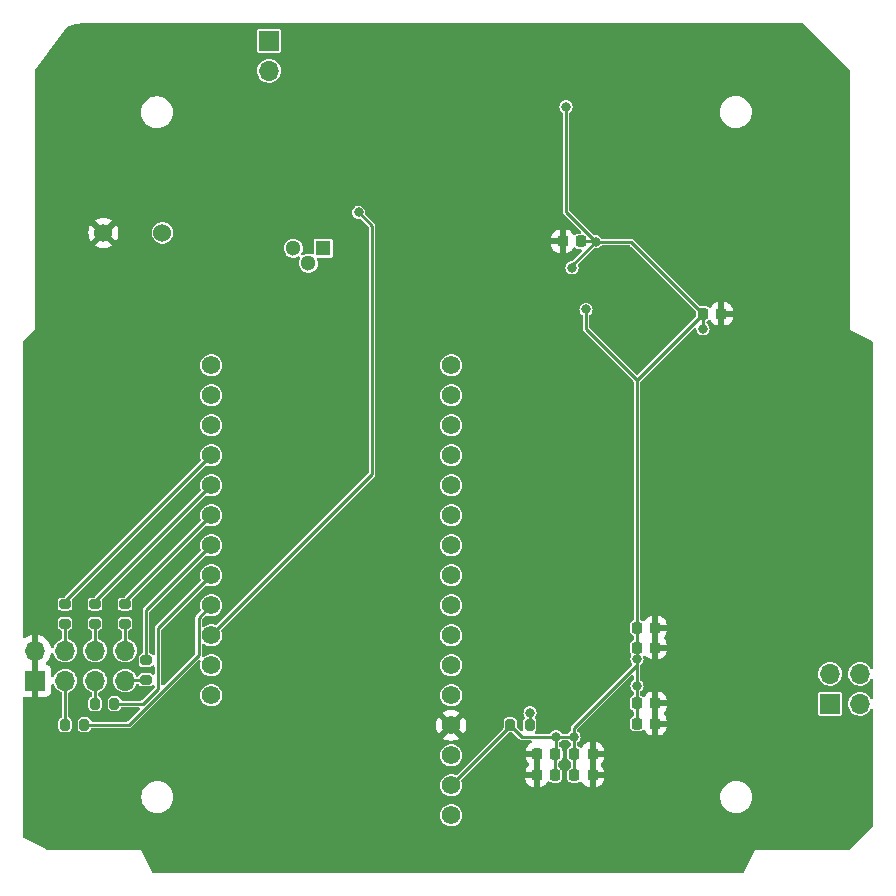
<source format=gbl>
G04 #@! TF.GenerationSoftware,KiCad,Pcbnew,(6.0.4-0)*
G04 #@! TF.CreationDate,2022-05-10T10:58:29-07:00*
G04 #@! TF.ProjectId,Labpass RFID Reader,4c616270-6173-4732-9052-464944205265,0.1.0*
G04 #@! TF.SameCoordinates,Original*
G04 #@! TF.FileFunction,Copper,L2,Bot*
G04 #@! TF.FilePolarity,Positive*
%FSLAX46Y46*%
G04 Gerber Fmt 4.6, Leading zero omitted, Abs format (unit mm)*
G04 Created by KiCad (PCBNEW (6.0.4-0)) date 2022-05-10 10:58:29*
%MOMM*%
%LPD*%
G01*
G04 APERTURE LIST*
G04 Aperture macros list*
%AMRoundRect*
0 Rectangle with rounded corners*
0 $1 Rounding radius*
0 $2 $3 $4 $5 $6 $7 $8 $9 X,Y pos of 4 corners*
0 Add a 4 corners polygon primitive as box body*
4,1,4,$2,$3,$4,$5,$6,$7,$8,$9,$2,$3,0*
0 Add four circle primitives for the rounded corners*
1,1,$1+$1,$2,$3*
1,1,$1+$1,$4,$5*
1,1,$1+$1,$6,$7*
1,1,$1+$1,$8,$9*
0 Add four rect primitives between the rounded corners*
20,1,$1+$1,$2,$3,$4,$5,0*
20,1,$1+$1,$4,$5,$6,$7,0*
20,1,$1+$1,$6,$7,$8,$9,0*
20,1,$1+$1,$8,$9,$2,$3,0*%
G04 Aperture macros list end*
G04 #@! TA.AperFunction,ComponentPad*
%ADD10R,1.700000X1.700000*%
G04 #@! TD*
G04 #@! TA.AperFunction,ComponentPad*
%ADD11O,1.700000X1.700000*%
G04 #@! TD*
G04 #@! TA.AperFunction,SMDPad,CuDef*
%ADD12RoundRect,0.200000X-0.275000X0.200000X-0.275000X-0.200000X0.275000X-0.200000X0.275000X0.200000X0*%
G04 #@! TD*
G04 #@! TA.AperFunction,ComponentPad*
%ADD13C,1.524000*%
G04 #@! TD*
G04 #@! TA.AperFunction,SMDPad,CuDef*
%ADD14RoundRect,0.200000X0.200000X0.275000X-0.200000X0.275000X-0.200000X-0.275000X0.200000X-0.275000X0*%
G04 #@! TD*
G04 #@! TA.AperFunction,ComponentPad*
%ADD15R,1.300000X1.300000*%
G04 #@! TD*
G04 #@! TA.AperFunction,ComponentPad*
%ADD16C,1.300000*%
G04 #@! TD*
G04 #@! TA.AperFunction,ComponentPad*
%ADD17C,1.574800*%
G04 #@! TD*
G04 #@! TA.AperFunction,SMDPad,CuDef*
%ADD18RoundRect,0.225000X0.225000X0.250000X-0.225000X0.250000X-0.225000X-0.250000X0.225000X-0.250000X0*%
G04 #@! TD*
G04 #@! TA.AperFunction,SMDPad,CuDef*
%ADD19RoundRect,0.200000X-0.200000X-0.275000X0.200000X-0.275000X0.200000X0.275000X-0.200000X0.275000X0*%
G04 #@! TD*
G04 #@! TA.AperFunction,SMDPad,CuDef*
%ADD20RoundRect,0.225000X-0.225000X-0.250000X0.225000X-0.250000X0.225000X0.250000X-0.225000X0.250000X0*%
G04 #@! TD*
G04 #@! TA.AperFunction,ViaPad*
%ADD21C,0.508000*%
G04 #@! TD*
G04 #@! TA.AperFunction,ViaPad*
%ADD22C,0.800000*%
G04 #@! TD*
G04 #@! TA.AperFunction,Conductor*
%ADD23C,0.250000*%
G04 #@! TD*
G04 APERTURE END LIST*
D10*
X175768000Y-116332000D03*
D11*
X175768000Y-113792000D03*
X178308000Y-116332000D03*
X178308000Y-113792000D03*
D10*
X128270000Y-60198000D03*
D11*
X128270000Y-62738000D03*
X116088000Y-111822000D03*
X116088000Y-114362000D03*
X113548000Y-111822000D03*
X113548000Y-114362000D03*
X111008000Y-111822000D03*
X111008000Y-114362000D03*
X108468000Y-111822000D03*
D10*
X108468000Y-114362000D03*
D12*
X116078000Y-109537000D03*
X116078000Y-107887000D03*
D13*
X119250169Y-76456169D03*
X114250169Y-76456169D03*
D14*
X115188000Y-116332000D03*
X113538000Y-116332000D03*
D15*
X132866182Y-77760280D03*
D16*
X131596182Y-79030280D03*
X130326182Y-77760280D03*
D12*
X110998000Y-109537000D03*
X110998000Y-107887000D03*
X117856000Y-114300000D03*
X117856000Y-112650000D03*
X113538000Y-109537000D03*
X113538000Y-107887000D03*
D17*
X123366169Y-110535419D03*
X143686169Y-90215419D03*
X123366169Y-87675419D03*
X123366169Y-90215419D03*
X143686169Y-100375419D03*
X143686169Y-92755419D03*
X143686169Y-125775419D03*
X143686169Y-120695419D03*
X143686169Y-97835419D03*
X143686169Y-95295419D03*
X143686169Y-118155419D03*
X123366169Y-113075419D03*
X123366169Y-115615419D03*
X143686169Y-102915419D03*
X143686169Y-105455419D03*
X143686169Y-107995419D03*
X143686169Y-110535419D03*
X143686169Y-113075419D03*
X143686169Y-115615419D03*
X123366169Y-100375419D03*
X123366169Y-95295419D03*
X123366169Y-102915419D03*
X143686169Y-87675419D03*
X123366169Y-97835419D03*
X123366169Y-92755419D03*
X123366169Y-107995419D03*
X123366169Y-105455419D03*
X143686169Y-123235419D03*
D14*
X112648000Y-118110000D03*
X110998000Y-118110000D03*
D18*
X160976169Y-111572169D03*
X159426169Y-111572169D03*
D19*
X148691169Y-118114169D03*
X150341169Y-118114169D03*
D20*
X159426169Y-109872169D03*
X160976169Y-109872169D03*
X159426169Y-116272169D03*
X160976169Y-116272169D03*
D18*
X160976169Y-118018169D03*
X159426169Y-118018169D03*
D20*
X150944169Y-122372169D03*
X152494169Y-122372169D03*
D18*
X152526169Y-120572169D03*
X150976169Y-120572169D03*
X166576169Y-83314169D03*
X165026169Y-83314169D03*
X155676169Y-122372169D03*
X154126169Y-122372169D03*
D20*
X154126169Y-120572169D03*
X155676169Y-120572169D03*
D18*
X154676169Y-77172169D03*
X153126169Y-77172169D03*
D21*
X170180000Y-112268000D03*
X164338000Y-114808000D03*
D22*
X155926169Y-77218169D03*
X165010169Y-84584169D03*
X154088169Y-119128169D03*
X153926169Y-79422169D03*
X159422169Y-114810169D03*
X155104169Y-82934169D03*
X152564169Y-119128169D03*
X153416000Y-65786000D03*
X159422169Y-112522000D03*
D21*
X169800000Y-116800000D03*
X148400000Y-114200000D03*
X145400000Y-114200000D03*
X157000000Y-110800000D03*
X163400000Y-118400000D03*
D22*
X135851182Y-74712280D03*
X150368000Y-117094000D03*
D23*
X153416000Y-65786000D02*
X153416000Y-74708000D01*
X153416000Y-74708000D02*
X155926169Y-77218169D01*
X148691169Y-118114169D02*
X149705169Y-119128169D01*
X149705169Y-119128169D02*
X152564169Y-119128169D01*
X116078000Y-109537000D02*
X116078000Y-111812000D01*
X116078000Y-111812000D02*
X116088000Y-111822000D01*
X113538000Y-109537000D02*
X113538000Y-111812000D01*
X113538000Y-111812000D02*
X113548000Y-111822000D01*
X110998000Y-109537000D02*
X110998000Y-111812000D01*
X110998000Y-111812000D02*
X111008000Y-111822000D01*
X113548000Y-114362000D02*
X113548000Y-116322000D01*
X113548000Y-116322000D02*
X113538000Y-116332000D01*
X111008000Y-114362000D02*
X111008000Y-118100000D01*
X111008000Y-118100000D02*
X110998000Y-118110000D01*
X112648000Y-118110000D02*
X116392400Y-118110000D01*
X122301858Y-112200542D02*
X122301858Y-109059730D01*
X116392400Y-118110000D02*
X122301858Y-112200542D01*
X122301858Y-109059730D02*
X123366169Y-107995419D01*
X117602000Y-116332000D02*
X118872000Y-115062000D01*
X115188000Y-116332000D02*
X117602000Y-116332000D01*
X118872000Y-115062000D02*
X118872000Y-109949588D01*
X118872000Y-109949588D02*
X123366169Y-105455419D01*
X117856000Y-114300000D02*
X116150000Y-114300000D01*
X116150000Y-114300000D02*
X116088000Y-114362000D01*
X110998000Y-107887000D02*
X110998000Y-107663588D01*
X110998000Y-107663588D02*
X123366169Y-95295419D01*
X113538000Y-107887000D02*
X113538000Y-107663588D01*
X113538000Y-107663588D02*
X123366169Y-97835419D01*
X116078000Y-107887000D02*
X116078000Y-107663588D01*
X116078000Y-107663588D02*
X123366169Y-100375419D01*
X117856000Y-112650000D02*
X117856000Y-108425588D01*
X117856000Y-108425588D02*
X123366169Y-102915419D01*
X150341169Y-118114169D02*
X150341169Y-117120831D01*
X150341169Y-117120831D02*
X150368000Y-117094000D01*
X154088169Y-119128169D02*
X154088169Y-120534169D01*
X154088169Y-118366169D02*
X154088169Y-119128169D01*
X155104169Y-84592169D02*
X159426169Y-88914169D01*
X159426169Y-118018169D02*
X159426169Y-116272169D01*
X155880169Y-77172169D02*
X155926169Y-77218169D01*
X148691169Y-118230419D02*
X148691169Y-118114169D01*
X165026169Y-83314169D02*
X165026169Y-84568169D01*
X159422169Y-113032169D02*
X157104169Y-115350169D01*
X152564169Y-119128169D02*
X152564169Y-120534169D01*
X154126169Y-122372169D02*
X154126169Y-120572169D01*
X143686169Y-123235419D02*
X148691169Y-118230419D01*
X152564169Y-120534169D02*
X152526169Y-120572169D01*
X159422169Y-114810169D02*
X159422169Y-116268169D01*
X159422169Y-111576169D02*
X159426169Y-111572169D01*
X159422169Y-116268169D02*
X159426169Y-116272169D01*
X159426169Y-109872169D02*
X159426169Y-111572169D01*
X154676169Y-77172169D02*
X155880169Y-77172169D01*
X152494169Y-122372169D02*
X152494169Y-120604169D01*
X159422169Y-113032169D02*
X159422169Y-114810169D01*
X157104169Y-115350169D02*
X154427169Y-118027169D01*
X165026169Y-84568169D02*
X165010169Y-84584169D01*
X154088169Y-120534169D02*
X154126169Y-120572169D01*
X152564169Y-119128169D02*
X154088169Y-119128169D01*
X155926169Y-77218169D02*
X158930169Y-77218169D01*
X154427169Y-118027169D02*
X154088169Y-118366169D01*
X159426169Y-109872169D02*
X159426169Y-88914169D01*
X159422169Y-113032169D02*
X159422169Y-111576169D01*
X159426169Y-88914169D02*
X165026169Y-83314169D01*
X153926169Y-79422169D02*
X153926169Y-79218169D01*
X155104169Y-82934169D02*
X155104169Y-84592169D01*
X152494169Y-120604169D02*
X152526169Y-120572169D01*
X158930169Y-77218169D02*
X165026169Y-83314169D01*
X153926169Y-79218169D02*
X155926169Y-77218169D01*
X135851182Y-74712280D02*
X136992169Y-75853267D01*
X136992169Y-96909419D02*
X123366169Y-110535419D01*
X136992169Y-75853267D02*
X136992169Y-96909419D01*
G04 #@! TA.AperFunction,Conductor*
G36*
X173442100Y-58692171D02*
G01*
X173463074Y-58709074D01*
X177389264Y-62635264D01*
X177423290Y-62697576D01*
X177426169Y-62724359D01*
X177426169Y-84672169D01*
X177441361Y-84679765D01*
X179356518Y-85637344D01*
X179408502Y-85685699D01*
X179426169Y-85750042D01*
X179426169Y-113253289D01*
X179406167Y-113321410D01*
X179352511Y-113367903D01*
X179282237Y-113378007D01*
X179217657Y-113348513D01*
X179188921Y-113312447D01*
X179147379Y-113234318D01*
X179143489Y-113229548D01*
X179143486Y-113229544D01*
X179026967Y-113086678D01*
X179026964Y-113086675D01*
X179023072Y-113081903D01*
X179016791Y-113076707D01*
X178876278Y-112960464D01*
X178876274Y-112960462D01*
X178871528Y-112956535D01*
X178698520Y-112862990D01*
X178510637Y-112804830D01*
X178504519Y-112804187D01*
X178504514Y-112804186D01*
X178321164Y-112784916D01*
X178321162Y-112784916D01*
X178315035Y-112784272D01*
X178232199Y-112791810D01*
X178125305Y-112801538D01*
X178125302Y-112801539D01*
X178119166Y-112802097D01*
X177930489Y-112857628D01*
X177756192Y-112948748D01*
X177602912Y-113071988D01*
X177598954Y-113076705D01*
X177598952Y-113076707D01*
X177545079Y-113140911D01*
X177476489Y-113222653D01*
X177381739Y-113395004D01*
X177379878Y-113400871D01*
X177379877Y-113400873D01*
X177370267Y-113431169D01*
X177322269Y-113582476D01*
X177300345Y-113777930D01*
X177303889Y-113820138D01*
X177315236Y-113955254D01*
X177316803Y-113973919D01*
X177318502Y-113979844D01*
X177330907Y-114023104D01*
X177371015Y-114162979D01*
X177373830Y-114168456D01*
X177373831Y-114168459D01*
X177455220Y-114326825D01*
X177460916Y-114337908D01*
X177464739Y-114342732D01*
X177464742Y-114342736D01*
X177576925Y-114484275D01*
X177583083Y-114492044D01*
X177587777Y-114496038D01*
X177587777Y-114496039D01*
X177685429Y-114579147D01*
X177732862Y-114619516D01*
X177904547Y-114715467D01*
X178091600Y-114776244D01*
X178286895Y-114799532D01*
X178293030Y-114799060D01*
X178293032Y-114799060D01*
X178476852Y-114784916D01*
X178476856Y-114784915D01*
X178482994Y-114784443D01*
X178672428Y-114731552D01*
X178677932Y-114728772D01*
X178677934Y-114728771D01*
X178842480Y-114645653D01*
X178842482Y-114645652D01*
X178847981Y-114642874D01*
X179002966Y-114521786D01*
X179006992Y-114517122D01*
X179006995Y-114517119D01*
X179127451Y-114377569D01*
X179127452Y-114377567D01*
X179131480Y-114372901D01*
X179190613Y-114268808D01*
X179241652Y-114219458D01*
X179311270Y-114205535D01*
X179377364Y-114231461D01*
X179418948Y-114289004D01*
X179426169Y-114331045D01*
X179426169Y-115793289D01*
X179406167Y-115861410D01*
X179352511Y-115907903D01*
X179282237Y-115918007D01*
X179217657Y-115888513D01*
X179188921Y-115852447D01*
X179147379Y-115774318D01*
X179143489Y-115769548D01*
X179143486Y-115769544D01*
X179026967Y-115626678D01*
X179026964Y-115626675D01*
X179023072Y-115621903D01*
X179016791Y-115616707D01*
X178876278Y-115500464D01*
X178876274Y-115500462D01*
X178871528Y-115496535D01*
X178698520Y-115402990D01*
X178510637Y-115344830D01*
X178504519Y-115344187D01*
X178504514Y-115344186D01*
X178321164Y-115324916D01*
X178321162Y-115324916D01*
X178315035Y-115324272D01*
X178256423Y-115329606D01*
X178125305Y-115341538D01*
X178125302Y-115341539D01*
X178119166Y-115342097D01*
X177930489Y-115397628D01*
X177756192Y-115488748D01*
X177602912Y-115611988D01*
X177598954Y-115616705D01*
X177598952Y-115616707D01*
X177523647Y-115706452D01*
X177476489Y-115762653D01*
X177381739Y-115935004D01*
X177379878Y-115940871D01*
X177379877Y-115940873D01*
X177370569Y-115970216D01*
X177322269Y-116122476D01*
X177300345Y-116317930D01*
X177316803Y-116513919D01*
X177318502Y-116519844D01*
X177360119Y-116664979D01*
X177371015Y-116702979D01*
X177373830Y-116708456D01*
X177373831Y-116708459D01*
X177457389Y-116871045D01*
X177460916Y-116877908D01*
X177464739Y-116882732D01*
X177464742Y-116882736D01*
X177518940Y-116951116D01*
X177583083Y-117032044D01*
X177732862Y-117159516D01*
X177904547Y-117255467D01*
X178091600Y-117316244D01*
X178286895Y-117339532D01*
X178293030Y-117339060D01*
X178293032Y-117339060D01*
X178476852Y-117324916D01*
X178476856Y-117324915D01*
X178482994Y-117324443D01*
X178672428Y-117271552D01*
X178677932Y-117268772D01*
X178677934Y-117268771D01*
X178842480Y-117185653D01*
X178842482Y-117185652D01*
X178847981Y-117182874D01*
X179002966Y-117061786D01*
X179006992Y-117057122D01*
X179006995Y-117057119D01*
X179127451Y-116917569D01*
X179127452Y-116917567D01*
X179131480Y-116912901D01*
X179137192Y-116902847D01*
X179180438Y-116826719D01*
X179190613Y-116808808D01*
X179241652Y-116759458D01*
X179311270Y-116745535D01*
X179377364Y-116771461D01*
X179418948Y-116829004D01*
X179426169Y-116871045D01*
X179426169Y-126619979D01*
X179406167Y-126688100D01*
X179389264Y-126709074D01*
X177463074Y-128635264D01*
X177400762Y-128669290D01*
X177373979Y-128672169D01*
X169426169Y-128672169D01*
X169418573Y-128687361D01*
X168460995Y-130602518D01*
X168412640Y-130654502D01*
X168348297Y-130672169D01*
X118504041Y-130672169D01*
X118435920Y-130652167D01*
X118391343Y-130602518D01*
X117434270Y-128688371D01*
X117426169Y-128672169D01*
X109455914Y-128672169D01*
X109399565Y-128658867D01*
X107495819Y-127706994D01*
X107443836Y-127658640D01*
X107426169Y-127594297D01*
X107426169Y-125775419D01*
X142740690Y-125775419D01*
X142761351Y-125971995D01*
X142822431Y-126159980D01*
X142825734Y-126165702D01*
X142825735Y-126165703D01*
X142917957Y-126325438D01*
X142917960Y-126325442D01*
X142921260Y-126331158D01*
X143053520Y-126478047D01*
X143213429Y-126594228D01*
X143219457Y-126596912D01*
X143219459Y-126596913D01*
X143387969Y-126671938D01*
X143394000Y-126674623D01*
X143490670Y-126695171D01*
X143580883Y-126714347D01*
X143580888Y-126714347D01*
X143587340Y-126715719D01*
X143784998Y-126715719D01*
X143791450Y-126714347D01*
X143791455Y-126714347D01*
X143881668Y-126695171D01*
X143978338Y-126674623D01*
X143984369Y-126671938D01*
X144152879Y-126596913D01*
X144152881Y-126596912D01*
X144158909Y-126594228D01*
X144318818Y-126478047D01*
X144451078Y-126331158D01*
X144454378Y-126325442D01*
X144454381Y-126325438D01*
X144546603Y-126165703D01*
X144546604Y-126165702D01*
X144549907Y-126159980D01*
X144610987Y-125971995D01*
X144631648Y-125775419D01*
X144610987Y-125578843D01*
X144608912Y-125572455D01*
X144553876Y-125403073D01*
X144549907Y-125390858D01*
X144546603Y-125385135D01*
X144454381Y-125225400D01*
X144454378Y-125225396D01*
X144451078Y-125219680D01*
X144429143Y-125195319D01*
X144323233Y-125077694D01*
X144323231Y-125077693D01*
X144318818Y-125072791D01*
X144158909Y-124956610D01*
X144152881Y-124953926D01*
X144152879Y-124953925D01*
X143984369Y-124878900D01*
X143984368Y-124878900D01*
X143978338Y-124876215D01*
X143876451Y-124854558D01*
X143791455Y-124836491D01*
X143791450Y-124836491D01*
X143784998Y-124835119D01*
X143587340Y-124835119D01*
X143580888Y-124836491D01*
X143580883Y-124836491D01*
X143495887Y-124854558D01*
X143394000Y-124876215D01*
X143387970Y-124878900D01*
X143387969Y-124878900D01*
X143219460Y-124953925D01*
X143219458Y-124953926D01*
X143213430Y-124956610D01*
X143053520Y-125072791D01*
X143049107Y-125077693D01*
X143049105Y-125077694D01*
X142943195Y-125195319D01*
X142921260Y-125219680D01*
X142917960Y-125225396D01*
X142917957Y-125225400D01*
X142825735Y-125385135D01*
X142822431Y-125390858D01*
X142818462Y-125403073D01*
X142763427Y-125572455D01*
X142761351Y-125578843D01*
X142740690Y-125775419D01*
X107426169Y-125775419D01*
X107426169Y-124232193D01*
X117463637Y-124232193D01*
X117484233Y-124467601D01*
X117485657Y-124472915D01*
X117485657Y-124472916D01*
X117542714Y-124685856D01*
X117545393Y-124695856D01*
X117547715Y-124700836D01*
X117547716Y-124700838D01*
X117642699Y-124904527D01*
X117645261Y-124910022D01*
X117780801Y-125103594D01*
X117947895Y-125270688D01*
X118141467Y-125406228D01*
X118146445Y-125408549D01*
X118146448Y-125408551D01*
X118350651Y-125503773D01*
X118355633Y-125506096D01*
X118360941Y-125507518D01*
X118360943Y-125507519D01*
X118578573Y-125565832D01*
X118583888Y-125567256D01*
X118686978Y-125576275D01*
X118757606Y-125582455D01*
X118757613Y-125582455D01*
X118760330Y-125582693D01*
X118878262Y-125582693D01*
X118880979Y-125582455D01*
X118880986Y-125582455D01*
X118951614Y-125576275D01*
X119054704Y-125567256D01*
X119060019Y-125565832D01*
X119277649Y-125507519D01*
X119277651Y-125507518D01*
X119282959Y-125506096D01*
X119287941Y-125503773D01*
X119492144Y-125408551D01*
X119492147Y-125408549D01*
X119497125Y-125406228D01*
X119690697Y-125270688D01*
X119857791Y-125103594D01*
X119860951Y-125099082D01*
X119990174Y-124914532D01*
X119990177Y-124914527D01*
X119993331Y-124910023D01*
X119995654Y-124905041D01*
X119995657Y-124905036D01*
X120090876Y-124700838D01*
X120090877Y-124700837D01*
X120093199Y-124695856D01*
X120095879Y-124685856D01*
X120152935Y-124472916D01*
X120152935Y-124472915D01*
X120154359Y-124467601D01*
X120174955Y-124232193D01*
X120174080Y-124222193D01*
X166473637Y-124222193D01*
X166494233Y-124457601D01*
X166495657Y-124462915D01*
X166495657Y-124462916D01*
X166498337Y-124472916D01*
X166555393Y-124685856D01*
X166557715Y-124690836D01*
X166557716Y-124690838D01*
X166645412Y-124878900D01*
X166655261Y-124900022D01*
X166790801Y-125093594D01*
X166957895Y-125260688D01*
X167151467Y-125396228D01*
X167156445Y-125398549D01*
X167156448Y-125398551D01*
X167360651Y-125493773D01*
X167365633Y-125496096D01*
X167370941Y-125497518D01*
X167370943Y-125497519D01*
X167588573Y-125555832D01*
X167593888Y-125557256D01*
X167691910Y-125565832D01*
X167767606Y-125572455D01*
X167767613Y-125572455D01*
X167770330Y-125572693D01*
X167888262Y-125572693D01*
X167890979Y-125572455D01*
X167890986Y-125572455D01*
X167966682Y-125565832D01*
X168064704Y-125557256D01*
X168070019Y-125555832D01*
X168287649Y-125497519D01*
X168287651Y-125497518D01*
X168292959Y-125496096D01*
X168297941Y-125493773D01*
X168502144Y-125398551D01*
X168502147Y-125398549D01*
X168507125Y-125396228D01*
X168700697Y-125260688D01*
X168867791Y-125093594D01*
X168870951Y-125089082D01*
X169000174Y-124904532D01*
X169000177Y-124904527D01*
X169003331Y-124900023D01*
X169005654Y-124895041D01*
X169005657Y-124895036D01*
X169100876Y-124690838D01*
X169100877Y-124690837D01*
X169103199Y-124685856D01*
X169160256Y-124472916D01*
X169162935Y-124462916D01*
X169162935Y-124462915D01*
X169164359Y-124457601D01*
X169184955Y-124222193D01*
X169164359Y-123986785D01*
X169107301Y-123773840D01*
X169104622Y-123763840D01*
X169104621Y-123763838D01*
X169103199Y-123758530D01*
X169100876Y-123753548D01*
X169005654Y-123549345D01*
X169005652Y-123549342D01*
X169003331Y-123544364D01*
X168867791Y-123350792D01*
X168700697Y-123183698D01*
X168507125Y-123048158D01*
X168502147Y-123045837D01*
X168502144Y-123045835D01*
X168297941Y-122950613D01*
X168297939Y-122950612D01*
X168292959Y-122948290D01*
X168287651Y-122946868D01*
X168287649Y-122946867D01*
X168070019Y-122888554D01*
X168070018Y-122888554D01*
X168064704Y-122887130D01*
X167961614Y-122878111D01*
X167890986Y-122871931D01*
X167890979Y-122871931D01*
X167888262Y-122871693D01*
X167770330Y-122871693D01*
X167767613Y-122871931D01*
X167767606Y-122871931D01*
X167696978Y-122878111D01*
X167593888Y-122887130D01*
X167588574Y-122888554D01*
X167588573Y-122888554D01*
X167370943Y-122946867D01*
X167370941Y-122946868D01*
X167365633Y-122948290D01*
X167360653Y-122950612D01*
X167360651Y-122950613D01*
X167156448Y-123045835D01*
X167156445Y-123045837D01*
X167151467Y-123048158D01*
X166957895Y-123183698D01*
X166790801Y-123350792D01*
X166787644Y-123355300D01*
X166787642Y-123355303D01*
X166738538Y-123425431D01*
X166655261Y-123544363D01*
X166652938Y-123549345D01*
X166652935Y-123549350D01*
X166620000Y-123619980D01*
X166555393Y-123758530D01*
X166553971Y-123763838D01*
X166553970Y-123763840D01*
X166551291Y-123773840D01*
X166494233Y-123986785D01*
X166473637Y-124222193D01*
X120174080Y-124222193D01*
X120154359Y-123996785D01*
X120151680Y-123986785D01*
X120094622Y-123773840D01*
X120094621Y-123773838D01*
X120093199Y-123768530D01*
X120026597Y-123625703D01*
X119995654Y-123559345D01*
X119995652Y-123559342D01*
X119993331Y-123554364D01*
X119857791Y-123360792D01*
X119732418Y-123235419D01*
X142740690Y-123235419D01*
X142761351Y-123431995D01*
X142822431Y-123619980D01*
X142825734Y-123625702D01*
X142825735Y-123625703D01*
X142917957Y-123785438D01*
X142917960Y-123785442D01*
X142921260Y-123791158D01*
X143053520Y-123938047D01*
X143213429Y-124054228D01*
X143219457Y-124056912D01*
X143219459Y-124056913D01*
X143387969Y-124131938D01*
X143394000Y-124134623D01*
X143490670Y-124155171D01*
X143580883Y-124174347D01*
X143580888Y-124174347D01*
X143587340Y-124175719D01*
X143784998Y-124175719D01*
X143791450Y-124174347D01*
X143791455Y-124174347D01*
X143881668Y-124155171D01*
X143978338Y-124134623D01*
X143984369Y-124131938D01*
X144152879Y-124056913D01*
X144152881Y-124056912D01*
X144158909Y-124054228D01*
X144318818Y-123938047D01*
X144451078Y-123791158D01*
X144454378Y-123785442D01*
X144454381Y-123785438D01*
X144546603Y-123625703D01*
X144546604Y-123625702D01*
X144549907Y-123619980D01*
X144610987Y-123431995D01*
X144631648Y-123235419D01*
X144610987Y-123038843D01*
X144598389Y-123000069D01*
X144552636Y-122859255D01*
X144550609Y-122788287D01*
X144583374Y-122731224D01*
X144646991Y-122667607D01*
X149986169Y-122667607D01*
X149986506Y-122674122D01*
X149996063Y-122766226D01*
X149998957Y-122779625D01*
X150048550Y-122928276D01*
X150054724Y-122941455D01*
X150136957Y-123074342D01*
X150145993Y-123085743D01*
X150256598Y-123196155D01*
X150268009Y-123205167D01*
X150401049Y-123287173D01*
X150414230Y-123293320D01*
X150562983Y-123342660D01*
X150576359Y-123345527D01*
X150667266Y-123354841D01*
X150672295Y-123355098D01*
X150687293Y-123350694D01*
X150688498Y-123349304D01*
X150690169Y-123341621D01*
X150690169Y-122644284D01*
X150685694Y-122629045D01*
X150684304Y-122627840D01*
X150676621Y-122626169D01*
X150004284Y-122626169D01*
X149989045Y-122630644D01*
X149987840Y-122632034D01*
X149986169Y-122639717D01*
X149986169Y-122667607D01*
X144646991Y-122667607D01*
X145214544Y-122100054D01*
X149986169Y-122100054D01*
X149990644Y-122115293D01*
X149992034Y-122116498D01*
X149999717Y-122118169D01*
X150672054Y-122118169D01*
X150687293Y-122113694D01*
X150688498Y-122112304D01*
X150690169Y-122104621D01*
X150690169Y-121425301D01*
X150710171Y-121357180D01*
X150720473Y-121343418D01*
X150722169Y-121335621D01*
X150722169Y-120844284D01*
X150717694Y-120829045D01*
X150716304Y-120827840D01*
X150708621Y-120826169D01*
X150036284Y-120826169D01*
X150021045Y-120830644D01*
X150019840Y-120832034D01*
X150018169Y-120839717D01*
X150018169Y-120867607D01*
X150018506Y-120874122D01*
X150028063Y-120966226D01*
X150030957Y-120979625D01*
X150080550Y-121128276D01*
X150086724Y-121141455D01*
X150168957Y-121274342D01*
X150177993Y-121285743D01*
X150259314Y-121366922D01*
X150293393Y-121429204D01*
X150288390Y-121500024D01*
X150259469Y-121545113D01*
X150145183Y-121659598D01*
X150136171Y-121671009D01*
X150054165Y-121804049D01*
X150048018Y-121817230D01*
X149998678Y-121965983D01*
X149995811Y-121979359D01*
X149986497Y-122070266D01*
X149986169Y-122076683D01*
X149986169Y-122100054D01*
X145214544Y-122100054D01*
X148535624Y-118778974D01*
X148597936Y-118744948D01*
X148624719Y-118742069D01*
X148873869Y-118742069D01*
X148941990Y-118762071D01*
X148962964Y-118778974D01*
X149474696Y-119290706D01*
X149475988Y-119292202D01*
X149478201Y-119296730D01*
X149486711Y-119304624D01*
X149511280Y-119327415D01*
X149514685Y-119330695D01*
X149526942Y-119342952D01*
X149530702Y-119345531D01*
X149532708Y-119347293D01*
X149545569Y-119359224D01*
X149545575Y-119359228D01*
X149554100Y-119367136D01*
X149564905Y-119371447D01*
X149571056Y-119375335D01*
X149574392Y-119377116D01*
X149581036Y-119380060D01*
X149590630Y-119386642D01*
X149601949Y-119389328D01*
X149601951Y-119389329D01*
X149612132Y-119391745D01*
X149629732Y-119397311D01*
X149641995Y-119402204D01*
X149642000Y-119402205D01*
X149650256Y-119405499D01*
X149656070Y-119406069D01*
X149659156Y-119406069D01*
X149662222Y-119406219D01*
X149662204Y-119406590D01*
X149668421Y-119407318D01*
X149668422Y-119407291D01*
X149680037Y-119407859D01*
X149691359Y-119410546D01*
X149702889Y-119408977D01*
X149707376Y-119408366D01*
X149715800Y-119407220D01*
X149732789Y-119406069D01*
X150405057Y-119406069D01*
X150473178Y-119426071D01*
X150519671Y-119479727D01*
X150529775Y-119550001D01*
X150500281Y-119614581D01*
X150451201Y-119647401D01*
X150451690Y-119648445D01*
X150431883Y-119657724D01*
X150298996Y-119739957D01*
X150287595Y-119748993D01*
X150177183Y-119859598D01*
X150168171Y-119871009D01*
X150086165Y-120004049D01*
X150080018Y-120017230D01*
X150030678Y-120165983D01*
X150027811Y-120179359D01*
X150018497Y-120270266D01*
X150018169Y-120276683D01*
X150018169Y-120300054D01*
X150022644Y-120315293D01*
X150024034Y-120316498D01*
X150031717Y-120318169D01*
X151104169Y-120318169D01*
X151172290Y-120338171D01*
X151218783Y-120391827D01*
X151230169Y-120444169D01*
X151230169Y-121519037D01*
X151210167Y-121587158D01*
X151199865Y-121600920D01*
X151198169Y-121608717D01*
X151198169Y-123337054D01*
X151202644Y-123352293D01*
X151204034Y-123353498D01*
X151211717Y-123355169D01*
X151214607Y-123355169D01*
X151221122Y-123354832D01*
X151313226Y-123345275D01*
X151326625Y-123342381D01*
X151475276Y-123292788D01*
X151488455Y-123286614D01*
X151621342Y-123204381D01*
X151632743Y-123195345D01*
X151743155Y-123084740D01*
X151752167Y-123073329D01*
X151833930Y-122940684D01*
X151886702Y-122893191D01*
X151956774Y-122881767D01*
X152021897Y-122910041D01*
X152030207Y-122917626D01*
X152046687Y-122934077D01*
X152056043Y-122938650D01*
X152056044Y-122938651D01*
X152075764Y-122948290D01*
X152159715Y-122989326D01*
X152193087Y-122994195D01*
X152228828Y-122999409D01*
X152228832Y-122999409D01*
X152233354Y-123000069D01*
X152493174Y-123000069D01*
X152754983Y-123000068D01*
X152829264Y-122989135D01*
X152892087Y-122958290D01*
X152932847Y-122938278D01*
X152932848Y-122938277D01*
X152942195Y-122933688D01*
X152994026Y-122881767D01*
X153023719Y-122852022D01*
X153023719Y-122852021D01*
X153031077Y-122844651D01*
X153086326Y-122731623D01*
X153097069Y-122657984D01*
X153097068Y-122086355D01*
X153086135Y-122012074D01*
X153059107Y-121957026D01*
X153035278Y-121908491D01*
X153035277Y-121908490D01*
X153030688Y-121899143D01*
X152941651Y-121810261D01*
X152928135Y-121803654D01*
X152902707Y-121791225D01*
X152842735Y-121761910D01*
X152790320Y-121714026D01*
X152772069Y-121648711D01*
X152772069Y-121308057D01*
X152792071Y-121239936D01*
X152845727Y-121193443D01*
X152854339Y-121190154D01*
X152861264Y-121189135D01*
X152870050Y-121184821D01*
X152870051Y-121184821D01*
X152964847Y-121138278D01*
X152964850Y-121138276D01*
X152974195Y-121133688D01*
X153063077Y-121044651D01*
X153118326Y-120931623D01*
X153129069Y-120857984D01*
X153129068Y-120286355D01*
X153118135Y-120212074D01*
X153080181Y-120134772D01*
X153067278Y-120108491D01*
X153067277Y-120108490D01*
X153062688Y-120099143D01*
X152973651Y-120010261D01*
X152960190Y-120003681D01*
X152912736Y-119980485D01*
X152860319Y-119932599D01*
X152842069Y-119867285D01*
X152842069Y-119673981D01*
X152862071Y-119605860D01*
X152891365Y-119574018D01*
X152951956Y-119527525D01*
X152958502Y-119522502D01*
X152991324Y-119479727D01*
X153010018Y-119455365D01*
X153067356Y-119413498D01*
X153109981Y-119406069D01*
X153542357Y-119406069D01*
X153610478Y-119426071D01*
X153642320Y-119455365D01*
X153661014Y-119479727D01*
X153693836Y-119522502D01*
X153700382Y-119527525D01*
X153760973Y-119574018D01*
X153802840Y-119631356D01*
X153810269Y-119673981D01*
X153810269Y-119867275D01*
X153790267Y-119935396D01*
X153739801Y-119980377D01*
X153722418Y-119988912D01*
X153687491Y-120006060D01*
X153687490Y-120006061D01*
X153678143Y-120010650D01*
X153589261Y-120099687D01*
X153534012Y-120212715D01*
X153523269Y-120286354D01*
X153523270Y-120857983D01*
X153534203Y-120932264D01*
X153550878Y-120966226D01*
X153584789Y-121035294D01*
X153589650Y-121045195D01*
X153678687Y-121134077D01*
X153688043Y-121138650D01*
X153688044Y-121138651D01*
X153717631Y-121153113D01*
X153777603Y-121182428D01*
X153830018Y-121230312D01*
X153848269Y-121295627D01*
X153848269Y-121648617D01*
X153828267Y-121716738D01*
X153777802Y-121761720D01*
X153678143Y-121810650D01*
X153589261Y-121899687D01*
X153534012Y-122012715D01*
X153523269Y-122086354D01*
X153523270Y-122657983D01*
X153534203Y-122732264D01*
X153550878Y-122766226D01*
X153584789Y-122835294D01*
X153589650Y-122845195D01*
X153678687Y-122934077D01*
X153688043Y-122938650D01*
X153688044Y-122938651D01*
X153707764Y-122948290D01*
X153791715Y-122989326D01*
X153825087Y-122994195D01*
X153860828Y-122999409D01*
X153860832Y-122999409D01*
X153865354Y-123000069D01*
X154125174Y-123000069D01*
X154386983Y-123000068D01*
X154461264Y-122989135D01*
X154524087Y-122958290D01*
X154564847Y-122938278D01*
X154564848Y-122938277D01*
X154574195Y-122933688D01*
X154589912Y-122917943D01*
X154652193Y-122883863D01*
X154723013Y-122888865D01*
X154779887Y-122931361D01*
X154786230Y-122940657D01*
X154868957Y-123074342D01*
X154877993Y-123085743D01*
X154988598Y-123196155D01*
X155000009Y-123205167D01*
X155133049Y-123287173D01*
X155146230Y-123293320D01*
X155294983Y-123342660D01*
X155308359Y-123345527D01*
X155399266Y-123354841D01*
X155404295Y-123355098D01*
X155419293Y-123350694D01*
X155420498Y-123349304D01*
X155422169Y-123341621D01*
X155422169Y-123337054D01*
X155930169Y-123337054D01*
X155934644Y-123352293D01*
X155936034Y-123353498D01*
X155943717Y-123355169D01*
X155946607Y-123355169D01*
X155953122Y-123354832D01*
X156045226Y-123345275D01*
X156058625Y-123342381D01*
X156207276Y-123292788D01*
X156220455Y-123286614D01*
X156353342Y-123204381D01*
X156364743Y-123195345D01*
X156475155Y-123084740D01*
X156484167Y-123073329D01*
X156566173Y-122940289D01*
X156572320Y-122927108D01*
X156621660Y-122778355D01*
X156624527Y-122764979D01*
X156633841Y-122674072D01*
X156634169Y-122667656D01*
X156634169Y-122644284D01*
X156629694Y-122629045D01*
X156628304Y-122627840D01*
X156620621Y-122626169D01*
X155948284Y-122626169D01*
X155933045Y-122630644D01*
X155931840Y-122632034D01*
X155930169Y-122639717D01*
X155930169Y-123337054D01*
X155422169Y-123337054D01*
X155422169Y-122100054D01*
X155930169Y-122100054D01*
X155934644Y-122115293D01*
X155936034Y-122116498D01*
X155943717Y-122118169D01*
X156616054Y-122118169D01*
X156631293Y-122113694D01*
X156632498Y-122112304D01*
X156634169Y-122104621D01*
X156634169Y-122076731D01*
X156633832Y-122070216D01*
X156624275Y-121978112D01*
X156621381Y-121964713D01*
X156571788Y-121816062D01*
X156565614Y-121802883D01*
X156483381Y-121669996D01*
X156474345Y-121658595D01*
X156376996Y-121561416D01*
X156342917Y-121499134D01*
X156347920Y-121428314D01*
X156376841Y-121383225D01*
X156475155Y-121284740D01*
X156484167Y-121273329D01*
X156566173Y-121140289D01*
X156572320Y-121127108D01*
X156621660Y-120978355D01*
X156624527Y-120964979D01*
X156633841Y-120874072D01*
X156634169Y-120867656D01*
X156634169Y-120844284D01*
X156629694Y-120829045D01*
X156628304Y-120827840D01*
X156620621Y-120826169D01*
X155948284Y-120826169D01*
X155933045Y-120830644D01*
X155931840Y-120832034D01*
X155930169Y-120839717D01*
X155930169Y-122100054D01*
X155422169Y-122100054D01*
X155422169Y-120300054D01*
X155930169Y-120300054D01*
X155934644Y-120315293D01*
X155936034Y-120316498D01*
X155943717Y-120318169D01*
X156616054Y-120318169D01*
X156631293Y-120313694D01*
X156632498Y-120312304D01*
X156634169Y-120304621D01*
X156634169Y-120276731D01*
X156633832Y-120270216D01*
X156624275Y-120178112D01*
X156621381Y-120164713D01*
X156571788Y-120016062D01*
X156565614Y-120002883D01*
X156483381Y-119869996D01*
X156474345Y-119858595D01*
X156363740Y-119748183D01*
X156352329Y-119739171D01*
X156219289Y-119657165D01*
X156206108Y-119651018D01*
X156057355Y-119601678D01*
X156043979Y-119598811D01*
X155953072Y-119589497D01*
X155948043Y-119589240D01*
X155933045Y-119593644D01*
X155931840Y-119595034D01*
X155930169Y-119602717D01*
X155930169Y-120300054D01*
X155422169Y-120300054D01*
X155422169Y-119607284D01*
X155417694Y-119592045D01*
X155416304Y-119590840D01*
X155408621Y-119589169D01*
X155405731Y-119589169D01*
X155399216Y-119589506D01*
X155307112Y-119599063D01*
X155293713Y-119601957D01*
X155145062Y-119651550D01*
X155131883Y-119657724D01*
X154998996Y-119739957D01*
X154987595Y-119748993D01*
X154877183Y-119859598D01*
X154868171Y-119871009D01*
X154786408Y-120003654D01*
X154733636Y-120051147D01*
X154663564Y-120062571D01*
X154598441Y-120034297D01*
X154590131Y-120026712D01*
X154581022Y-120017619D01*
X154581021Y-120017619D01*
X154573651Y-120010261D01*
X154560135Y-120003654D01*
X154469406Y-119959305D01*
X154469405Y-119959305D01*
X154460623Y-119955012D01*
X154453627Y-119953991D01*
X154395685Y-119915584D01*
X154367110Y-119850592D01*
X154366069Y-119834429D01*
X154366069Y-119673981D01*
X154386071Y-119605860D01*
X154415365Y-119574018D01*
X154475956Y-119527525D01*
X154482502Y-119522502D01*
X154571126Y-119407004D01*
X154576562Y-119393882D01*
X154613534Y-119304624D01*
X154626838Y-119272505D01*
X154632114Y-119232434D01*
X154644762Y-119136357D01*
X154645840Y-119128169D01*
X154642784Y-119104956D01*
X154627916Y-118992019D01*
X154627915Y-118992017D01*
X154626838Y-118983833D01*
X154578808Y-118867880D01*
X154574286Y-118856962D01*
X154574285Y-118856960D01*
X154571126Y-118849334D01*
X154482502Y-118733836D01*
X154415365Y-118682320D01*
X154373498Y-118624982D01*
X154366069Y-118582357D01*
X154366069Y-118533469D01*
X154386071Y-118465348D01*
X154402974Y-118444374D01*
X158929174Y-113918174D01*
X158991486Y-113884148D01*
X159062301Y-113889213D01*
X159119137Y-113931760D01*
X159143948Y-113998280D01*
X159144269Y-114007269D01*
X159144269Y-114264357D01*
X159124267Y-114332478D01*
X159094973Y-114364320D01*
X159056761Y-114393641D01*
X159027836Y-114415836D01*
X158939212Y-114531334D01*
X158883500Y-114665833D01*
X158882423Y-114674017D01*
X158882422Y-114674019D01*
X158873939Y-114738459D01*
X158864498Y-114810169D01*
X158865576Y-114818357D01*
X158881267Y-114937541D01*
X158883500Y-114954505D01*
X158903016Y-115001620D01*
X158928045Y-115062044D01*
X158939212Y-115089004D01*
X159027836Y-115204502D01*
X159034382Y-115209525D01*
X159094973Y-115256018D01*
X159136840Y-115313356D01*
X159144269Y-115355981D01*
X159144269Y-115550581D01*
X159124267Y-115618702D01*
X159073802Y-115663683D01*
X158978143Y-115710650D01*
X158933512Y-115755359D01*
X158919352Y-115769544D01*
X158889261Y-115799687D01*
X158884688Y-115809043D01*
X158884687Y-115809044D01*
X158868643Y-115841868D01*
X158834012Y-115912715D01*
X158823269Y-115986354D01*
X158823270Y-116557983D01*
X158834203Y-116632264D01*
X158856833Y-116678355D01*
X158872278Y-116709812D01*
X158889650Y-116745195D01*
X158978687Y-116834077D01*
X159077603Y-116882428D01*
X159130018Y-116930312D01*
X159148269Y-116995627D01*
X159148269Y-117294617D01*
X159128267Y-117362738D01*
X159077802Y-117407720D01*
X158978143Y-117456650D01*
X158934275Y-117500595D01*
X158922222Y-117512669D01*
X158889261Y-117545687D01*
X158834012Y-117658715D01*
X158832600Y-117668395D01*
X158824576Y-117723397D01*
X158823269Y-117732354D01*
X158823270Y-118303983D01*
X158834203Y-118378264D01*
X158856151Y-118422967D01*
X158884991Y-118481705D01*
X158889650Y-118491195D01*
X158978687Y-118580077D01*
X158988043Y-118584650D01*
X158988044Y-118584651D01*
X159013171Y-118596933D01*
X159091715Y-118635326D01*
X159125087Y-118640195D01*
X159160828Y-118645409D01*
X159160832Y-118645409D01*
X159165354Y-118646069D01*
X159425174Y-118646069D01*
X159686983Y-118646068D01*
X159761264Y-118635135D01*
X159838037Y-118597441D01*
X159864847Y-118584278D01*
X159864848Y-118584277D01*
X159874195Y-118579688D01*
X159889912Y-118563943D01*
X159952193Y-118529863D01*
X160023013Y-118534865D01*
X160079887Y-118577361D01*
X160086230Y-118586657D01*
X160168957Y-118720342D01*
X160177993Y-118731743D01*
X160288598Y-118842155D01*
X160300009Y-118851167D01*
X160433049Y-118933173D01*
X160446230Y-118939320D01*
X160594983Y-118988660D01*
X160608359Y-118991527D01*
X160699266Y-119000841D01*
X160704295Y-119001098D01*
X160719293Y-118996694D01*
X160720498Y-118995304D01*
X160722169Y-118987621D01*
X160722169Y-118983054D01*
X161230169Y-118983054D01*
X161234644Y-118998293D01*
X161236034Y-118999498D01*
X161243717Y-119001169D01*
X161246607Y-119001169D01*
X161253122Y-119000832D01*
X161345226Y-118991275D01*
X161358625Y-118988381D01*
X161507276Y-118938788D01*
X161520455Y-118932614D01*
X161653342Y-118850381D01*
X161664743Y-118841345D01*
X161775155Y-118730740D01*
X161784167Y-118719329D01*
X161866173Y-118586289D01*
X161872320Y-118573108D01*
X161921660Y-118424355D01*
X161924527Y-118410979D01*
X161933841Y-118320072D01*
X161934169Y-118313656D01*
X161934169Y-118290284D01*
X161929694Y-118275045D01*
X161928304Y-118273840D01*
X161920621Y-118272169D01*
X161248284Y-118272169D01*
X161233045Y-118276644D01*
X161231840Y-118278034D01*
X161230169Y-118285717D01*
X161230169Y-118983054D01*
X160722169Y-118983054D01*
X160722169Y-117746054D01*
X161230169Y-117746054D01*
X161234644Y-117761293D01*
X161236034Y-117762498D01*
X161243717Y-117764169D01*
X161916054Y-117764169D01*
X161931293Y-117759694D01*
X161932498Y-117758304D01*
X161934169Y-117750621D01*
X161934169Y-117722731D01*
X161933832Y-117716216D01*
X161924275Y-117624112D01*
X161921381Y-117610713D01*
X161871788Y-117462062D01*
X161865614Y-117448883D01*
X161783381Y-117315996D01*
X161774341Y-117304590D01*
X161703997Y-117234369D01*
X161669917Y-117172087D01*
X161674920Y-117101267D01*
X161703841Y-117056178D01*
X161775155Y-116984740D01*
X161784167Y-116973329D01*
X161866173Y-116840289D01*
X161872320Y-116827108D01*
X161921660Y-116678355D01*
X161924527Y-116664979D01*
X161933841Y-116574072D01*
X161934169Y-116567656D01*
X161934169Y-116544284D01*
X161929694Y-116529045D01*
X161928304Y-116527840D01*
X161920621Y-116526169D01*
X161248284Y-116526169D01*
X161233045Y-116530644D01*
X161231840Y-116532034D01*
X161230169Y-116539717D01*
X161230169Y-117746054D01*
X160722169Y-117746054D01*
X160722169Y-116000054D01*
X161230169Y-116000054D01*
X161234644Y-116015293D01*
X161236034Y-116016498D01*
X161243717Y-116018169D01*
X161916054Y-116018169D01*
X161931293Y-116013694D01*
X161932498Y-116012304D01*
X161934169Y-116004621D01*
X161934169Y-115976731D01*
X161933832Y-115970216D01*
X161924275Y-115878112D01*
X161921381Y-115864713D01*
X161871788Y-115716062D01*
X161865614Y-115702883D01*
X161783381Y-115569996D01*
X161774345Y-115558595D01*
X161682533Y-115466943D01*
X174765100Y-115466943D01*
X174765101Y-117197056D01*
X174773972Y-117241658D01*
X174780866Y-117251975D01*
X174780868Y-117251979D01*
X174783199Y-117255467D01*
X174807766Y-117292234D01*
X174818082Y-117299127D01*
X174848025Y-117319135D01*
X174848028Y-117319136D01*
X174858342Y-117326028D01*
X174870509Y-117328448D01*
X174870511Y-117328449D01*
X174888743Y-117332075D01*
X174902943Y-117334900D01*
X175767860Y-117334900D01*
X176633056Y-117334899D01*
X176649710Y-117331587D01*
X176665483Y-117328450D01*
X176665485Y-117328449D01*
X176677658Y-117326028D01*
X176695151Y-117314340D01*
X176717918Y-117299127D01*
X176728234Y-117292234D01*
X176740945Y-117273211D01*
X176755135Y-117251975D01*
X176755136Y-117251972D01*
X176762028Y-117241658D01*
X176770900Y-117197057D01*
X176770899Y-115466944D01*
X176767168Y-115448183D01*
X176764450Y-115434517D01*
X176764448Y-115434511D01*
X176762028Y-115422342D01*
X176751055Y-115405919D01*
X176735127Y-115382082D01*
X176728234Y-115371766D01*
X176707219Y-115357724D01*
X176687975Y-115344865D01*
X176687972Y-115344864D01*
X176677658Y-115337972D01*
X176665491Y-115335552D01*
X176665489Y-115335551D01*
X176647257Y-115331925D01*
X176633057Y-115329100D01*
X175768140Y-115329100D01*
X174902944Y-115329101D01*
X174886290Y-115332413D01*
X174870517Y-115335550D01*
X174870515Y-115335551D01*
X174858342Y-115337972D01*
X174848022Y-115344867D01*
X174848021Y-115344868D01*
X174831390Y-115355981D01*
X174807766Y-115371766D01*
X174800873Y-115382082D01*
X174780865Y-115412025D01*
X174780864Y-115412028D01*
X174773972Y-115422342D01*
X174771552Y-115434509D01*
X174771551Y-115434511D01*
X174767925Y-115452743D01*
X174765100Y-115466943D01*
X161682533Y-115466943D01*
X161663740Y-115448183D01*
X161652329Y-115439171D01*
X161519289Y-115357165D01*
X161506108Y-115351018D01*
X161357355Y-115301678D01*
X161343979Y-115298811D01*
X161253072Y-115289497D01*
X161248043Y-115289240D01*
X161233045Y-115293644D01*
X161231840Y-115295034D01*
X161230169Y-115302717D01*
X161230169Y-116000054D01*
X160722169Y-116000054D01*
X160722169Y-115307284D01*
X160717694Y-115292045D01*
X160716304Y-115290840D01*
X160708621Y-115289169D01*
X160705731Y-115289169D01*
X160699216Y-115289506D01*
X160607112Y-115299063D01*
X160593713Y-115301957D01*
X160445062Y-115351550D01*
X160431883Y-115357724D01*
X160298996Y-115439957D01*
X160287595Y-115448993D01*
X160177183Y-115559598D01*
X160168171Y-115571009D01*
X160086408Y-115703654D01*
X160033636Y-115751147D01*
X159963564Y-115762571D01*
X159898441Y-115734297D01*
X159890131Y-115726712D01*
X159881022Y-115717619D01*
X159881021Y-115717619D01*
X159873651Y-115710261D01*
X159862418Y-115704770D01*
X159770736Y-115659955D01*
X159718319Y-115612069D01*
X159700069Y-115546755D01*
X159700069Y-115355981D01*
X159720071Y-115287860D01*
X159749365Y-115256018D01*
X159809956Y-115209525D01*
X159816502Y-115204502D01*
X159905126Y-115089004D01*
X159916294Y-115062044D01*
X159941322Y-115001620D01*
X159960838Y-114954505D01*
X159963072Y-114937541D01*
X159978762Y-114818357D01*
X159979840Y-114810169D01*
X159970399Y-114738459D01*
X159961916Y-114674019D01*
X159961915Y-114674017D01*
X159960838Y-114665833D01*
X159905126Y-114531334D01*
X159816502Y-114415836D01*
X159749365Y-114364320D01*
X159707498Y-114306982D01*
X159700069Y-114264357D01*
X159700069Y-113777930D01*
X174760345Y-113777930D01*
X174763889Y-113820138D01*
X174775236Y-113955254D01*
X174776803Y-113973919D01*
X174778502Y-113979844D01*
X174790907Y-114023104D01*
X174831015Y-114162979D01*
X174833830Y-114168456D01*
X174833831Y-114168459D01*
X174915220Y-114326825D01*
X174920916Y-114337908D01*
X174924739Y-114342732D01*
X174924742Y-114342736D01*
X175036925Y-114484275D01*
X175043083Y-114492044D01*
X175047777Y-114496038D01*
X175047777Y-114496039D01*
X175145429Y-114579147D01*
X175192862Y-114619516D01*
X175364547Y-114715467D01*
X175551600Y-114776244D01*
X175746895Y-114799532D01*
X175753030Y-114799060D01*
X175753032Y-114799060D01*
X175936852Y-114784916D01*
X175936856Y-114784915D01*
X175942994Y-114784443D01*
X176132428Y-114731552D01*
X176137932Y-114728772D01*
X176137934Y-114728771D01*
X176302480Y-114645653D01*
X176302482Y-114645652D01*
X176307981Y-114642874D01*
X176462966Y-114521786D01*
X176466992Y-114517122D01*
X176466995Y-114517119D01*
X176587451Y-114377569D01*
X176587452Y-114377567D01*
X176591480Y-114372901D01*
X176688628Y-114201890D01*
X176750710Y-114015266D01*
X176775360Y-113820138D01*
X176775753Y-113792000D01*
X176756561Y-113596260D01*
X176699714Y-113407975D01*
X176607379Y-113234318D01*
X176603489Y-113229548D01*
X176603486Y-113229544D01*
X176486967Y-113086678D01*
X176486964Y-113086675D01*
X176483072Y-113081903D01*
X176476791Y-113076707D01*
X176336278Y-112960464D01*
X176336274Y-112960462D01*
X176331528Y-112956535D01*
X176158520Y-112862990D01*
X175970637Y-112804830D01*
X175964519Y-112804187D01*
X175964514Y-112804186D01*
X175781164Y-112784916D01*
X175781162Y-112784916D01*
X175775035Y-112784272D01*
X175692199Y-112791810D01*
X175585305Y-112801538D01*
X175585302Y-112801539D01*
X175579166Y-112802097D01*
X175390489Y-112857628D01*
X175216192Y-112948748D01*
X175062912Y-113071988D01*
X175058954Y-113076705D01*
X175058952Y-113076707D01*
X175005079Y-113140911D01*
X174936489Y-113222653D01*
X174841739Y-113395004D01*
X174839878Y-113400871D01*
X174839877Y-113400873D01*
X174830267Y-113431169D01*
X174782269Y-113582476D01*
X174760345Y-113777930D01*
X159700069Y-113777930D01*
X159700069Y-113079591D01*
X159701318Y-113068917D01*
X159701292Y-113068916D01*
X159701703Y-113060516D01*
X159702605Y-113057920D01*
X159703474Y-113050496D01*
X159703848Y-113048923D01*
X159704546Y-113045980D01*
X159704546Y-113045979D01*
X159706587Y-113046463D01*
X159725010Y-112993455D01*
X159750848Y-112966711D01*
X159767930Y-112953604D01*
X159816502Y-112916333D01*
X159905126Y-112800835D01*
X159928061Y-112745467D01*
X159948077Y-112697143D01*
X159960838Y-112666336D01*
X159962657Y-112652523D01*
X159978762Y-112530188D01*
X159979840Y-112522000D01*
X159975181Y-112486614D01*
X159962428Y-112389740D01*
X159973367Y-112319591D01*
X160020496Y-112266493D01*
X160088850Y-112247303D01*
X160156728Y-112268114D01*
X160176368Y-112284121D01*
X160288597Y-112396155D01*
X160300009Y-112405167D01*
X160433049Y-112487173D01*
X160446230Y-112493320D01*
X160594983Y-112542660D01*
X160608359Y-112545527D01*
X160699266Y-112554841D01*
X160704295Y-112555098D01*
X160719293Y-112550694D01*
X160720498Y-112549304D01*
X160722169Y-112541621D01*
X160722169Y-112537054D01*
X161230169Y-112537054D01*
X161234644Y-112552293D01*
X161236034Y-112553498D01*
X161243717Y-112555169D01*
X161246607Y-112555169D01*
X161253122Y-112554832D01*
X161345226Y-112545275D01*
X161358625Y-112542381D01*
X161507276Y-112492788D01*
X161520455Y-112486614D01*
X161653342Y-112404381D01*
X161664743Y-112395345D01*
X161775155Y-112284740D01*
X161784167Y-112273329D01*
X161866173Y-112140289D01*
X161872320Y-112127108D01*
X161921660Y-111978355D01*
X161924527Y-111964979D01*
X161933841Y-111874072D01*
X161934169Y-111867656D01*
X161934169Y-111844284D01*
X161929694Y-111829045D01*
X161928304Y-111827840D01*
X161920621Y-111826169D01*
X161248284Y-111826169D01*
X161233045Y-111830644D01*
X161231840Y-111832034D01*
X161230169Y-111839717D01*
X161230169Y-112537054D01*
X160722169Y-112537054D01*
X160722169Y-111300054D01*
X161230169Y-111300054D01*
X161234644Y-111315293D01*
X161236034Y-111316498D01*
X161243717Y-111318169D01*
X161916054Y-111318169D01*
X161931293Y-111313694D01*
X161932498Y-111312304D01*
X161934169Y-111304621D01*
X161934169Y-111276731D01*
X161933832Y-111270216D01*
X161924275Y-111178112D01*
X161921381Y-111164713D01*
X161871788Y-111016062D01*
X161865614Y-111002883D01*
X161783381Y-110869996D01*
X161774345Y-110858595D01*
X161726997Y-110811330D01*
X161692917Y-110749047D01*
X161697920Y-110678227D01*
X161726841Y-110633138D01*
X161775155Y-110584740D01*
X161784167Y-110573329D01*
X161866173Y-110440289D01*
X161872320Y-110427108D01*
X161921660Y-110278355D01*
X161924527Y-110264979D01*
X161933841Y-110174072D01*
X161934169Y-110167656D01*
X161934169Y-110144284D01*
X161929694Y-110129045D01*
X161928304Y-110127840D01*
X161920621Y-110126169D01*
X161248284Y-110126169D01*
X161233045Y-110130644D01*
X161231840Y-110132034D01*
X161230169Y-110139717D01*
X161230169Y-111300054D01*
X160722169Y-111300054D01*
X160722169Y-109600054D01*
X161230169Y-109600054D01*
X161234644Y-109615293D01*
X161236034Y-109616498D01*
X161243717Y-109618169D01*
X161916054Y-109618169D01*
X161931293Y-109613694D01*
X161932498Y-109612304D01*
X161934169Y-109604621D01*
X161934169Y-109576731D01*
X161933832Y-109570216D01*
X161924275Y-109478112D01*
X161921381Y-109464713D01*
X161871788Y-109316062D01*
X161865614Y-109302883D01*
X161783381Y-109169996D01*
X161774345Y-109158595D01*
X161663740Y-109048183D01*
X161652329Y-109039171D01*
X161519289Y-108957165D01*
X161506108Y-108951018D01*
X161357355Y-108901678D01*
X161343979Y-108898811D01*
X161253072Y-108889497D01*
X161248043Y-108889240D01*
X161233045Y-108893644D01*
X161231840Y-108895034D01*
X161230169Y-108902717D01*
X161230169Y-109600054D01*
X160722169Y-109600054D01*
X160722169Y-108907284D01*
X160717694Y-108892045D01*
X160716304Y-108890840D01*
X160708621Y-108889169D01*
X160705731Y-108889169D01*
X160699216Y-108889506D01*
X160607112Y-108899063D01*
X160593713Y-108901957D01*
X160445062Y-108951550D01*
X160431883Y-108957724D01*
X160298996Y-109039957D01*
X160287595Y-109048993D01*
X160177183Y-109159598D01*
X160168171Y-109171009D01*
X160086408Y-109303654D01*
X160033636Y-109351147D01*
X159963564Y-109362571D01*
X159898441Y-109334297D01*
X159890131Y-109326712D01*
X159881022Y-109317619D01*
X159881021Y-109317619D01*
X159873651Y-109310261D01*
X159860135Y-109303654D01*
X159834707Y-109291225D01*
X159774735Y-109261910D01*
X159722320Y-109214026D01*
X159704069Y-109148711D01*
X159704069Y-89081469D01*
X159724071Y-89013348D01*
X159740974Y-88992374D01*
X164238481Y-84494867D01*
X164300793Y-84460841D01*
X164371608Y-84465906D01*
X164428444Y-84508453D01*
X164453255Y-84574973D01*
X164453352Y-84577684D01*
X164452498Y-84584169D01*
X164453576Y-84592357D01*
X164469428Y-84712763D01*
X164471500Y-84728505D01*
X164482042Y-84753956D01*
X164510929Y-84823693D01*
X164527212Y-84863004D01*
X164615836Y-84978502D01*
X164731333Y-85067126D01*
X164865833Y-85122838D01*
X165010169Y-85141840D01*
X165018357Y-85140762D01*
X165146317Y-85123916D01*
X165154505Y-85122838D01*
X165289005Y-85067126D01*
X165404502Y-84978502D01*
X165493126Y-84863004D01*
X165509410Y-84823693D01*
X165538296Y-84753956D01*
X165548838Y-84728505D01*
X165550911Y-84712763D01*
X165566762Y-84592357D01*
X165567840Y-84584169D01*
X165561812Y-84538380D01*
X165549916Y-84448019D01*
X165549915Y-84448017D01*
X165548838Y-84439833D01*
X165529322Y-84392718D01*
X165496286Y-84312962D01*
X165496285Y-84312960D01*
X165493126Y-84305334D01*
X165434257Y-84228614D01*
X165409529Y-84196387D01*
X165409528Y-84196386D01*
X165404502Y-84189836D01*
X165397952Y-84184810D01*
X165397949Y-84184807D01*
X165353365Y-84150597D01*
X165311498Y-84093259D01*
X165304069Y-84050635D01*
X165304069Y-84037721D01*
X165324071Y-83969600D01*
X165374537Y-83924618D01*
X165474195Y-83875688D01*
X165489912Y-83859943D01*
X165552193Y-83825863D01*
X165623013Y-83830865D01*
X165679887Y-83873361D01*
X165686230Y-83882657D01*
X165768957Y-84016342D01*
X165777993Y-84027743D01*
X165888598Y-84138155D01*
X165900009Y-84147167D01*
X166033049Y-84229173D01*
X166046230Y-84235320D01*
X166194983Y-84284660D01*
X166208359Y-84287527D01*
X166299266Y-84296841D01*
X166304295Y-84297098D01*
X166319293Y-84292694D01*
X166320498Y-84291304D01*
X166322169Y-84283621D01*
X166322169Y-84279054D01*
X166830169Y-84279054D01*
X166834644Y-84294293D01*
X166836034Y-84295498D01*
X166843717Y-84297169D01*
X166846607Y-84297169D01*
X166853122Y-84296832D01*
X166945226Y-84287275D01*
X166958625Y-84284381D01*
X167107276Y-84234788D01*
X167120455Y-84228614D01*
X167253342Y-84146381D01*
X167264743Y-84137345D01*
X167375155Y-84026740D01*
X167384167Y-84015329D01*
X167466173Y-83882289D01*
X167472320Y-83869108D01*
X167521660Y-83720355D01*
X167524527Y-83706979D01*
X167533841Y-83616072D01*
X167534169Y-83609656D01*
X167534169Y-83586284D01*
X167529694Y-83571045D01*
X167528304Y-83569840D01*
X167520621Y-83568169D01*
X166848284Y-83568169D01*
X166833045Y-83572644D01*
X166831840Y-83574034D01*
X166830169Y-83581717D01*
X166830169Y-84279054D01*
X166322169Y-84279054D01*
X166322169Y-83042054D01*
X166830169Y-83042054D01*
X166834644Y-83057293D01*
X166836034Y-83058498D01*
X166843717Y-83060169D01*
X167516054Y-83060169D01*
X167531293Y-83055694D01*
X167532498Y-83054304D01*
X167534169Y-83046621D01*
X167534169Y-83018731D01*
X167533832Y-83012216D01*
X167524275Y-82920112D01*
X167521381Y-82906713D01*
X167471788Y-82758062D01*
X167465614Y-82744883D01*
X167383381Y-82611996D01*
X167374345Y-82600595D01*
X167263740Y-82490183D01*
X167252329Y-82481171D01*
X167119289Y-82399165D01*
X167106108Y-82393018D01*
X166957355Y-82343678D01*
X166943979Y-82340811D01*
X166853072Y-82331497D01*
X166848043Y-82331240D01*
X166833045Y-82335644D01*
X166831840Y-82337034D01*
X166830169Y-82344717D01*
X166830169Y-83042054D01*
X166322169Y-83042054D01*
X166322169Y-82349284D01*
X166317694Y-82334045D01*
X166316304Y-82332840D01*
X166308621Y-82331169D01*
X166305731Y-82331169D01*
X166299216Y-82331506D01*
X166207112Y-82341063D01*
X166193713Y-82343957D01*
X166045062Y-82393550D01*
X166031883Y-82399724D01*
X165898996Y-82481957D01*
X165887595Y-82490993D01*
X165777183Y-82601598D01*
X165768171Y-82613009D01*
X165686408Y-82745654D01*
X165633636Y-82793147D01*
X165563564Y-82804571D01*
X165498441Y-82776297D01*
X165490131Y-82768712D01*
X165481022Y-82759619D01*
X165481021Y-82759619D01*
X165473651Y-82752261D01*
X165460135Y-82745654D01*
X165427683Y-82729791D01*
X165360623Y-82697012D01*
X165327251Y-82692143D01*
X165291510Y-82686929D01*
X165291506Y-82686929D01*
X165286984Y-82686269D01*
X165247049Y-82686269D01*
X164843470Y-82686270D01*
X164775349Y-82666268D01*
X164754375Y-82649365D01*
X159160642Y-77055632D01*
X159159350Y-77054136D01*
X159157137Y-77049608D01*
X159124058Y-77018923D01*
X159120653Y-77015643D01*
X159108397Y-77003387D01*
X159104632Y-77000804D01*
X159102650Y-76999064D01*
X159081238Y-76979202D01*
X159070433Y-76974891D01*
X159064279Y-76971001D01*
X159060965Y-76969231D01*
X159054301Y-76966278D01*
X159044708Y-76959697D01*
X159033387Y-76957010D01*
X159033386Y-76957010D01*
X159023209Y-76954595D01*
X159005615Y-76949031D01*
X158985082Y-76940839D01*
X158979268Y-76940269D01*
X158976179Y-76940269D01*
X158973116Y-76940119D01*
X158973134Y-76939747D01*
X158966920Y-76939020D01*
X158966919Y-76939047D01*
X158955301Y-76938479D01*
X158943980Y-76935792D01*
X158932451Y-76937361D01*
X158932450Y-76937361D01*
X158919541Y-76939118D01*
X158902550Y-76940269D01*
X156471981Y-76940269D01*
X156403860Y-76920267D01*
X156372018Y-76890973D01*
X156325525Y-76830382D01*
X156325524Y-76830381D01*
X156320502Y-76823836D01*
X156205005Y-76735212D01*
X156070505Y-76679500D01*
X155926169Y-76660498D01*
X155842267Y-76671544D01*
X155772120Y-76660605D01*
X155736727Y-76635717D01*
X153730805Y-74629795D01*
X153696779Y-74567483D01*
X153693900Y-74540700D01*
X153693900Y-66331812D01*
X153713902Y-66263691D01*
X153742880Y-66232193D01*
X166433637Y-66232193D01*
X166454233Y-66467601D01*
X166455657Y-66472915D01*
X166455657Y-66472916D01*
X166458124Y-66482121D01*
X166515393Y-66695856D01*
X166615261Y-66910022D01*
X166750801Y-67103594D01*
X166917895Y-67270688D01*
X167111467Y-67406228D01*
X167116445Y-67408549D01*
X167116448Y-67408551D01*
X167159338Y-67428551D01*
X167325633Y-67506096D01*
X167330941Y-67507518D01*
X167330943Y-67507519D01*
X167548573Y-67565832D01*
X167553888Y-67567256D01*
X167656978Y-67576275D01*
X167727606Y-67582455D01*
X167727613Y-67582455D01*
X167730330Y-67582693D01*
X167848262Y-67582693D01*
X167850979Y-67582455D01*
X167850986Y-67582455D01*
X167921614Y-67576275D01*
X168024704Y-67567256D01*
X168030019Y-67565832D01*
X168247649Y-67507519D01*
X168247651Y-67507518D01*
X168252959Y-67506096D01*
X168419254Y-67428551D01*
X168462144Y-67408551D01*
X168462147Y-67408549D01*
X168467125Y-67406228D01*
X168660697Y-67270688D01*
X168827791Y-67103594D01*
X168830951Y-67099082D01*
X168960174Y-66914532D01*
X168960177Y-66914527D01*
X168963331Y-66910023D01*
X168965654Y-66905041D01*
X168965657Y-66905036D01*
X169060876Y-66700838D01*
X169060877Y-66700837D01*
X169063199Y-66695856D01*
X169120469Y-66482121D01*
X169122935Y-66472916D01*
X169122935Y-66472915D01*
X169124359Y-66467601D01*
X169144955Y-66232193D01*
X169124359Y-65996785D01*
X169063199Y-65768530D01*
X169000484Y-65634038D01*
X168965654Y-65559345D01*
X168965652Y-65559342D01*
X168963331Y-65554364D01*
X168827791Y-65360792D01*
X168660697Y-65193698D01*
X168467125Y-65058158D01*
X168462147Y-65055837D01*
X168462144Y-65055835D01*
X168257941Y-64960613D01*
X168257939Y-64960612D01*
X168252959Y-64958290D01*
X168247651Y-64956868D01*
X168247649Y-64956867D01*
X168030019Y-64898554D01*
X168030018Y-64898554D01*
X168024704Y-64897130D01*
X167921614Y-64888111D01*
X167850986Y-64881931D01*
X167850979Y-64881931D01*
X167848262Y-64881693D01*
X167730330Y-64881693D01*
X167727613Y-64881931D01*
X167727606Y-64881931D01*
X167656978Y-64888111D01*
X167553888Y-64897130D01*
X167548574Y-64898554D01*
X167548573Y-64898554D01*
X167330943Y-64956867D01*
X167330941Y-64956868D01*
X167325633Y-64958290D01*
X167320653Y-64960612D01*
X167320651Y-64960613D01*
X167116448Y-65055835D01*
X167116445Y-65055837D01*
X167111467Y-65058158D01*
X166917895Y-65193698D01*
X166750801Y-65360792D01*
X166747644Y-65365300D01*
X166747642Y-65365303D01*
X166653880Y-65499209D01*
X166615261Y-65554363D01*
X166612938Y-65559345D01*
X166612935Y-65559350D01*
X166517716Y-65763548D01*
X166515393Y-65768530D01*
X166454233Y-65996785D01*
X166433637Y-66232193D01*
X153742880Y-66232193D01*
X153743196Y-66231849D01*
X153803787Y-66185356D01*
X153810333Y-66180333D01*
X153898957Y-66064835D01*
X153954669Y-65930336D01*
X153973671Y-65786000D01*
X153954669Y-65641664D01*
X153898957Y-65507165D01*
X153810333Y-65391667D01*
X153694836Y-65303043D01*
X153560336Y-65247331D01*
X153416000Y-65228329D01*
X153407812Y-65229407D01*
X153279850Y-65246253D01*
X153279848Y-65246254D01*
X153271664Y-65247331D01*
X153250142Y-65256246D01*
X153144793Y-65299883D01*
X153144791Y-65299884D01*
X153137165Y-65303043D01*
X153021667Y-65391667D01*
X152933043Y-65507165D01*
X152877331Y-65641664D01*
X152858329Y-65786000D01*
X152877331Y-65930336D01*
X152933043Y-66064835D01*
X153021667Y-66180333D01*
X153028213Y-66185356D01*
X153088804Y-66231849D01*
X153130671Y-66289187D01*
X153138100Y-66331812D01*
X153138100Y-74659968D01*
X153137956Y-74661934D01*
X153136319Y-74666700D01*
X153136754Y-74678289D01*
X153136754Y-74678290D01*
X153138011Y-74711767D01*
X153138100Y-74716494D01*
X153138100Y-74733848D01*
X153138935Y-74738329D01*
X153139109Y-74741013D01*
X153140203Y-74770153D01*
X153144795Y-74780842D01*
X153146395Y-74787943D01*
X153147490Y-74791548D01*
X153150111Y-74798340D01*
X153152241Y-74809776D01*
X153158345Y-74819679D01*
X153158346Y-74819681D01*
X153163840Y-74828594D01*
X153172344Y-74844964D01*
X153181069Y-74865273D01*
X153184777Y-74869787D01*
X153186960Y-74871970D01*
X153189017Y-74874238D01*
X153188741Y-74874488D01*
X153192627Y-74879403D01*
X153192647Y-74879385D01*
X153200460Y-74888001D01*
X153206564Y-74897905D01*
X153215822Y-74904945D01*
X153215823Y-74904946D01*
X153226203Y-74912839D01*
X153239030Y-74924040D01*
X154644165Y-76329175D01*
X154678191Y-76391487D01*
X154673126Y-76462302D01*
X154630579Y-76519138D01*
X154564059Y-76543949D01*
X154555079Y-76544270D01*
X154415355Y-76544270D01*
X154341074Y-76555203D01*
X154286026Y-76582231D01*
X154237491Y-76606060D01*
X154237490Y-76606061D01*
X154228143Y-76610650D01*
X154212426Y-76626395D01*
X154150145Y-76660475D01*
X154079325Y-76655473D01*
X154022451Y-76612977D01*
X154016108Y-76603681D01*
X153933381Y-76469996D01*
X153924345Y-76458595D01*
X153813740Y-76348183D01*
X153802329Y-76339171D01*
X153669289Y-76257165D01*
X153656108Y-76251018D01*
X153507355Y-76201678D01*
X153493979Y-76198811D01*
X153403072Y-76189497D01*
X153398043Y-76189240D01*
X153383045Y-76193644D01*
X153381840Y-76195034D01*
X153380169Y-76202717D01*
X153380169Y-78137054D01*
X153384644Y-78152293D01*
X153386034Y-78153498D01*
X153393717Y-78155169D01*
X153396607Y-78155169D01*
X153403122Y-78154832D01*
X153495226Y-78145275D01*
X153508625Y-78142381D01*
X153657276Y-78092788D01*
X153670455Y-78086614D01*
X153803342Y-78004381D01*
X153814743Y-77995345D01*
X153925155Y-77884740D01*
X153934167Y-77873329D01*
X154015930Y-77740684D01*
X154068702Y-77693191D01*
X154138774Y-77681767D01*
X154203897Y-77710041D01*
X154212207Y-77717626D01*
X154228687Y-77734077D01*
X154238043Y-77738650D01*
X154238044Y-77738651D01*
X154244906Y-77742005D01*
X154341715Y-77789326D01*
X154375087Y-77794195D01*
X154410828Y-77799409D01*
X154410832Y-77799409D01*
X154415354Y-77800069D01*
X154647069Y-77800069D01*
X154715190Y-77820071D01*
X154761683Y-77873727D01*
X154771787Y-77944001D01*
X154742293Y-78008581D01*
X154736164Y-78015164D01*
X153911110Y-78840218D01*
X153848798Y-78874244D01*
X153838467Y-78876044D01*
X153815900Y-78879015D01*
X153790019Y-78882422D01*
X153790017Y-78882423D01*
X153781833Y-78883500D01*
X153774206Y-78886659D01*
X153774207Y-78886659D01*
X153654962Y-78936052D01*
X153654960Y-78936053D01*
X153647334Y-78939212D01*
X153531836Y-79027836D01*
X153443212Y-79143334D01*
X153440053Y-79150960D01*
X153440052Y-79150962D01*
X153409699Y-79224241D01*
X153387500Y-79277833D01*
X153368498Y-79422169D01*
X153369576Y-79430357D01*
X153385280Y-79549640D01*
X153387500Y-79566505D01*
X153443212Y-79701004D01*
X153531836Y-79816502D01*
X153647333Y-79905126D01*
X153781833Y-79960838D01*
X153926169Y-79979840D01*
X153934357Y-79978762D01*
X154062317Y-79961916D01*
X154070505Y-79960838D01*
X154205005Y-79905126D01*
X154320502Y-79816502D01*
X154409126Y-79701004D01*
X154464838Y-79566505D01*
X154467059Y-79549640D01*
X154482762Y-79430357D01*
X154483840Y-79422169D01*
X154464838Y-79277833D01*
X154461678Y-79270205D01*
X154461677Y-79270200D01*
X154436919Y-79210430D01*
X154429329Y-79139840D01*
X154464232Y-79073116D01*
X155736727Y-77800621D01*
X155799039Y-77766595D01*
X155842266Y-77764794D01*
X155926169Y-77775840D01*
X155934357Y-77774762D01*
X156062317Y-77757916D01*
X156070505Y-77756838D01*
X156205005Y-77701126D01*
X156320502Y-77612502D01*
X156345729Y-77579625D01*
X156372018Y-77545365D01*
X156429356Y-77503498D01*
X156471981Y-77496069D01*
X158762869Y-77496069D01*
X158830990Y-77516071D01*
X158851964Y-77532974D01*
X164386364Y-83067374D01*
X164420390Y-83129686D01*
X164423269Y-83156469D01*
X164423270Y-83471868D01*
X164403268Y-83539988D01*
X164386365Y-83560963D01*
X159515264Y-88432064D01*
X159452952Y-88466090D01*
X159382137Y-88461025D01*
X159337074Y-88432064D01*
X155418974Y-84513964D01*
X155384948Y-84451652D01*
X155382069Y-84424869D01*
X155382069Y-83479981D01*
X155402071Y-83411860D01*
X155431365Y-83380018D01*
X155491956Y-83333525D01*
X155498502Y-83328502D01*
X155587126Y-83213004D01*
X155642838Y-83078505D01*
X155644304Y-83067374D01*
X155660762Y-82942357D01*
X155661840Y-82934169D01*
X155649593Y-82841143D01*
X155643916Y-82798019D01*
X155643915Y-82798017D01*
X155642838Y-82789833D01*
X155600213Y-82686929D01*
X155590286Y-82662962D01*
X155590285Y-82662960D01*
X155587126Y-82655334D01*
X155498502Y-82539836D01*
X155383005Y-82451212D01*
X155248505Y-82395500D01*
X155104169Y-82376498D01*
X155095981Y-82377576D01*
X154968019Y-82394422D01*
X154968017Y-82394423D01*
X154959833Y-82395500D01*
X154912718Y-82415016D01*
X154832962Y-82448052D01*
X154832960Y-82448053D01*
X154825334Y-82451212D01*
X154709836Y-82539836D01*
X154621212Y-82655334D01*
X154618053Y-82662960D01*
X154618052Y-82662962D01*
X154608125Y-82686929D01*
X154565500Y-82789833D01*
X154564423Y-82798017D01*
X154564422Y-82798019D01*
X154558745Y-82841143D01*
X154546498Y-82934169D01*
X154547576Y-82942357D01*
X154564035Y-83067374D01*
X154565500Y-83078505D01*
X154621212Y-83213004D01*
X154709836Y-83328502D01*
X154716382Y-83333525D01*
X154776973Y-83380018D01*
X154818840Y-83437356D01*
X154826269Y-83479981D01*
X154826269Y-84544137D01*
X154826125Y-84546103D01*
X154824488Y-84550869D01*
X154824923Y-84562458D01*
X154824923Y-84562459D01*
X154826180Y-84595936D01*
X154826269Y-84600663D01*
X154826269Y-84618017D01*
X154827104Y-84622498D01*
X154827278Y-84625182D01*
X154828372Y-84654322D01*
X154832964Y-84665011D01*
X154834564Y-84672112D01*
X154835659Y-84675717D01*
X154838280Y-84682509D01*
X154840410Y-84693945D01*
X154846514Y-84703848D01*
X154846515Y-84703850D01*
X154852009Y-84712763D01*
X154860513Y-84729133D01*
X154869238Y-84749442D01*
X154872946Y-84753956D01*
X154875129Y-84756139D01*
X154877186Y-84758407D01*
X154876910Y-84758657D01*
X154880796Y-84763572D01*
X154880816Y-84763554D01*
X154888629Y-84772170D01*
X154894733Y-84782074D01*
X154903991Y-84789114D01*
X154903992Y-84789115D01*
X154914372Y-84797008D01*
X154927199Y-84808209D01*
X159111364Y-88992374D01*
X159145390Y-89054686D01*
X159148269Y-89081469D01*
X159148269Y-109148617D01*
X159128267Y-109216738D01*
X159077802Y-109261720D01*
X158978143Y-109310650D01*
X158889261Y-109399687D01*
X158834012Y-109512715D01*
X158823269Y-109586354D01*
X158823270Y-110157983D01*
X158834203Y-110232264D01*
X158889650Y-110345195D01*
X158978687Y-110434077D01*
X159077603Y-110482428D01*
X159130018Y-110530312D01*
X159148269Y-110595627D01*
X159148269Y-110848617D01*
X159128267Y-110916738D01*
X159077802Y-110961720D01*
X158978143Y-111010650D01*
X158889261Y-111099687D01*
X158884688Y-111109043D01*
X158884687Y-111109044D01*
X158866791Y-111145655D01*
X158834012Y-111212715D01*
X158829143Y-111246087D01*
X158827259Y-111259007D01*
X158823269Y-111286354D01*
X158823270Y-111857983D01*
X158834203Y-111932264D01*
X158889650Y-112045195D01*
X158910727Y-112066235D01*
X158925902Y-112081384D01*
X158959981Y-112143667D01*
X158954978Y-112214487D01*
X158946003Y-112233557D01*
X158944236Y-112236617D01*
X158939212Y-112243165D01*
X158883500Y-112377664D01*
X158882423Y-112385848D01*
X158882422Y-112385850D01*
X158869157Y-112486614D01*
X158864498Y-112522000D01*
X158865576Y-112530188D01*
X158881682Y-112652523D01*
X158883500Y-112666336D01*
X158896261Y-112697143D01*
X158916278Y-112745467D01*
X158939212Y-112800835D01*
X158944239Y-112807386D01*
X158944241Y-112807390D01*
X159011436Y-112894962D01*
X159037036Y-112961183D01*
X159022771Y-113030731D01*
X159000568Y-113060760D01*
X153925632Y-118135696D01*
X153924136Y-118136988D01*
X153919608Y-118139201D01*
X153907315Y-118152453D01*
X153888923Y-118172280D01*
X153885643Y-118175685D01*
X153873387Y-118187941D01*
X153870804Y-118191706D01*
X153869064Y-118193688D01*
X153849202Y-118215100D01*
X153844891Y-118225905D01*
X153841001Y-118232059D01*
X153839231Y-118235373D01*
X153836278Y-118242037D01*
X153829697Y-118251630D01*
X153827010Y-118262951D01*
X153827010Y-118262952D01*
X153824595Y-118273129D01*
X153819031Y-118290723D01*
X153810839Y-118311256D01*
X153810269Y-118317070D01*
X153810269Y-118320159D01*
X153810119Y-118323222D01*
X153809747Y-118323204D01*
X153809020Y-118329418D01*
X153809047Y-118329419D01*
X153808479Y-118341037D01*
X153805792Y-118352358D01*
X153807361Y-118363887D01*
X153807361Y-118363888D01*
X153809118Y-118376797D01*
X153810269Y-118393788D01*
X153810269Y-118582357D01*
X153790267Y-118650478D01*
X153760973Y-118682320D01*
X153712742Y-118719329D01*
X153693836Y-118733836D01*
X153688814Y-118740381D01*
X153688813Y-118740382D01*
X153642320Y-118800973D01*
X153584982Y-118842840D01*
X153542357Y-118850269D01*
X153109981Y-118850269D01*
X153041860Y-118830267D01*
X153010018Y-118800973D01*
X152963525Y-118740382D01*
X152963524Y-118740381D01*
X152958502Y-118733836D01*
X152843005Y-118645212D01*
X152708505Y-118589500D01*
X152564169Y-118570498D01*
X152555981Y-118571576D01*
X152428019Y-118588422D01*
X152428017Y-118588423D01*
X152419833Y-118589500D01*
X152372718Y-118609016D01*
X152292962Y-118642052D01*
X152292960Y-118642053D01*
X152285334Y-118645212D01*
X152169836Y-118733836D01*
X152164814Y-118740381D01*
X152164813Y-118740382D01*
X152118320Y-118800973D01*
X152060982Y-118842840D01*
X152018357Y-118850269D01*
X150883365Y-118850269D01*
X150815244Y-118830267D01*
X150768751Y-118776611D01*
X150758647Y-118706337D01*
X150788141Y-118641757D01*
X150794192Y-118635252D01*
X150825085Y-118604305D01*
X150825088Y-118604301D01*
X150832443Y-118596933D01*
X150845365Y-118570498D01*
X150879743Y-118500170D01*
X150879743Y-118500169D01*
X150884038Y-118491383D01*
X150894069Y-118422621D01*
X150894069Y-117805717D01*
X150893400Y-117801169D01*
X150893399Y-117801162D01*
X150885285Y-117746042D01*
X150885284Y-117746040D01*
X150883859Y-117736357D01*
X150877792Y-117723999D01*
X150841423Y-117649927D01*
X150832080Y-117630897D01*
X150808912Y-117607770D01*
X150774833Y-117545489D01*
X150779835Y-117474669D01*
X150797967Y-117441893D01*
X150829190Y-117401203D01*
X150850957Y-117372835D01*
X150855140Y-117362738D01*
X150899573Y-117255467D01*
X150906669Y-117238336D01*
X150912104Y-117197057D01*
X150924593Y-117102188D01*
X150925671Y-117094000D01*
X150918040Y-117036039D01*
X150907747Y-116957850D01*
X150907746Y-116957848D01*
X150906669Y-116949664D01*
X150867685Y-116855550D01*
X150854117Y-116822793D01*
X150854116Y-116822791D01*
X150850957Y-116815165D01*
X150762333Y-116699667D01*
X150646836Y-116611043D01*
X150512336Y-116555331D01*
X150368000Y-116536329D01*
X150359812Y-116537407D01*
X150231850Y-116554253D01*
X150231848Y-116554254D01*
X150223664Y-116555331D01*
X150206258Y-116562541D01*
X150096793Y-116607883D01*
X150096791Y-116607884D01*
X150089165Y-116611043D01*
X149973667Y-116699667D01*
X149885043Y-116815165D01*
X149881884Y-116822791D01*
X149881883Y-116822793D01*
X149868315Y-116855550D01*
X149829331Y-116949664D01*
X149828254Y-116957848D01*
X149828253Y-116957850D01*
X149817960Y-117036039D01*
X149810329Y-117094000D01*
X149811407Y-117102188D01*
X149823897Y-117197057D01*
X149829331Y-117238336D01*
X149836427Y-117255467D01*
X149880861Y-117362738D01*
X149885043Y-117372835D01*
X149890070Y-117379386D01*
X149890072Y-117379390D01*
X149914738Y-117411536D01*
X149940338Y-117477756D01*
X149926073Y-117547305D01*
X149903949Y-117577256D01*
X149870551Y-117610713D01*
X149849895Y-117631405D01*
X149845322Y-117640760D01*
X149802889Y-117727568D01*
X149798300Y-117736955D01*
X149788269Y-117805717D01*
X149788269Y-118422621D01*
X149788938Y-118427169D01*
X149788939Y-118427176D01*
X149796966Y-118481705D01*
X149798479Y-118491981D01*
X149801074Y-118497265D01*
X149802154Y-118566113D01*
X149764712Y-118626434D01*
X149700602Y-118656937D01*
X149630178Y-118647937D01*
X149591621Y-118621611D01*
X149280974Y-118310964D01*
X149246948Y-118248652D01*
X149244069Y-118221869D01*
X149244069Y-117805717D01*
X149243400Y-117801169D01*
X149243399Y-117801162D01*
X149235285Y-117746042D01*
X149235284Y-117746040D01*
X149233859Y-117736357D01*
X149227792Y-117723999D01*
X149191423Y-117649927D01*
X149182080Y-117630897D01*
X149098933Y-117547895D01*
X149059702Y-117528718D01*
X149002170Y-117500595D01*
X149002169Y-117500595D01*
X148993383Y-117496300D01*
X148983706Y-117494888D01*
X148983705Y-117494888D01*
X148964805Y-117492131D01*
X148924621Y-117486269D01*
X148457717Y-117486269D01*
X148453169Y-117486938D01*
X148453162Y-117486939D01*
X148398042Y-117495053D01*
X148398040Y-117495054D01*
X148388357Y-117496479D01*
X148379569Y-117500794D01*
X148379568Y-117500794D01*
X148361291Y-117509768D01*
X148282897Y-117548258D01*
X148199895Y-117631405D01*
X148195322Y-117640760D01*
X148152889Y-117727568D01*
X148148300Y-117736955D01*
X148138269Y-117805717D01*
X148138269Y-118338119D01*
X148118267Y-118406240D01*
X148101364Y-118427214D01*
X144187663Y-122340915D01*
X144125351Y-122374941D01*
X144054536Y-122369876D01*
X144047320Y-122366927D01*
X143984373Y-122338901D01*
X143984365Y-122338898D01*
X143978338Y-122336215D01*
X143881668Y-122315667D01*
X143791455Y-122296491D01*
X143791450Y-122296491D01*
X143784998Y-122295119D01*
X143587340Y-122295119D01*
X143580888Y-122296491D01*
X143580883Y-122296491D01*
X143490670Y-122315667D01*
X143394000Y-122336215D01*
X143387970Y-122338900D01*
X143387969Y-122338900D01*
X143219460Y-122413925D01*
X143219458Y-122413926D01*
X143213430Y-122416610D01*
X143053520Y-122532791D01*
X143049107Y-122537693D01*
X143049105Y-122537694D01*
X142926309Y-122674072D01*
X142921260Y-122679680D01*
X142917960Y-122685396D01*
X142917957Y-122685400D01*
X142825735Y-122845135D01*
X142822431Y-122850858D01*
X142761351Y-123038843D01*
X142740690Y-123235419D01*
X119732418Y-123235419D01*
X119690697Y-123193698D01*
X119497125Y-123058158D01*
X119492147Y-123055837D01*
X119492144Y-123055835D01*
X119287941Y-122960613D01*
X119287939Y-122960612D01*
X119282959Y-122958290D01*
X119277651Y-122956868D01*
X119277649Y-122956867D01*
X119060019Y-122898554D01*
X119060018Y-122898554D01*
X119054704Y-122897130D01*
X118940406Y-122887130D01*
X118880986Y-122881931D01*
X118880979Y-122881931D01*
X118878262Y-122881693D01*
X118760330Y-122881693D01*
X118757613Y-122881931D01*
X118757606Y-122881931D01*
X118698186Y-122887130D01*
X118583888Y-122897130D01*
X118578574Y-122898554D01*
X118578573Y-122898554D01*
X118360943Y-122956867D01*
X118360941Y-122956868D01*
X118355633Y-122958290D01*
X118350653Y-122960612D01*
X118350651Y-122960613D01*
X118146448Y-123055835D01*
X118146445Y-123055837D01*
X118141467Y-123058158D01*
X117947895Y-123193698D01*
X117780801Y-123360792D01*
X117777644Y-123365300D01*
X117777642Y-123365303D01*
X117648771Y-123549350D01*
X117645261Y-123554363D01*
X117642938Y-123559345D01*
X117642935Y-123559350D01*
X117552379Y-123753548D01*
X117545393Y-123768530D01*
X117543971Y-123773838D01*
X117543970Y-123773840D01*
X117486912Y-123986785D01*
X117484233Y-123996785D01*
X117463637Y-124232193D01*
X107426169Y-124232193D01*
X107426169Y-120695419D01*
X142740690Y-120695419D01*
X142761351Y-120891995D01*
X142822431Y-121079980D01*
X142825734Y-121085702D01*
X142825735Y-121085703D01*
X142917957Y-121245438D01*
X142917960Y-121245442D01*
X142921260Y-121251158D01*
X142925678Y-121256065D01*
X142925679Y-121256066D01*
X143004332Y-121343418D01*
X143053520Y-121398047D01*
X143213429Y-121514228D01*
X143219457Y-121516912D01*
X143219459Y-121516913D01*
X143319415Y-121561416D01*
X143394000Y-121594623D01*
X143460307Y-121608717D01*
X143580883Y-121634347D01*
X143580888Y-121634347D01*
X143587340Y-121635719D01*
X143784998Y-121635719D01*
X143791450Y-121634347D01*
X143791455Y-121634347D01*
X143912031Y-121608717D01*
X143978338Y-121594623D01*
X144052923Y-121561416D01*
X144152879Y-121516913D01*
X144152881Y-121516912D01*
X144158909Y-121514228D01*
X144318818Y-121398047D01*
X144368007Y-121343418D01*
X144446659Y-121256066D01*
X144446660Y-121256065D01*
X144451078Y-121251158D01*
X144454378Y-121245442D01*
X144454381Y-121245438D01*
X144546603Y-121085703D01*
X144546604Y-121085702D01*
X144549907Y-121079980D01*
X144610987Y-120891995D01*
X144631648Y-120695419D01*
X144610987Y-120498843D01*
X144549907Y-120310858D01*
X144546306Y-120304621D01*
X144454381Y-120145400D01*
X144454378Y-120145396D01*
X144451078Y-120139680D01*
X144407954Y-120091786D01*
X144323233Y-119997694D01*
X144323231Y-119997693D01*
X144318818Y-119992791D01*
X144266448Y-119954742D01*
X144164251Y-119880491D01*
X144164250Y-119880490D01*
X144158909Y-119876610D01*
X144152881Y-119873926D01*
X144152879Y-119873925D01*
X143984369Y-119798900D01*
X143984368Y-119798900D01*
X143978338Y-119796215D01*
X143881668Y-119775667D01*
X143791455Y-119756491D01*
X143791450Y-119756491D01*
X143784998Y-119755119D01*
X143587340Y-119755119D01*
X143580888Y-119756491D01*
X143580883Y-119756491D01*
X143490670Y-119775667D01*
X143394000Y-119796215D01*
X143387970Y-119798900D01*
X143387969Y-119798900D01*
X143219460Y-119873925D01*
X143219458Y-119873926D01*
X143213430Y-119876610D01*
X143208089Y-119880490D01*
X143208088Y-119880491D01*
X143105256Y-119955203D01*
X143053520Y-119992791D01*
X143049107Y-119997693D01*
X143049105Y-119997694D01*
X142964384Y-120091786D01*
X142921260Y-120139680D01*
X142917960Y-120145396D01*
X142917957Y-120145400D01*
X142826032Y-120304621D01*
X142822431Y-120310858D01*
X142761351Y-120498843D01*
X142740690Y-120695419D01*
X107426169Y-120695419D01*
X107426169Y-119232434D01*
X142973708Y-119232434D01*
X142983004Y-119244449D01*
X143031490Y-119278399D01*
X143040980Y-119283877D01*
X143236439Y-119375021D01*
X143246735Y-119378769D01*
X143455055Y-119434589D01*
X143465844Y-119436491D01*
X143680694Y-119455288D01*
X143691644Y-119455288D01*
X143906494Y-119436491D01*
X143917283Y-119434589D01*
X144125603Y-119378769D01*
X144135899Y-119375021D01*
X144331358Y-119283877D01*
X144340848Y-119278399D01*
X144390172Y-119243862D01*
X144398546Y-119233386D01*
X144391478Y-119219939D01*
X143698980Y-118527440D01*
X143685037Y-118519827D01*
X143683203Y-118519958D01*
X143676589Y-118524209D01*
X142980135Y-119220664D01*
X142973708Y-119232434D01*
X107426169Y-119232434D01*
X107426169Y-115844814D01*
X107446171Y-115776693D01*
X107499827Y-115730200D01*
X107563088Y-115719985D01*
X107563117Y-115719447D01*
X107565589Y-115719581D01*
X107565774Y-115719551D01*
X107566507Y-115719631D01*
X107573328Y-115720000D01*
X108195885Y-115720000D01*
X108211124Y-115715525D01*
X108212329Y-115714135D01*
X108214000Y-115706452D01*
X108214000Y-115701884D01*
X108722000Y-115701884D01*
X108726475Y-115717123D01*
X108727865Y-115718328D01*
X108735548Y-115719999D01*
X109362669Y-115719999D01*
X109369490Y-115719629D01*
X109420352Y-115714105D01*
X109435604Y-115710479D01*
X109556054Y-115665324D01*
X109571649Y-115656786D01*
X109673724Y-115580285D01*
X109686285Y-115567724D01*
X109762786Y-115465649D01*
X109771324Y-115450054D01*
X109816478Y-115329606D01*
X109820105Y-115314351D01*
X109825631Y-115263486D01*
X109826000Y-115256672D01*
X109826000Y-114773023D01*
X109846002Y-114704902D01*
X109899658Y-114658409D01*
X109969932Y-114648305D01*
X110034512Y-114677799D01*
X110069153Y-114726642D01*
X110069316Y-114727053D01*
X110071015Y-114732979D01*
X110073830Y-114738456D01*
X110073831Y-114738459D01*
X110128131Y-114844116D01*
X110160916Y-114907908D01*
X110164739Y-114912732D01*
X110164742Y-114912736D01*
X110221063Y-114983795D01*
X110283083Y-115062044D01*
X110432862Y-115189516D01*
X110604547Y-115285467D01*
X110643038Y-115297974D01*
X110701642Y-115338047D01*
X110729279Y-115403444D01*
X110730100Y-115417806D01*
X110730100Y-117396665D01*
X110710098Y-117464786D01*
X110659631Y-117509768D01*
X110599076Y-117539499D01*
X110599075Y-117539500D01*
X110589728Y-117544089D01*
X110506726Y-117627236D01*
X110502153Y-117636591D01*
X110459720Y-117723399D01*
X110455131Y-117732786D01*
X110453719Y-117742463D01*
X110453719Y-117742464D01*
X110453197Y-117746042D01*
X110445100Y-117801548D01*
X110445100Y-118418452D01*
X110445769Y-118423000D01*
X110445770Y-118423007D01*
X110453797Y-118477536D01*
X110455310Y-118487812D01*
X110459625Y-118496600D01*
X110459625Y-118496601D01*
X110471029Y-118519827D01*
X110507089Y-118593272D01*
X110590236Y-118676274D01*
X110599591Y-118680847D01*
X110686999Y-118723574D01*
X110687000Y-118723574D01*
X110695786Y-118727869D01*
X110705463Y-118729281D01*
X110705464Y-118729281D01*
X110722342Y-118731743D01*
X110764548Y-118737900D01*
X111231452Y-118737900D01*
X111236000Y-118737231D01*
X111236007Y-118737230D01*
X111291127Y-118729116D01*
X111291129Y-118729115D01*
X111300812Y-118727690D01*
X111317842Y-118719329D01*
X111358233Y-118699497D01*
X111406272Y-118675911D01*
X111489274Y-118592764D01*
X111498882Y-118573108D01*
X111536574Y-118496001D01*
X111536574Y-118496000D01*
X111540869Y-118487214D01*
X111550900Y-118418452D01*
X112095100Y-118418452D01*
X112095769Y-118423000D01*
X112095770Y-118423007D01*
X112103797Y-118477536D01*
X112105310Y-118487812D01*
X112109625Y-118496600D01*
X112109625Y-118496601D01*
X112121029Y-118519827D01*
X112157089Y-118593272D01*
X112240236Y-118676274D01*
X112249591Y-118680847D01*
X112336999Y-118723574D01*
X112337000Y-118723574D01*
X112345786Y-118727869D01*
X112355463Y-118729281D01*
X112355464Y-118729281D01*
X112372342Y-118731743D01*
X112414548Y-118737900D01*
X112881452Y-118737900D01*
X112886000Y-118737231D01*
X112886007Y-118737230D01*
X112941127Y-118729116D01*
X112941129Y-118729115D01*
X112950812Y-118727690D01*
X112967842Y-118719329D01*
X113008233Y-118699497D01*
X113056272Y-118675911D01*
X113139274Y-118592764D01*
X113190869Y-118487214D01*
X113192282Y-118477531D01*
X113192540Y-118476695D01*
X113231765Y-118417518D01*
X113296757Y-118388941D01*
X113312922Y-118387900D01*
X116344368Y-118387900D01*
X116346334Y-118388044D01*
X116351100Y-118389681D01*
X116362689Y-118389246D01*
X116362690Y-118389246D01*
X116396167Y-118387989D01*
X116400894Y-118387900D01*
X116418248Y-118387900D01*
X116422729Y-118387065D01*
X116425413Y-118386891D01*
X116430910Y-118386684D01*
X116454553Y-118385797D01*
X116465242Y-118381205D01*
X116472343Y-118379605D01*
X116475948Y-118378510D01*
X116482740Y-118375889D01*
X116494176Y-118373759D01*
X116504079Y-118367655D01*
X116504081Y-118367654D01*
X116512994Y-118362160D01*
X116529364Y-118353656D01*
X116549673Y-118344931D01*
X116554187Y-118341223D01*
X116556370Y-118339040D01*
X116558638Y-118336983D01*
X116558888Y-118337259D01*
X116563803Y-118333373D01*
X116563785Y-118333353D01*
X116572401Y-118325540D01*
X116582305Y-118319436D01*
X116597239Y-118299797D01*
X116608440Y-118286970D01*
X116734516Y-118160894D01*
X142386300Y-118160894D01*
X142405097Y-118375744D01*
X142406999Y-118386533D01*
X142462819Y-118594853D01*
X142466567Y-118605149D01*
X142557711Y-118800608D01*
X142563189Y-118810098D01*
X142597726Y-118859422D01*
X142608202Y-118867796D01*
X142621649Y-118860728D01*
X143314148Y-118168230D01*
X143320525Y-118156551D01*
X144050577Y-118156551D01*
X144050708Y-118158385D01*
X144054959Y-118164999D01*
X144751414Y-118861453D01*
X144763184Y-118867880D01*
X144775199Y-118858584D01*
X144809149Y-118810098D01*
X144814627Y-118800608D01*
X144905771Y-118605149D01*
X144909519Y-118594853D01*
X144965339Y-118386533D01*
X144967241Y-118375744D01*
X144986038Y-118160894D01*
X144986038Y-118149944D01*
X144967241Y-117935094D01*
X144965339Y-117924305D01*
X144909519Y-117715985D01*
X144905771Y-117705689D01*
X144814627Y-117510230D01*
X144809149Y-117500740D01*
X144774612Y-117451416D01*
X144764136Y-117443042D01*
X144750689Y-117450110D01*
X144058190Y-118142608D01*
X144050577Y-118156551D01*
X143320525Y-118156551D01*
X143321761Y-118154287D01*
X143321630Y-118152453D01*
X143317379Y-118145839D01*
X142620924Y-117449385D01*
X142609154Y-117442958D01*
X142597139Y-117452254D01*
X142563189Y-117500740D01*
X142557711Y-117510230D01*
X142466567Y-117705689D01*
X142462819Y-117715985D01*
X142406999Y-117924305D01*
X142405097Y-117935094D01*
X142386300Y-118149944D01*
X142386300Y-118160894D01*
X116734516Y-118160894D01*
X117817958Y-117077452D01*
X142973792Y-117077452D01*
X142980860Y-117090899D01*
X143673358Y-117783398D01*
X143687301Y-117791011D01*
X143689135Y-117790880D01*
X143695749Y-117786629D01*
X144392203Y-117090174D01*
X144398630Y-117078404D01*
X144389334Y-117066389D01*
X144340848Y-117032439D01*
X144331358Y-117026961D01*
X144135899Y-116935817D01*
X144125603Y-116932069D01*
X143917283Y-116876249D01*
X143906494Y-116874347D01*
X143691644Y-116855550D01*
X143680694Y-116855550D01*
X143465844Y-116874347D01*
X143455055Y-116876249D01*
X143246735Y-116932069D01*
X143236439Y-116935817D01*
X143040980Y-117026961D01*
X143031490Y-117032439D01*
X142982166Y-117066976D01*
X142973792Y-117077452D01*
X117817958Y-117077452D01*
X119279991Y-115615419D01*
X122420690Y-115615419D01*
X122421380Y-115621984D01*
X122431380Y-115717123D01*
X122441351Y-115811995D01*
X122443391Y-115818272D01*
X122443391Y-115818274D01*
X122472513Y-115907903D01*
X122502431Y-115999980D01*
X122505734Y-116005702D01*
X122505735Y-116005703D01*
X122597957Y-116165438D01*
X122597960Y-116165442D01*
X122601260Y-116171158D01*
X122605678Y-116176065D01*
X122605679Y-116176066D01*
X122727900Y-116311805D01*
X122733520Y-116318047D01*
X122893429Y-116434228D01*
X122899457Y-116436912D01*
X122899459Y-116436913D01*
X123067969Y-116511938D01*
X123074000Y-116514623D01*
X123155912Y-116532034D01*
X123260883Y-116554347D01*
X123260888Y-116554347D01*
X123267340Y-116555719D01*
X123464998Y-116555719D01*
X123471450Y-116554347D01*
X123471455Y-116554347D01*
X123576426Y-116532034D01*
X123658338Y-116514623D01*
X123664369Y-116511938D01*
X123832879Y-116436913D01*
X123832881Y-116436912D01*
X123838909Y-116434228D01*
X123998818Y-116318047D01*
X124004439Y-116311805D01*
X124126659Y-116176066D01*
X124126660Y-116176065D01*
X124131078Y-116171158D01*
X124134378Y-116165442D01*
X124134381Y-116165438D01*
X124226603Y-116005703D01*
X124226604Y-116005702D01*
X124229907Y-115999980D01*
X124259825Y-115907903D01*
X124288947Y-115818274D01*
X124288947Y-115818272D01*
X124290987Y-115811995D01*
X124300959Y-115717123D01*
X124310958Y-115621984D01*
X124311648Y-115615419D01*
X142740690Y-115615419D01*
X142741380Y-115621984D01*
X142751380Y-115717123D01*
X142761351Y-115811995D01*
X142763391Y-115818272D01*
X142763391Y-115818274D01*
X142792513Y-115907903D01*
X142822431Y-115999980D01*
X142825734Y-116005702D01*
X142825735Y-116005703D01*
X142917957Y-116165438D01*
X142917960Y-116165442D01*
X142921260Y-116171158D01*
X142925678Y-116176065D01*
X142925679Y-116176066D01*
X143047900Y-116311805D01*
X143053520Y-116318047D01*
X143213429Y-116434228D01*
X143219457Y-116436912D01*
X143219459Y-116436913D01*
X143387969Y-116511938D01*
X143394000Y-116514623D01*
X143475912Y-116532034D01*
X143580883Y-116554347D01*
X143580888Y-116554347D01*
X143587340Y-116555719D01*
X143784998Y-116555719D01*
X143791450Y-116554347D01*
X143791455Y-116554347D01*
X143896426Y-116532034D01*
X143978338Y-116514623D01*
X143984369Y-116511938D01*
X144152879Y-116436913D01*
X144152881Y-116436912D01*
X144158909Y-116434228D01*
X144318818Y-116318047D01*
X144324439Y-116311805D01*
X144446659Y-116176066D01*
X144446660Y-116176065D01*
X144451078Y-116171158D01*
X144454378Y-116165442D01*
X144454381Y-116165438D01*
X144546603Y-116005703D01*
X144546604Y-116005702D01*
X144549907Y-115999980D01*
X144579825Y-115907903D01*
X144608947Y-115818274D01*
X144608947Y-115818272D01*
X144610987Y-115811995D01*
X144620959Y-115717123D01*
X144630958Y-115621984D01*
X144631648Y-115615419D01*
X144615405Y-115460876D01*
X144611677Y-115425407D01*
X144611677Y-115425406D01*
X144610987Y-115418843D01*
X144608771Y-115412021D01*
X144568269Y-115287370D01*
X144549907Y-115230858D01*
X144546603Y-115225135D01*
X144454381Y-115065400D01*
X144454378Y-115065396D01*
X144451078Y-115059680D01*
X144382751Y-114983795D01*
X144323233Y-114917694D01*
X144323231Y-114917693D01*
X144318818Y-114912791D01*
X144218912Y-114840205D01*
X144164251Y-114800491D01*
X144164250Y-114800490D01*
X144158909Y-114796610D01*
X144152881Y-114793926D01*
X144152879Y-114793925D01*
X143984369Y-114718900D01*
X143984368Y-114718900D01*
X143978338Y-114716215D01*
X143881668Y-114695667D01*
X143791455Y-114676491D01*
X143791450Y-114676491D01*
X143784998Y-114675119D01*
X143587340Y-114675119D01*
X143580888Y-114676491D01*
X143580883Y-114676491D01*
X143490670Y-114695667D01*
X143394000Y-114716215D01*
X143387970Y-114718900D01*
X143387969Y-114718900D01*
X143219460Y-114793925D01*
X143219458Y-114793926D01*
X143213430Y-114796610D01*
X143208089Y-114800490D01*
X143208088Y-114800491D01*
X143183498Y-114818357D01*
X143053520Y-114912791D01*
X143049107Y-114917693D01*
X143049105Y-114917694D01*
X142989587Y-114983795D01*
X142921260Y-115059680D01*
X142917960Y-115065396D01*
X142917957Y-115065400D01*
X142825735Y-115225135D01*
X142822431Y-115230858D01*
X142804069Y-115287370D01*
X142763568Y-115412021D01*
X142761351Y-115418843D01*
X142760661Y-115425406D01*
X142760661Y-115425407D01*
X142756933Y-115460876D01*
X142740690Y-115615419D01*
X124311648Y-115615419D01*
X124295405Y-115460876D01*
X124291677Y-115425407D01*
X124291677Y-115425406D01*
X124290987Y-115418843D01*
X124288771Y-115412021D01*
X124248269Y-115287370D01*
X124229907Y-115230858D01*
X124226603Y-115225135D01*
X124134381Y-115065400D01*
X124134378Y-115065396D01*
X124131078Y-115059680D01*
X124062751Y-114983795D01*
X124003233Y-114917694D01*
X124003231Y-114917693D01*
X123998818Y-114912791D01*
X123898912Y-114840205D01*
X123844251Y-114800491D01*
X123844250Y-114800490D01*
X123838909Y-114796610D01*
X123832881Y-114793926D01*
X123832879Y-114793925D01*
X123664369Y-114718900D01*
X123664368Y-114718900D01*
X123658338Y-114716215D01*
X123561668Y-114695667D01*
X123471455Y-114676491D01*
X123471450Y-114676491D01*
X123464998Y-114675119D01*
X123267340Y-114675119D01*
X123260888Y-114676491D01*
X123260883Y-114676491D01*
X123170670Y-114695667D01*
X123074000Y-114716215D01*
X123067970Y-114718900D01*
X123067969Y-114718900D01*
X122899460Y-114793925D01*
X122899458Y-114793926D01*
X122893430Y-114796610D01*
X122888089Y-114800490D01*
X122888088Y-114800491D01*
X122863498Y-114818357D01*
X122733520Y-114912791D01*
X122729107Y-114917693D01*
X122729105Y-114917694D01*
X122669587Y-114983795D01*
X122601260Y-115059680D01*
X122597960Y-115065396D01*
X122597957Y-115065400D01*
X122505735Y-115225135D01*
X122502431Y-115230858D01*
X122484069Y-115287370D01*
X122443568Y-115412021D01*
X122441351Y-115418843D01*
X122440661Y-115425406D01*
X122440661Y-115425407D01*
X122436933Y-115460876D01*
X122420690Y-115615419D01*
X119279991Y-115615419D01*
X122274694Y-112620716D01*
X122337006Y-112586690D01*
X122407821Y-112591755D01*
X122464657Y-112634302D01*
X122489468Y-112700822D01*
X122483622Y-112748746D01*
X122463745Y-112809922D01*
X122447094Y-112861169D01*
X122441351Y-112878843D01*
X122440661Y-112885406D01*
X122440661Y-112885407D01*
X122422546Y-113057764D01*
X122420690Y-113075419D01*
X122421380Y-113081984D01*
X122434020Y-113202241D01*
X122441351Y-113271995D01*
X122502431Y-113459980D01*
X122505734Y-113465702D01*
X122505735Y-113465703D01*
X122597957Y-113625438D01*
X122597960Y-113625442D01*
X122601260Y-113631158D01*
X122605678Y-113636065D01*
X122605679Y-113636066D01*
X122727900Y-113771805D01*
X122733520Y-113778047D01*
X122738859Y-113781926D01*
X122880066Y-113884519D01*
X122893429Y-113894228D01*
X122899457Y-113896912D01*
X122899459Y-113896913D01*
X123065577Y-113970873D01*
X123074000Y-113974623D01*
X123170670Y-113995171D01*
X123260883Y-114014347D01*
X123260888Y-114014347D01*
X123267340Y-114015719D01*
X123464998Y-114015719D01*
X123471450Y-114014347D01*
X123471455Y-114014347D01*
X123561668Y-113995171D01*
X123658338Y-113974623D01*
X123666761Y-113970873D01*
X123832879Y-113896913D01*
X123832881Y-113896912D01*
X123838909Y-113894228D01*
X123852273Y-113884519D01*
X123993479Y-113781926D01*
X123998818Y-113778047D01*
X124004439Y-113771805D01*
X124126659Y-113636066D01*
X124126660Y-113636065D01*
X124131078Y-113631158D01*
X124134378Y-113625442D01*
X124134381Y-113625438D01*
X124226603Y-113465703D01*
X124226604Y-113465702D01*
X124229907Y-113459980D01*
X124290987Y-113271995D01*
X124298319Y-113202241D01*
X124310958Y-113081984D01*
X124311648Y-113075419D01*
X142740690Y-113075419D01*
X142741380Y-113081984D01*
X142754020Y-113202241D01*
X142761351Y-113271995D01*
X142822431Y-113459980D01*
X142825734Y-113465702D01*
X142825735Y-113465703D01*
X142917957Y-113625438D01*
X142917960Y-113625442D01*
X142921260Y-113631158D01*
X142925678Y-113636065D01*
X142925679Y-113636066D01*
X143047900Y-113771805D01*
X143053520Y-113778047D01*
X143058859Y-113781926D01*
X143200066Y-113884519D01*
X143213429Y-113894228D01*
X143219457Y-113896912D01*
X143219459Y-113896913D01*
X143385577Y-113970873D01*
X143394000Y-113974623D01*
X143490670Y-113995171D01*
X143580883Y-114014347D01*
X143580888Y-114014347D01*
X143587340Y-114015719D01*
X143784998Y-114015719D01*
X143791450Y-114014347D01*
X143791455Y-114014347D01*
X143881668Y-113995171D01*
X143978338Y-113974623D01*
X143986761Y-113970873D01*
X144152879Y-113896913D01*
X144152881Y-113896912D01*
X144158909Y-113894228D01*
X144172273Y-113884519D01*
X144313479Y-113781926D01*
X144318818Y-113778047D01*
X144324439Y-113771805D01*
X144446659Y-113636066D01*
X144446660Y-113636065D01*
X144451078Y-113631158D01*
X144454378Y-113625442D01*
X144454381Y-113625438D01*
X144546603Y-113465703D01*
X144546604Y-113465702D01*
X144549907Y-113459980D01*
X144610987Y-113271995D01*
X144618319Y-113202241D01*
X144630958Y-113081984D01*
X144631648Y-113075419D01*
X144629792Y-113057764D01*
X144611677Y-112885407D01*
X144611677Y-112885406D01*
X144610987Y-112878843D01*
X144605245Y-112861169D01*
X144568269Y-112747371D01*
X144549907Y-112690858D01*
X144546603Y-112685135D01*
X144454381Y-112525400D01*
X144454378Y-112525396D01*
X144451078Y-112519680D01*
X144446659Y-112514772D01*
X144323233Y-112377694D01*
X144323231Y-112377693D01*
X144318818Y-112372791D01*
X144158909Y-112256610D01*
X144152881Y-112253926D01*
X144152879Y-112253925D01*
X143984369Y-112178900D01*
X143984368Y-112178900D01*
X143978338Y-112176215D01*
X143867310Y-112152615D01*
X143791455Y-112136491D01*
X143791450Y-112136491D01*
X143784998Y-112135119D01*
X143587340Y-112135119D01*
X143580888Y-112136491D01*
X143580883Y-112136491D01*
X143505028Y-112152615D01*
X143394000Y-112176215D01*
X143387970Y-112178900D01*
X143387969Y-112178900D01*
X143219460Y-112253925D01*
X143219458Y-112253926D01*
X143213430Y-112256610D01*
X143053520Y-112372791D01*
X143049107Y-112377693D01*
X143049105Y-112377694D01*
X142925679Y-112514772D01*
X142921260Y-112519680D01*
X142917960Y-112525396D01*
X142917957Y-112525400D01*
X142825735Y-112685135D01*
X142822431Y-112690858D01*
X142804069Y-112747371D01*
X142767094Y-112861169D01*
X142761351Y-112878843D01*
X142760661Y-112885406D01*
X142760661Y-112885407D01*
X142742546Y-113057764D01*
X142740690Y-113075419D01*
X124311648Y-113075419D01*
X124309792Y-113057764D01*
X124291677Y-112885407D01*
X124291677Y-112885406D01*
X124290987Y-112878843D01*
X124285245Y-112861169D01*
X124248269Y-112747371D01*
X124229907Y-112690858D01*
X124226603Y-112685135D01*
X124134381Y-112525400D01*
X124134378Y-112525396D01*
X124131078Y-112519680D01*
X124126659Y-112514772D01*
X124003233Y-112377694D01*
X124003231Y-112377693D01*
X123998818Y-112372791D01*
X123838909Y-112256610D01*
X123832881Y-112253926D01*
X123832879Y-112253925D01*
X123664369Y-112178900D01*
X123664368Y-112178900D01*
X123658338Y-112176215D01*
X123547310Y-112152615D01*
X123471455Y-112136491D01*
X123471450Y-112136491D01*
X123464998Y-112135119D01*
X123267340Y-112135119D01*
X123260888Y-112136491D01*
X123260883Y-112136491D01*
X123185028Y-112152615D01*
X123074000Y-112176215D01*
X123067970Y-112178900D01*
X123067969Y-112178900D01*
X122899460Y-112253925D01*
X122899458Y-112253926D01*
X122893430Y-112256610D01*
X122888089Y-112260490D01*
X122888088Y-112260491D01*
X122781246Y-112338116D01*
X122714378Y-112361975D01*
X122645226Y-112345894D01*
X122595746Y-112294980D01*
X122581336Y-112230023D01*
X122581549Y-112225672D01*
X122584235Y-112214352D01*
X122580909Y-112189911D01*
X122579758Y-112172922D01*
X122579758Y-111373621D01*
X122599760Y-111305500D01*
X122653416Y-111259007D01*
X122723690Y-111248903D01*
X122779818Y-111271685D01*
X122893429Y-111354228D01*
X122899457Y-111356912D01*
X122899459Y-111356913D01*
X123052395Y-111425004D01*
X123074000Y-111434623D01*
X123170670Y-111455171D01*
X123260883Y-111474347D01*
X123260888Y-111474347D01*
X123267340Y-111475719D01*
X123464998Y-111475719D01*
X123471450Y-111474347D01*
X123471455Y-111474347D01*
X123561668Y-111455171D01*
X123658338Y-111434623D01*
X123679943Y-111425004D01*
X123832879Y-111356913D01*
X123832881Y-111356912D01*
X123838909Y-111354228D01*
X123998818Y-111238047D01*
X124022205Y-111212074D01*
X124126659Y-111096066D01*
X124126660Y-111096065D01*
X124131078Y-111091158D01*
X124134378Y-111085442D01*
X124134381Y-111085438D01*
X124226603Y-110925703D01*
X124226604Y-110925702D01*
X124229907Y-110919980D01*
X124265252Y-110811200D01*
X124288947Y-110738274D01*
X124288947Y-110738272D01*
X124290987Y-110731995D01*
X124307664Y-110573329D01*
X124310958Y-110541984D01*
X124311648Y-110535419D01*
X142740690Y-110535419D01*
X142741380Y-110541984D01*
X142744675Y-110573329D01*
X142761351Y-110731995D01*
X142763391Y-110738272D01*
X142763391Y-110738274D01*
X142787086Y-110811200D01*
X142822431Y-110919980D01*
X142825734Y-110925702D01*
X142825735Y-110925703D01*
X142917957Y-111085438D01*
X142917960Y-111085442D01*
X142921260Y-111091158D01*
X142925678Y-111096065D01*
X142925679Y-111096066D01*
X143030134Y-111212074D01*
X143053520Y-111238047D01*
X143213429Y-111354228D01*
X143219457Y-111356912D01*
X143219459Y-111356913D01*
X143372395Y-111425004D01*
X143394000Y-111434623D01*
X143490670Y-111455171D01*
X143580883Y-111474347D01*
X143580888Y-111474347D01*
X143587340Y-111475719D01*
X143784998Y-111475719D01*
X143791450Y-111474347D01*
X143791455Y-111474347D01*
X143881668Y-111455171D01*
X143978338Y-111434623D01*
X143999943Y-111425004D01*
X144152879Y-111356913D01*
X144152881Y-111356912D01*
X144158909Y-111354228D01*
X144318818Y-111238047D01*
X144342205Y-111212074D01*
X144446659Y-111096066D01*
X144446660Y-111096065D01*
X144451078Y-111091158D01*
X144454378Y-111085442D01*
X144454381Y-111085438D01*
X144546603Y-110925703D01*
X144546604Y-110925702D01*
X144549907Y-110919980D01*
X144585252Y-110811200D01*
X144608947Y-110738274D01*
X144608947Y-110738272D01*
X144610987Y-110731995D01*
X144627664Y-110573329D01*
X144630958Y-110541984D01*
X144631648Y-110535419D01*
X144610987Y-110338843D01*
X144549907Y-110150858D01*
X144538237Y-110130644D01*
X144454381Y-109985400D01*
X144454378Y-109985396D01*
X144451078Y-109979680D01*
X144441167Y-109968673D01*
X144323233Y-109837694D01*
X144323231Y-109837693D01*
X144318818Y-109832791D01*
X144226740Y-109765892D01*
X144164251Y-109720491D01*
X144164250Y-109720490D01*
X144158909Y-109716610D01*
X144152881Y-109713926D01*
X144152879Y-109713925D01*
X143984369Y-109638900D01*
X143984368Y-109638900D01*
X143978338Y-109636215D01*
X143881668Y-109615667D01*
X143791455Y-109596491D01*
X143791450Y-109596491D01*
X143784998Y-109595119D01*
X143587340Y-109595119D01*
X143580888Y-109596491D01*
X143580883Y-109596491D01*
X143490670Y-109615667D01*
X143394000Y-109636215D01*
X143387970Y-109638900D01*
X143387969Y-109638900D01*
X143219460Y-109713925D01*
X143219458Y-109713926D01*
X143213430Y-109716610D01*
X143208089Y-109720490D01*
X143208088Y-109720491D01*
X143099819Y-109799153D01*
X143053520Y-109832791D01*
X143049107Y-109837693D01*
X143049105Y-109837694D01*
X142931171Y-109968673D01*
X142921260Y-109979680D01*
X142917960Y-109985396D01*
X142917957Y-109985400D01*
X142834101Y-110130644D01*
X142822431Y-110150858D01*
X142761351Y-110338843D01*
X142740690Y-110535419D01*
X124311648Y-110535419D01*
X124290987Y-110338843D01*
X124288947Y-110332564D01*
X124232636Y-110159255D01*
X124230609Y-110088287D01*
X124263374Y-110031224D01*
X126299179Y-107995419D01*
X142740690Y-107995419D01*
X142741380Y-108001984D01*
X142760042Y-108179536D01*
X142761351Y-108191995D01*
X142763391Y-108198272D01*
X142763391Y-108198274D01*
X142774813Y-108233426D01*
X142822431Y-108379980D01*
X142825734Y-108385702D01*
X142825735Y-108385703D01*
X142917957Y-108545438D01*
X142917960Y-108545442D01*
X142921260Y-108551158D01*
X143053520Y-108698047D01*
X143213429Y-108814228D01*
X143219457Y-108816912D01*
X143219459Y-108816913D01*
X143385503Y-108890840D01*
X143394000Y-108894623D01*
X143490670Y-108915171D01*
X143580883Y-108934347D01*
X143580888Y-108934347D01*
X143587340Y-108935719D01*
X143784998Y-108935719D01*
X143791450Y-108934347D01*
X143791455Y-108934347D01*
X143881668Y-108915171D01*
X143978338Y-108894623D01*
X143986835Y-108890840D01*
X144152879Y-108816913D01*
X144152881Y-108816912D01*
X144158909Y-108814228D01*
X144318818Y-108698047D01*
X144451078Y-108551158D01*
X144454378Y-108545442D01*
X144454381Y-108545438D01*
X144546603Y-108385703D01*
X144546604Y-108385702D01*
X144549907Y-108379980D01*
X144597525Y-108233426D01*
X144608947Y-108198274D01*
X144608947Y-108198272D01*
X144610987Y-108191995D01*
X144612297Y-108179536D01*
X144630958Y-108001984D01*
X144631648Y-107995419D01*
X144610987Y-107798843D01*
X144549907Y-107610858D01*
X144540103Y-107593877D01*
X144454381Y-107445400D01*
X144454378Y-107445396D01*
X144451078Y-107439680D01*
X144436078Y-107423021D01*
X144323233Y-107297694D01*
X144323231Y-107297693D01*
X144318818Y-107292791D01*
X144158909Y-107176610D01*
X144152881Y-107173926D01*
X144152879Y-107173925D01*
X143984369Y-107098900D01*
X143984368Y-107098900D01*
X143978338Y-107096215D01*
X143881668Y-107075667D01*
X143791455Y-107056491D01*
X143791450Y-107056491D01*
X143784998Y-107055119D01*
X143587340Y-107055119D01*
X143580888Y-107056491D01*
X143580883Y-107056491D01*
X143490670Y-107075667D01*
X143394000Y-107096215D01*
X143387970Y-107098900D01*
X143387969Y-107098900D01*
X143219460Y-107173925D01*
X143219458Y-107173926D01*
X143213430Y-107176610D01*
X143053520Y-107292791D01*
X143049107Y-107297693D01*
X143049105Y-107297694D01*
X142936260Y-107423021D01*
X142921260Y-107439680D01*
X142917960Y-107445396D01*
X142917957Y-107445400D01*
X142832235Y-107593877D01*
X142822431Y-107610858D01*
X142761351Y-107798843D01*
X142740690Y-107995419D01*
X126299179Y-107995419D01*
X128839179Y-105455419D01*
X142740690Y-105455419D01*
X142761351Y-105651995D01*
X142822431Y-105839980D01*
X142825734Y-105845702D01*
X142825735Y-105845703D01*
X142917957Y-106005438D01*
X142917960Y-106005442D01*
X142921260Y-106011158D01*
X143053520Y-106158047D01*
X143213429Y-106274228D01*
X143219457Y-106276912D01*
X143219459Y-106276913D01*
X143387967Y-106351937D01*
X143394000Y-106354623D01*
X143490670Y-106375171D01*
X143580883Y-106394347D01*
X143580888Y-106394347D01*
X143587340Y-106395719D01*
X143784998Y-106395719D01*
X143791450Y-106394347D01*
X143791455Y-106394347D01*
X143881668Y-106375171D01*
X143978338Y-106354623D01*
X143984371Y-106351937D01*
X144152879Y-106276913D01*
X144152881Y-106276912D01*
X144158909Y-106274228D01*
X144318818Y-106158047D01*
X144451078Y-106011158D01*
X144454378Y-106005442D01*
X144454381Y-106005438D01*
X144546603Y-105845703D01*
X144546604Y-105845702D01*
X144549907Y-105839980D01*
X144610987Y-105651995D01*
X144631648Y-105455419D01*
X144610987Y-105258843D01*
X144549907Y-105070858D01*
X144546603Y-105065135D01*
X144454381Y-104905400D01*
X144454378Y-104905396D01*
X144451078Y-104899680D01*
X144318818Y-104752791D01*
X144158909Y-104636610D01*
X144152881Y-104633926D01*
X144152879Y-104633925D01*
X143984369Y-104558900D01*
X143984368Y-104558900D01*
X143978338Y-104556215D01*
X143881668Y-104535667D01*
X143791455Y-104516491D01*
X143791450Y-104516491D01*
X143784998Y-104515119D01*
X143587340Y-104515119D01*
X143580888Y-104516491D01*
X143580883Y-104516491D01*
X143490670Y-104535667D01*
X143394000Y-104556215D01*
X143387970Y-104558900D01*
X143387969Y-104558900D01*
X143219460Y-104633925D01*
X143219458Y-104633926D01*
X143213430Y-104636610D01*
X143053520Y-104752791D01*
X142921260Y-104899680D01*
X142917960Y-104905396D01*
X142917957Y-104905400D01*
X142825735Y-105065135D01*
X142822431Y-105070858D01*
X142761351Y-105258843D01*
X142740690Y-105455419D01*
X128839179Y-105455419D01*
X131379179Y-102915419D01*
X142740690Y-102915419D01*
X142761351Y-103111995D01*
X142822431Y-103299980D01*
X142825734Y-103305702D01*
X142825735Y-103305703D01*
X142917957Y-103465438D01*
X142917960Y-103465442D01*
X142921260Y-103471158D01*
X143053520Y-103618047D01*
X143213429Y-103734228D01*
X143219457Y-103736912D01*
X143219459Y-103736913D01*
X143325017Y-103783910D01*
X143394000Y-103814623D01*
X143490670Y-103835171D01*
X143580883Y-103854347D01*
X143580888Y-103854347D01*
X143587340Y-103855719D01*
X143784998Y-103855719D01*
X143791450Y-103854347D01*
X143791455Y-103854347D01*
X143881668Y-103835171D01*
X143978338Y-103814623D01*
X144047321Y-103783910D01*
X144152879Y-103736913D01*
X144152881Y-103736912D01*
X144158909Y-103734228D01*
X144318818Y-103618047D01*
X144451078Y-103471158D01*
X144454378Y-103465442D01*
X144454381Y-103465438D01*
X144546603Y-103305703D01*
X144546604Y-103305702D01*
X144549907Y-103299980D01*
X144610987Y-103111995D01*
X144631648Y-102915419D01*
X144610987Y-102718843D01*
X144549907Y-102530858D01*
X144546603Y-102525135D01*
X144454381Y-102365400D01*
X144454378Y-102365396D01*
X144451078Y-102359680D01*
X144318818Y-102212791D01*
X144158909Y-102096610D01*
X144152881Y-102093926D01*
X144152879Y-102093925D01*
X143984369Y-102018900D01*
X143984368Y-102018900D01*
X143978338Y-102016215D01*
X143881668Y-101995667D01*
X143791455Y-101976491D01*
X143791450Y-101976491D01*
X143784998Y-101975119D01*
X143587340Y-101975119D01*
X143580888Y-101976491D01*
X143580883Y-101976491D01*
X143490670Y-101995667D01*
X143394000Y-102016215D01*
X143387970Y-102018900D01*
X143387969Y-102018900D01*
X143219460Y-102093925D01*
X143219458Y-102093926D01*
X143213430Y-102096610D01*
X143053520Y-102212791D01*
X142921260Y-102359680D01*
X142917960Y-102365396D01*
X142917957Y-102365400D01*
X142825735Y-102525135D01*
X142822431Y-102530858D01*
X142761351Y-102718843D01*
X142740690Y-102915419D01*
X131379179Y-102915419D01*
X133919179Y-100375419D01*
X142740690Y-100375419D01*
X142761351Y-100571995D01*
X142822431Y-100759980D01*
X142825734Y-100765702D01*
X142825735Y-100765703D01*
X142917957Y-100925438D01*
X142917960Y-100925442D01*
X142921260Y-100931158D01*
X143053520Y-101078047D01*
X143213429Y-101194228D01*
X143219457Y-101196912D01*
X143219459Y-101196913D01*
X143387967Y-101271937D01*
X143394000Y-101274623D01*
X143490670Y-101295171D01*
X143580883Y-101314347D01*
X143580888Y-101314347D01*
X143587340Y-101315719D01*
X143784998Y-101315719D01*
X143791450Y-101314347D01*
X143791455Y-101314347D01*
X143881668Y-101295171D01*
X143978338Y-101274623D01*
X143984371Y-101271937D01*
X144152879Y-101196913D01*
X144152881Y-101196912D01*
X144158909Y-101194228D01*
X144318818Y-101078047D01*
X144451078Y-100931158D01*
X144454378Y-100925442D01*
X144454381Y-100925438D01*
X144546603Y-100765703D01*
X144546604Y-100765702D01*
X144549907Y-100759980D01*
X144610987Y-100571995D01*
X144631648Y-100375419D01*
X144610987Y-100178843D01*
X144549907Y-99990858D01*
X144546603Y-99985135D01*
X144454381Y-99825400D01*
X144454378Y-99825396D01*
X144451078Y-99819680D01*
X144318818Y-99672791D01*
X144158909Y-99556610D01*
X144152881Y-99553926D01*
X144152879Y-99553925D01*
X143984369Y-99478900D01*
X143984368Y-99478900D01*
X143978338Y-99476215D01*
X143881668Y-99455667D01*
X143791455Y-99436491D01*
X143791450Y-99436491D01*
X143784998Y-99435119D01*
X143587340Y-99435119D01*
X143580888Y-99436491D01*
X143580883Y-99436491D01*
X143490670Y-99455667D01*
X143394000Y-99476215D01*
X143387970Y-99478900D01*
X143387969Y-99478900D01*
X143219460Y-99553925D01*
X143219458Y-99553926D01*
X143213430Y-99556610D01*
X143053520Y-99672791D01*
X142921260Y-99819680D01*
X142917960Y-99825396D01*
X142917957Y-99825400D01*
X142825735Y-99985135D01*
X142822431Y-99990858D01*
X142761351Y-100178843D01*
X142740690Y-100375419D01*
X133919179Y-100375419D01*
X136459179Y-97835419D01*
X142740690Y-97835419D01*
X142761351Y-98031995D01*
X142822431Y-98219980D01*
X142825734Y-98225702D01*
X142825735Y-98225703D01*
X142917957Y-98385438D01*
X142917960Y-98385442D01*
X142921260Y-98391158D01*
X143053520Y-98538047D01*
X143213429Y-98654228D01*
X143219457Y-98656912D01*
X143219459Y-98656913D01*
X143387967Y-98731937D01*
X143394000Y-98734623D01*
X143490670Y-98755171D01*
X143580883Y-98774347D01*
X143580888Y-98774347D01*
X143587340Y-98775719D01*
X143784998Y-98775719D01*
X143791450Y-98774347D01*
X143791455Y-98774347D01*
X143881668Y-98755171D01*
X143978338Y-98734623D01*
X143984371Y-98731937D01*
X144152879Y-98656913D01*
X144152881Y-98656912D01*
X144158909Y-98654228D01*
X144318818Y-98538047D01*
X144451078Y-98391158D01*
X144454378Y-98385442D01*
X144454381Y-98385438D01*
X144546603Y-98225703D01*
X144546604Y-98225702D01*
X144549907Y-98219980D01*
X144610987Y-98031995D01*
X144631648Y-97835419D01*
X144610987Y-97638843D01*
X144549907Y-97450858D01*
X144546603Y-97445135D01*
X144454381Y-97285400D01*
X144454378Y-97285396D01*
X144451078Y-97279680D01*
X144318818Y-97132791D01*
X144195960Y-97043529D01*
X144164251Y-97020491D01*
X144164250Y-97020490D01*
X144158909Y-97016610D01*
X144152881Y-97013926D01*
X144152879Y-97013925D01*
X143984369Y-96938900D01*
X143984368Y-96938900D01*
X143978338Y-96936215D01*
X143863005Y-96911700D01*
X143791455Y-96896491D01*
X143791450Y-96896491D01*
X143784998Y-96895119D01*
X143587340Y-96895119D01*
X143580888Y-96896491D01*
X143580883Y-96896491D01*
X143509333Y-96911700D01*
X143394000Y-96936215D01*
X143387970Y-96938900D01*
X143387969Y-96938900D01*
X143219460Y-97013925D01*
X143219458Y-97013926D01*
X143213430Y-97016610D01*
X143208089Y-97020490D01*
X143208088Y-97020491D01*
X143098787Y-97099903D01*
X143053520Y-97132791D01*
X142921260Y-97279680D01*
X142917960Y-97285396D01*
X142917957Y-97285400D01*
X142825735Y-97445135D01*
X142822431Y-97450858D01*
X142761351Y-97638843D01*
X142740690Y-97835419D01*
X136459179Y-97835419D01*
X137154706Y-97139892D01*
X137156202Y-97138600D01*
X137160730Y-97136387D01*
X137191415Y-97103308D01*
X137194695Y-97099903D01*
X137206951Y-97087647D01*
X137209534Y-97083882D01*
X137211274Y-97081900D01*
X137231136Y-97060488D01*
X137235447Y-97049683D01*
X137239337Y-97043529D01*
X137241107Y-97040215D01*
X137244060Y-97033551D01*
X137250641Y-97023958D01*
X137255743Y-97002459D01*
X137261307Y-96984865D01*
X137269499Y-96964332D01*
X137270069Y-96958518D01*
X137270069Y-96955429D01*
X137270219Y-96952366D01*
X137270591Y-96952384D01*
X137271318Y-96946170D01*
X137271291Y-96946169D01*
X137271859Y-96934551D01*
X137274546Y-96923230D01*
X137271220Y-96898791D01*
X137270069Y-96881800D01*
X137270069Y-95295419D01*
X142740690Y-95295419D01*
X142761351Y-95491995D01*
X142822431Y-95679980D01*
X142825734Y-95685702D01*
X142825735Y-95685703D01*
X142917957Y-95845438D01*
X142917960Y-95845442D01*
X142921260Y-95851158D01*
X143053520Y-95998047D01*
X143213429Y-96114228D01*
X143219457Y-96116912D01*
X143219459Y-96116913D01*
X143387967Y-96191937D01*
X143394000Y-96194623D01*
X143490670Y-96215171D01*
X143580883Y-96234347D01*
X143580888Y-96234347D01*
X143587340Y-96235719D01*
X143784998Y-96235719D01*
X143791450Y-96234347D01*
X143791455Y-96234347D01*
X143881668Y-96215171D01*
X143978338Y-96194623D01*
X143984371Y-96191937D01*
X144152879Y-96116913D01*
X144152881Y-96116912D01*
X144158909Y-96114228D01*
X144318818Y-95998047D01*
X144451078Y-95851158D01*
X144454378Y-95845442D01*
X144454381Y-95845438D01*
X144546603Y-95685703D01*
X144546604Y-95685702D01*
X144549907Y-95679980D01*
X144610987Y-95491995D01*
X144631648Y-95295419D01*
X144610987Y-95098843D01*
X144549907Y-94910858D01*
X144546603Y-94905135D01*
X144454381Y-94745400D01*
X144454378Y-94745396D01*
X144451078Y-94739680D01*
X144318818Y-94592791D01*
X144158909Y-94476610D01*
X144152881Y-94473926D01*
X144152879Y-94473925D01*
X143984369Y-94398900D01*
X143984368Y-94398900D01*
X143978338Y-94396215D01*
X143881668Y-94375667D01*
X143791455Y-94356491D01*
X143791450Y-94356491D01*
X143784998Y-94355119D01*
X143587340Y-94355119D01*
X143580888Y-94356491D01*
X143580883Y-94356491D01*
X143490670Y-94375667D01*
X143394000Y-94396215D01*
X143387970Y-94398900D01*
X143387969Y-94398900D01*
X143219460Y-94473925D01*
X143219458Y-94473926D01*
X143213430Y-94476610D01*
X143053520Y-94592791D01*
X142921260Y-94739680D01*
X142917960Y-94745396D01*
X142917957Y-94745400D01*
X142825735Y-94905135D01*
X142822431Y-94910858D01*
X142761351Y-95098843D01*
X142740690Y-95295419D01*
X137270069Y-95295419D01*
X137270069Y-92755419D01*
X142740690Y-92755419D01*
X142761351Y-92951995D01*
X142822431Y-93139980D01*
X142825734Y-93145702D01*
X142825735Y-93145703D01*
X142917957Y-93305438D01*
X142917960Y-93305442D01*
X142921260Y-93311158D01*
X143053520Y-93458047D01*
X143213429Y-93574228D01*
X143219457Y-93576912D01*
X143219459Y-93576913D01*
X143387969Y-93651938D01*
X143394000Y-93654623D01*
X143490670Y-93675171D01*
X143580883Y-93694347D01*
X143580888Y-93694347D01*
X143587340Y-93695719D01*
X143784998Y-93695719D01*
X143791450Y-93694347D01*
X143791455Y-93694347D01*
X143881668Y-93675171D01*
X143978338Y-93654623D01*
X143984369Y-93651938D01*
X144152879Y-93576913D01*
X144152881Y-93576912D01*
X144158909Y-93574228D01*
X144318818Y-93458047D01*
X144451078Y-93311158D01*
X144454378Y-93305442D01*
X144454381Y-93305438D01*
X144546603Y-93145703D01*
X144546604Y-93145702D01*
X144549907Y-93139980D01*
X144610987Y-92951995D01*
X144631648Y-92755419D01*
X144610987Y-92558843D01*
X144549907Y-92370858D01*
X144546603Y-92365135D01*
X144454381Y-92205400D01*
X144454378Y-92205396D01*
X144451078Y-92199680D01*
X144318818Y-92052791D01*
X144158909Y-91936610D01*
X144152881Y-91933926D01*
X144152879Y-91933925D01*
X143984369Y-91858900D01*
X143984368Y-91858900D01*
X143978338Y-91856215D01*
X143881668Y-91835667D01*
X143791455Y-91816491D01*
X143791450Y-91816491D01*
X143784998Y-91815119D01*
X143587340Y-91815119D01*
X143580888Y-91816491D01*
X143580883Y-91816491D01*
X143490670Y-91835667D01*
X143394000Y-91856215D01*
X143387970Y-91858900D01*
X143387969Y-91858900D01*
X143219460Y-91933925D01*
X143219458Y-91933926D01*
X143213430Y-91936610D01*
X143053520Y-92052791D01*
X142921260Y-92199680D01*
X142917960Y-92205396D01*
X142917957Y-92205400D01*
X142825735Y-92365135D01*
X142822431Y-92370858D01*
X142761351Y-92558843D01*
X142740690Y-92755419D01*
X137270069Y-92755419D01*
X137270069Y-90215419D01*
X142740690Y-90215419D01*
X142761351Y-90411995D01*
X142822431Y-90599980D01*
X142825734Y-90605702D01*
X142825735Y-90605703D01*
X142917957Y-90765438D01*
X142917960Y-90765442D01*
X142921260Y-90771158D01*
X143053520Y-90918047D01*
X143213429Y-91034228D01*
X143219457Y-91036912D01*
X143219459Y-91036913D01*
X143387969Y-91111938D01*
X143394000Y-91114623D01*
X143490670Y-91135171D01*
X143580883Y-91154347D01*
X143580888Y-91154347D01*
X143587340Y-91155719D01*
X143784998Y-91155719D01*
X143791450Y-91154347D01*
X143791455Y-91154347D01*
X143881668Y-91135171D01*
X143978338Y-91114623D01*
X143984369Y-91111938D01*
X144152879Y-91036913D01*
X144152881Y-91036912D01*
X144158909Y-91034228D01*
X144318818Y-90918047D01*
X144451078Y-90771158D01*
X144454378Y-90765442D01*
X144454381Y-90765438D01*
X144546603Y-90605703D01*
X144546604Y-90605702D01*
X144549907Y-90599980D01*
X144610987Y-90411995D01*
X144631648Y-90215419D01*
X144610987Y-90018843D01*
X144549907Y-89830858D01*
X144546603Y-89825135D01*
X144454381Y-89665400D01*
X144454378Y-89665396D01*
X144451078Y-89659680D01*
X144318818Y-89512791D01*
X144158909Y-89396610D01*
X144152881Y-89393926D01*
X144152879Y-89393925D01*
X143984369Y-89318900D01*
X143984368Y-89318900D01*
X143978338Y-89316215D01*
X143881668Y-89295667D01*
X143791455Y-89276491D01*
X143791450Y-89276491D01*
X143784998Y-89275119D01*
X143587340Y-89275119D01*
X143580888Y-89276491D01*
X143580883Y-89276491D01*
X143490670Y-89295667D01*
X143394000Y-89316215D01*
X143387970Y-89318900D01*
X143387969Y-89318900D01*
X143219460Y-89393925D01*
X143219458Y-89393926D01*
X143213430Y-89396610D01*
X143053520Y-89512791D01*
X142921260Y-89659680D01*
X142917960Y-89665396D01*
X142917957Y-89665400D01*
X142825735Y-89825135D01*
X142822431Y-89830858D01*
X142761351Y-90018843D01*
X142740690Y-90215419D01*
X137270069Y-90215419D01*
X137270069Y-87675419D01*
X142740690Y-87675419D01*
X142761351Y-87871995D01*
X142822431Y-88059980D01*
X142825734Y-88065702D01*
X142825735Y-88065703D01*
X142917957Y-88225438D01*
X142917960Y-88225442D01*
X142921260Y-88231158D01*
X143053520Y-88378047D01*
X143213429Y-88494228D01*
X143219457Y-88496912D01*
X143219459Y-88496913D01*
X143273917Y-88521159D01*
X143394000Y-88574623D01*
X143490670Y-88595171D01*
X143580883Y-88614347D01*
X143580888Y-88614347D01*
X143587340Y-88615719D01*
X143784998Y-88615719D01*
X143791450Y-88614347D01*
X143791455Y-88614347D01*
X143881668Y-88595171D01*
X143978338Y-88574623D01*
X144098421Y-88521159D01*
X144152879Y-88496913D01*
X144152881Y-88496912D01*
X144158909Y-88494228D01*
X144318818Y-88378047D01*
X144451078Y-88231158D01*
X144454378Y-88225442D01*
X144454381Y-88225438D01*
X144546603Y-88065703D01*
X144546604Y-88065702D01*
X144549907Y-88059980D01*
X144610987Y-87871995D01*
X144631648Y-87675419D01*
X144610987Y-87478843D01*
X144549907Y-87290858D01*
X144546603Y-87285135D01*
X144454381Y-87125400D01*
X144454378Y-87125396D01*
X144451078Y-87119680D01*
X144318818Y-86972791D01*
X144158909Y-86856610D01*
X144152881Y-86853926D01*
X144152879Y-86853925D01*
X143984369Y-86778900D01*
X143984368Y-86778900D01*
X143978338Y-86776215D01*
X143881668Y-86755667D01*
X143791455Y-86736491D01*
X143791450Y-86736491D01*
X143784998Y-86735119D01*
X143587340Y-86735119D01*
X143580888Y-86736491D01*
X143580883Y-86736491D01*
X143490670Y-86755667D01*
X143394000Y-86776215D01*
X143387970Y-86778900D01*
X143387969Y-86778900D01*
X143219460Y-86853925D01*
X143219458Y-86853926D01*
X143213430Y-86856610D01*
X143053520Y-86972791D01*
X142921260Y-87119680D01*
X142917960Y-87125396D01*
X142917957Y-87125400D01*
X142825735Y-87285135D01*
X142822431Y-87290858D01*
X142761351Y-87478843D01*
X142740690Y-87675419D01*
X137270069Y-87675419D01*
X137270069Y-77467607D01*
X152168169Y-77467607D01*
X152168506Y-77474122D01*
X152178063Y-77566226D01*
X152180957Y-77579625D01*
X152230550Y-77728276D01*
X152236724Y-77741455D01*
X152318957Y-77874342D01*
X152327993Y-77885743D01*
X152438598Y-77996155D01*
X152450009Y-78005167D01*
X152583049Y-78087173D01*
X152596230Y-78093320D01*
X152744983Y-78142660D01*
X152758359Y-78145527D01*
X152849266Y-78154841D01*
X152854295Y-78155098D01*
X152869293Y-78150694D01*
X152870498Y-78149304D01*
X152872169Y-78141621D01*
X152872169Y-77444284D01*
X152867694Y-77429045D01*
X152866304Y-77427840D01*
X152858621Y-77426169D01*
X152186284Y-77426169D01*
X152171045Y-77430644D01*
X152169840Y-77432034D01*
X152168169Y-77439717D01*
X152168169Y-77467607D01*
X137270069Y-77467607D01*
X137270069Y-76900054D01*
X152168169Y-76900054D01*
X152172644Y-76915293D01*
X152174034Y-76916498D01*
X152181717Y-76918169D01*
X152854054Y-76918169D01*
X152869293Y-76913694D01*
X152870498Y-76912304D01*
X152872169Y-76904621D01*
X152872169Y-76207284D01*
X152867694Y-76192045D01*
X152866304Y-76190840D01*
X152858621Y-76189169D01*
X152855731Y-76189169D01*
X152849216Y-76189506D01*
X152757112Y-76199063D01*
X152743713Y-76201957D01*
X152595062Y-76251550D01*
X152581883Y-76257724D01*
X152448996Y-76339957D01*
X152437595Y-76348993D01*
X152327183Y-76459598D01*
X152318171Y-76471009D01*
X152236165Y-76604049D01*
X152230018Y-76617230D01*
X152180678Y-76765983D01*
X152177811Y-76779359D01*
X152168497Y-76870266D01*
X152168169Y-76876683D01*
X152168169Y-76900054D01*
X137270069Y-76900054D01*
X137270069Y-75901299D01*
X137270213Y-75899333D01*
X137271850Y-75894567D01*
X137270158Y-75849499D01*
X137270069Y-75844773D01*
X137270069Y-75827419D01*
X137269234Y-75822938D01*
X137269060Y-75820254D01*
X137268402Y-75802739D01*
X137267966Y-75791114D01*
X137263374Y-75780425D01*
X137261774Y-75773324D01*
X137260679Y-75769719D01*
X137258058Y-75762927D01*
X137255928Y-75751491D01*
X137249824Y-75741588D01*
X137249823Y-75741586D01*
X137244329Y-75732673D01*
X137235825Y-75716303D01*
X137227100Y-75695994D01*
X137223392Y-75691480D01*
X137221209Y-75689297D01*
X137219152Y-75687029D01*
X137219428Y-75686779D01*
X137215542Y-75681864D01*
X137215522Y-75681882D01*
X137207709Y-75673266D01*
X137201605Y-75663362D01*
X137181966Y-75648428D01*
X137169139Y-75637227D01*
X136433634Y-74901722D01*
X136399608Y-74839410D01*
X136397807Y-74796180D01*
X136398892Y-74787943D01*
X136408853Y-74712280D01*
X136402852Y-74666700D01*
X136390929Y-74576130D01*
X136390928Y-74576128D01*
X136389851Y-74567944D01*
X136334139Y-74433445D01*
X136245515Y-74317947D01*
X136130018Y-74229323D01*
X135995518Y-74173611D01*
X135851182Y-74154609D01*
X135842994Y-74155687D01*
X135715032Y-74172533D01*
X135715030Y-74172534D01*
X135706846Y-74173611D01*
X135659731Y-74193127D01*
X135579975Y-74226163D01*
X135579973Y-74226164D01*
X135572347Y-74229323D01*
X135456849Y-74317947D01*
X135368225Y-74433445D01*
X135312513Y-74567944D01*
X135311436Y-74576128D01*
X135311435Y-74576130D01*
X135299512Y-74666700D01*
X135293511Y-74712280D01*
X135294589Y-74720467D01*
X135294589Y-74720468D01*
X135310980Y-74844970D01*
X135312513Y-74856616D01*
X135368225Y-74991115D01*
X135456849Y-75106613D01*
X135572346Y-75195237D01*
X135706846Y-75250949D01*
X135851182Y-75269951D01*
X135935084Y-75258905D01*
X136005231Y-75269844D01*
X136040624Y-75294732D01*
X136677364Y-75931472D01*
X136711390Y-75993784D01*
X136714269Y-76020567D01*
X136714269Y-96742119D01*
X136694267Y-96810240D01*
X136677364Y-96831214D01*
X123867663Y-109640915D01*
X123805351Y-109674941D01*
X123734536Y-109669876D01*
X123727320Y-109666927D01*
X123664373Y-109638901D01*
X123664365Y-109638898D01*
X123658338Y-109636215D01*
X123561668Y-109615667D01*
X123471455Y-109596491D01*
X123471450Y-109596491D01*
X123464998Y-109595119D01*
X123267340Y-109595119D01*
X123260888Y-109596491D01*
X123260883Y-109596491D01*
X123170670Y-109615667D01*
X123074000Y-109636215D01*
X123067970Y-109638900D01*
X123067969Y-109638900D01*
X122899460Y-109713925D01*
X122899458Y-109713926D01*
X122893430Y-109716610D01*
X122888089Y-109720490D01*
X122888088Y-109720491D01*
X122779819Y-109799153D01*
X122712951Y-109823012D01*
X122643800Y-109806931D01*
X122594319Y-109756017D01*
X122579758Y-109697217D01*
X122579758Y-109227030D01*
X122599760Y-109158909D01*
X122616663Y-109137935D01*
X122864675Y-108889923D01*
X122926987Y-108855897D01*
X122997802Y-108860962D01*
X123005018Y-108863911D01*
X123067965Y-108891937D01*
X123067973Y-108891940D01*
X123074000Y-108894623D01*
X123170670Y-108915171D01*
X123260883Y-108934347D01*
X123260888Y-108934347D01*
X123267340Y-108935719D01*
X123464998Y-108935719D01*
X123471450Y-108934347D01*
X123471455Y-108934347D01*
X123561668Y-108915171D01*
X123658338Y-108894623D01*
X123666835Y-108890840D01*
X123832879Y-108816913D01*
X123832881Y-108816912D01*
X123838909Y-108814228D01*
X123998818Y-108698047D01*
X124131078Y-108551158D01*
X124134378Y-108545442D01*
X124134381Y-108545438D01*
X124226603Y-108385703D01*
X124226604Y-108385702D01*
X124229907Y-108379980D01*
X124277525Y-108233426D01*
X124288947Y-108198274D01*
X124288947Y-108198272D01*
X124290987Y-108191995D01*
X124292297Y-108179536D01*
X124310958Y-108001984D01*
X124311648Y-107995419D01*
X124290987Y-107798843D01*
X124229907Y-107610858D01*
X124220103Y-107593877D01*
X124134381Y-107445400D01*
X124134378Y-107445396D01*
X124131078Y-107439680D01*
X124116078Y-107423021D01*
X124003233Y-107297694D01*
X124003231Y-107297693D01*
X123998818Y-107292791D01*
X123838909Y-107176610D01*
X123832881Y-107173926D01*
X123832879Y-107173925D01*
X123664369Y-107098900D01*
X123664368Y-107098900D01*
X123658338Y-107096215D01*
X123561668Y-107075667D01*
X123471455Y-107056491D01*
X123471450Y-107056491D01*
X123464998Y-107055119D01*
X123267340Y-107055119D01*
X123260888Y-107056491D01*
X123260883Y-107056491D01*
X123170670Y-107075667D01*
X123074000Y-107096215D01*
X123067970Y-107098900D01*
X123067969Y-107098900D01*
X122899460Y-107173925D01*
X122899458Y-107173926D01*
X122893430Y-107176610D01*
X122733520Y-107292791D01*
X122729107Y-107297693D01*
X122729105Y-107297694D01*
X122616260Y-107423021D01*
X122601260Y-107439680D01*
X122597960Y-107445396D01*
X122597957Y-107445400D01*
X122512235Y-107593877D01*
X122502431Y-107610858D01*
X122441351Y-107798843D01*
X122420690Y-107995419D01*
X122421380Y-108001984D01*
X122440042Y-108179536D01*
X122441351Y-108191995D01*
X122443391Y-108198272D01*
X122443391Y-108198274D01*
X122499702Y-108371583D01*
X122501729Y-108442551D01*
X122468964Y-108499614D01*
X122139321Y-108829257D01*
X122137825Y-108830549D01*
X122133297Y-108832762D01*
X122125402Y-108841272D01*
X122125403Y-108841272D01*
X122102612Y-108865841D01*
X122099332Y-108869246D01*
X122087076Y-108881502D01*
X122084493Y-108885267D01*
X122082753Y-108887249D01*
X122062891Y-108908661D01*
X122058580Y-108919466D01*
X122054690Y-108925620D01*
X122052920Y-108928934D01*
X122049967Y-108935598D01*
X122043386Y-108945191D01*
X122040699Y-108956512D01*
X122040699Y-108956513D01*
X122038284Y-108966690D01*
X122032720Y-108984284D01*
X122024528Y-109004817D01*
X122023958Y-109010631D01*
X122023958Y-109013720D01*
X122023808Y-109016783D01*
X122023436Y-109016765D01*
X122022709Y-109022979D01*
X122022736Y-109022980D01*
X122022168Y-109034598D01*
X122019481Y-109045919D01*
X122021050Y-109057448D01*
X122021050Y-109057449D01*
X122022807Y-109070358D01*
X122023958Y-109087349D01*
X122023958Y-112033243D01*
X122003956Y-112101364D01*
X121987053Y-112122338D01*
X119364995Y-114744395D01*
X119302683Y-114778421D01*
X119231867Y-114773356D01*
X119175032Y-114730809D01*
X119150221Y-114664289D01*
X119149900Y-114655300D01*
X119149900Y-110116888D01*
X119169902Y-110048767D01*
X119186805Y-110027793D01*
X122864675Y-106349923D01*
X122926987Y-106315897D01*
X122997802Y-106320962D01*
X123005018Y-106323911D01*
X123067965Y-106351937D01*
X123067973Y-106351940D01*
X123074000Y-106354623D01*
X123170670Y-106375171D01*
X123260883Y-106394347D01*
X123260888Y-106394347D01*
X123267340Y-106395719D01*
X123464998Y-106395719D01*
X123471450Y-106394347D01*
X123471455Y-106394347D01*
X123561668Y-106375171D01*
X123658338Y-106354623D01*
X123664371Y-106351937D01*
X123832879Y-106276913D01*
X123832881Y-106276912D01*
X123838909Y-106274228D01*
X123998818Y-106158047D01*
X124131078Y-106011158D01*
X124134378Y-106005442D01*
X124134381Y-106005438D01*
X124226603Y-105845703D01*
X124226604Y-105845702D01*
X124229907Y-105839980D01*
X124290987Y-105651995D01*
X124311648Y-105455419D01*
X124290987Y-105258843D01*
X124229907Y-105070858D01*
X124226603Y-105065135D01*
X124134381Y-104905400D01*
X124134378Y-104905396D01*
X124131078Y-104899680D01*
X123998818Y-104752791D01*
X123838909Y-104636610D01*
X123832881Y-104633926D01*
X123832879Y-104633925D01*
X123664369Y-104558900D01*
X123664368Y-104558900D01*
X123658338Y-104556215D01*
X123561668Y-104535667D01*
X123471455Y-104516491D01*
X123471450Y-104516491D01*
X123464998Y-104515119D01*
X123267340Y-104515119D01*
X123260888Y-104516491D01*
X123260883Y-104516491D01*
X123170670Y-104535667D01*
X123074000Y-104556215D01*
X123067970Y-104558900D01*
X123067969Y-104558900D01*
X122899460Y-104633925D01*
X122899458Y-104633926D01*
X122893430Y-104636610D01*
X122733520Y-104752791D01*
X122601260Y-104899680D01*
X122597960Y-104905396D01*
X122597957Y-104905400D01*
X122505735Y-105065135D01*
X122502431Y-105070858D01*
X122441351Y-105258843D01*
X122420690Y-105455419D01*
X122441351Y-105651995D01*
X122443391Y-105658272D01*
X122443391Y-105658274D01*
X122499702Y-105831583D01*
X122501729Y-105902551D01*
X122468964Y-105959614D01*
X118709463Y-109719115D01*
X118707967Y-109720407D01*
X118703439Y-109722620D01*
X118695544Y-109731130D01*
X118695545Y-109731130D01*
X118672754Y-109755699D01*
X118669474Y-109759104D01*
X118657218Y-109771360D01*
X118654635Y-109775125D01*
X118652895Y-109777107D01*
X118633033Y-109798519D01*
X118628722Y-109809324D01*
X118624832Y-109815478D01*
X118623062Y-109818792D01*
X118620109Y-109825456D01*
X118613528Y-109835049D01*
X118610841Y-109846370D01*
X118610841Y-109846371D01*
X118608426Y-109856548D01*
X118602862Y-109874142D01*
X118594670Y-109894675D01*
X118594100Y-109900489D01*
X118594100Y-109903578D01*
X118593950Y-109906641D01*
X118593578Y-109906623D01*
X118592851Y-109912837D01*
X118592878Y-109912838D01*
X118592310Y-109924456D01*
X118589623Y-109935777D01*
X118591192Y-109947306D01*
X118591192Y-109947307D01*
X118592949Y-109960216D01*
X118594100Y-109977207D01*
X118594100Y-112109801D01*
X118574098Y-112177922D01*
X118520442Y-112224415D01*
X118450168Y-112234519D01*
X118385588Y-112205025D01*
X118379082Y-112198974D01*
X118346132Y-112166081D01*
X118346131Y-112166081D01*
X118338764Y-112158726D01*
X118326263Y-112152615D01*
X118290470Y-112135119D01*
X118233214Y-112107131D01*
X118223531Y-112105718D01*
X118222695Y-112105460D01*
X118163518Y-112066235D01*
X118134941Y-112001243D01*
X118133900Y-111985078D01*
X118133900Y-108592888D01*
X118153902Y-108524767D01*
X118170805Y-108503793D01*
X120516551Y-106158047D01*
X122864675Y-103809922D01*
X122926987Y-103775896D01*
X122997802Y-103780961D01*
X123004990Y-103783898D01*
X123074000Y-103814623D01*
X123117447Y-103823858D01*
X123260883Y-103854347D01*
X123260888Y-103854347D01*
X123267340Y-103855719D01*
X123464998Y-103855719D01*
X123471450Y-103854347D01*
X123471455Y-103854347D01*
X123561668Y-103835171D01*
X123658338Y-103814623D01*
X123727321Y-103783910D01*
X123832879Y-103736913D01*
X123832881Y-103736912D01*
X123838909Y-103734228D01*
X123998818Y-103618047D01*
X124131078Y-103471158D01*
X124134378Y-103465442D01*
X124134381Y-103465438D01*
X124226603Y-103305703D01*
X124226604Y-103305702D01*
X124229907Y-103299980D01*
X124290987Y-103111995D01*
X124311648Y-102915419D01*
X124290987Y-102718843D01*
X124229907Y-102530858D01*
X124226603Y-102525135D01*
X124134381Y-102365400D01*
X124134378Y-102365396D01*
X124131078Y-102359680D01*
X123998818Y-102212791D01*
X123838909Y-102096610D01*
X123832881Y-102093926D01*
X123832879Y-102093925D01*
X123664369Y-102018900D01*
X123664368Y-102018900D01*
X123658338Y-102016215D01*
X123561668Y-101995667D01*
X123471455Y-101976491D01*
X123471450Y-101976491D01*
X123464998Y-101975119D01*
X123267340Y-101975119D01*
X123260888Y-101976491D01*
X123260883Y-101976491D01*
X123170670Y-101995667D01*
X123074000Y-102016215D01*
X123067970Y-102018900D01*
X123067969Y-102018900D01*
X122899460Y-102093925D01*
X122899458Y-102093926D01*
X122893430Y-102096610D01*
X122733520Y-102212791D01*
X122601260Y-102359680D01*
X122597960Y-102365396D01*
X122597957Y-102365400D01*
X122505735Y-102525135D01*
X122502431Y-102530858D01*
X122441351Y-102718843D01*
X122420690Y-102915419D01*
X122441351Y-103111995D01*
X122443391Y-103118272D01*
X122443391Y-103118274D01*
X122499702Y-103291583D01*
X122501729Y-103362551D01*
X122468964Y-103419614D01*
X117693463Y-108195115D01*
X117691967Y-108196407D01*
X117687439Y-108198620D01*
X117679544Y-108207130D01*
X117679545Y-108207130D01*
X117656754Y-108231699D01*
X117653474Y-108235104D01*
X117641218Y-108247360D01*
X117638635Y-108251125D01*
X117636895Y-108253107D01*
X117617033Y-108274519D01*
X117612722Y-108285324D01*
X117608832Y-108291478D01*
X117607062Y-108294792D01*
X117604109Y-108301456D01*
X117597528Y-108311049D01*
X117594841Y-108322370D01*
X117594841Y-108322371D01*
X117592426Y-108332548D01*
X117586862Y-108350142D01*
X117578670Y-108370675D01*
X117578100Y-108376489D01*
X117578100Y-108379578D01*
X117577950Y-108382641D01*
X117577578Y-108382623D01*
X117576851Y-108388837D01*
X117576878Y-108388838D01*
X117576310Y-108400456D01*
X117573623Y-108411777D01*
X117575192Y-108423306D01*
X117575192Y-108423307D01*
X117576949Y-108436216D01*
X117578100Y-108453207D01*
X117578100Y-111985058D01*
X117558098Y-112053179D01*
X117504442Y-112099672D01*
X117489489Y-112105383D01*
X117487878Y-112105884D01*
X117478188Y-112107310D01*
X117469398Y-112111626D01*
X117469397Y-112111626D01*
X117447580Y-112122338D01*
X117372728Y-112159089D01*
X117289726Y-112242236D01*
X117285153Y-112251591D01*
X117252363Y-112318672D01*
X117238131Y-112347786D01*
X117236719Y-112357463D01*
X117236719Y-112357464D01*
X117235196Y-112367908D01*
X117228100Y-112416548D01*
X117228100Y-112883452D01*
X117228769Y-112888000D01*
X117228770Y-112888007D01*
X117236884Y-112943127D01*
X117238310Y-112952812D01*
X117290089Y-113058272D01*
X117373236Y-113141274D01*
X117382591Y-113145847D01*
X117469999Y-113188574D01*
X117470000Y-113188574D01*
X117478786Y-113192869D01*
X117488463Y-113194281D01*
X117488464Y-113194281D01*
X117506482Y-113196909D01*
X117547548Y-113202900D01*
X118164452Y-113202900D01*
X118169000Y-113202231D01*
X118169007Y-113202230D01*
X118224127Y-113194116D01*
X118224129Y-113194115D01*
X118233812Y-113192690D01*
X118257404Y-113181107D01*
X118291233Y-113164497D01*
X118339272Y-113140911D01*
X118378926Y-113101187D01*
X118441210Y-113067108D01*
X118512030Y-113072111D01*
X118568903Y-113114608D01*
X118593771Y-113181107D01*
X118594100Y-113190205D01*
X118594100Y-113759801D01*
X118574098Y-113827922D01*
X118520442Y-113874415D01*
X118450168Y-113884519D01*
X118385588Y-113855025D01*
X118379082Y-113848974D01*
X118346132Y-113816081D01*
X118346131Y-113816081D01*
X118338764Y-113808726D01*
X118296231Y-113787935D01*
X118242001Y-113761426D01*
X118242000Y-113761426D01*
X118233214Y-113757131D01*
X118223537Y-113755719D01*
X118223536Y-113755719D01*
X118205518Y-113753091D01*
X118164452Y-113747100D01*
X117547548Y-113747100D01*
X117543000Y-113747769D01*
X117542993Y-113747770D01*
X117487873Y-113755884D01*
X117487871Y-113755885D01*
X117478188Y-113757310D01*
X117469400Y-113761625D01*
X117469399Y-113761625D01*
X117435952Y-113778047D01*
X117372728Y-113809089D01*
X117289726Y-113892236D01*
X117260787Y-113951437D01*
X117212904Y-114003850D01*
X117147590Y-114022100D01*
X117118884Y-114022100D01*
X117050763Y-114002098D01*
X117007633Y-113955254D01*
X116979098Y-113901587D01*
X116927379Y-113804318D01*
X116923489Y-113799548D01*
X116923486Y-113799544D01*
X116806967Y-113656678D01*
X116806964Y-113656675D01*
X116803072Y-113651903D01*
X116786422Y-113638129D01*
X116656278Y-113530464D01*
X116656274Y-113530462D01*
X116651528Y-113526535D01*
X116478520Y-113432990D01*
X116290637Y-113374830D01*
X116284519Y-113374187D01*
X116284514Y-113374186D01*
X116101164Y-113354916D01*
X116101162Y-113354916D01*
X116095035Y-113354272D01*
X116012199Y-113361810D01*
X115905305Y-113371538D01*
X115905302Y-113371539D01*
X115899166Y-113372097D01*
X115710489Y-113427628D01*
X115536192Y-113518748D01*
X115382912Y-113641988D01*
X115378954Y-113646705D01*
X115378952Y-113646707D01*
X115296638Y-113744805D01*
X115256489Y-113792653D01*
X115161739Y-113965004D01*
X115159878Y-113970871D01*
X115159877Y-113970873D01*
X115151340Y-113997786D01*
X115102269Y-114152476D01*
X115096125Y-114207253D01*
X115082084Y-114332431D01*
X115080345Y-114347930D01*
X115096803Y-114543919D01*
X115098502Y-114549844D01*
X115147899Y-114722111D01*
X115151015Y-114732979D01*
X115153830Y-114738456D01*
X115153831Y-114738459D01*
X115208131Y-114844116D01*
X115240916Y-114907908D01*
X115244739Y-114912732D01*
X115244742Y-114912736D01*
X115301063Y-114983795D01*
X115363083Y-115062044D01*
X115512862Y-115189516D01*
X115684547Y-115285467D01*
X115871600Y-115346244D01*
X116066895Y-115369532D01*
X116073030Y-115369060D01*
X116073032Y-115369060D01*
X116256852Y-115354916D01*
X116256856Y-115354915D01*
X116262994Y-115354443D01*
X116452428Y-115301552D01*
X116457932Y-115298772D01*
X116457934Y-115298771D01*
X116622480Y-115215653D01*
X116622482Y-115215652D01*
X116627981Y-115212874D01*
X116782966Y-115091786D01*
X116786992Y-115087122D01*
X116786995Y-115087119D01*
X116907451Y-114947569D01*
X116907452Y-114947567D01*
X116911480Y-114942901D01*
X117008628Y-114771890D01*
X117037828Y-114684112D01*
X117078309Y-114625788D01*
X117143898Y-114598608D01*
X117213768Y-114611203D01*
X117265738Y-114659573D01*
X117270488Y-114668351D01*
X117290089Y-114708272D01*
X117373236Y-114791274D01*
X117382591Y-114795847D01*
X117469999Y-114838574D01*
X117470000Y-114838574D01*
X117478786Y-114842869D01*
X117488463Y-114844281D01*
X117488464Y-114844281D01*
X117506482Y-114846909D01*
X117547548Y-114852900D01*
X118164452Y-114852900D01*
X118169000Y-114852231D01*
X118169007Y-114852230D01*
X118224127Y-114844116D01*
X118224129Y-114844115D01*
X118233812Y-114842690D01*
X118257404Y-114831107D01*
X118321713Y-114799532D01*
X118339272Y-114790911D01*
X118378926Y-114751187D01*
X118441210Y-114717108D01*
X118512030Y-114722111D01*
X118568903Y-114764608D01*
X118593771Y-114831107D01*
X118594100Y-114840205D01*
X118594100Y-114894700D01*
X118574098Y-114962821D01*
X118557195Y-114983795D01*
X117523795Y-116017195D01*
X117461483Y-116051221D01*
X117434700Y-116054100D01*
X115852942Y-116054100D01*
X115784821Y-116034098D01*
X115738328Y-115980442D01*
X115732617Y-115965489D01*
X115732116Y-115963878D01*
X115730690Y-115954188D01*
X115710328Y-115912715D01*
X115686759Y-115864713D01*
X115678911Y-115848728D01*
X115595764Y-115765726D01*
X115546566Y-115741677D01*
X115499001Y-115718426D01*
X115499000Y-115718426D01*
X115490214Y-115714131D01*
X115480537Y-115712719D01*
X115480536Y-115712719D01*
X115456213Y-115709171D01*
X115421452Y-115704100D01*
X114954548Y-115704100D01*
X114950000Y-115704769D01*
X114949993Y-115704770D01*
X114894873Y-115712884D01*
X114894871Y-115712885D01*
X114885188Y-115714310D01*
X114876400Y-115718625D01*
X114876399Y-115718625D01*
X114844480Y-115734297D01*
X114779728Y-115766089D01*
X114696726Y-115849236D01*
X114692153Y-115858591D01*
X114649720Y-115945399D01*
X114645131Y-115954786D01*
X114643719Y-115964463D01*
X114643719Y-115964464D01*
X114642880Y-115970216D01*
X114635100Y-116023548D01*
X114635100Y-116640452D01*
X114635769Y-116645000D01*
X114635770Y-116645007D01*
X114643884Y-116700127D01*
X114645310Y-116709812D01*
X114697089Y-116815272D01*
X114780236Y-116898274D01*
X114789591Y-116902847D01*
X114876999Y-116945574D01*
X114877000Y-116945574D01*
X114885786Y-116949869D01*
X114895463Y-116951281D01*
X114895464Y-116951281D01*
X114913482Y-116953909D01*
X114954548Y-116959900D01*
X115421452Y-116959900D01*
X115426000Y-116959231D01*
X115426007Y-116959230D01*
X115481127Y-116951116D01*
X115481129Y-116951115D01*
X115490812Y-116949690D01*
X115506398Y-116942038D01*
X115576658Y-116907541D01*
X115596272Y-116897911D01*
X115679274Y-116814764D01*
X115730869Y-116709214D01*
X115732282Y-116699531D01*
X115732540Y-116698695D01*
X115771765Y-116639518D01*
X115836757Y-116610941D01*
X115852922Y-116609900D01*
X117195300Y-116609900D01*
X117263421Y-116629902D01*
X117309914Y-116683558D01*
X117320018Y-116753832D01*
X117290524Y-116818412D01*
X117284395Y-116824995D01*
X116314195Y-117795195D01*
X116251883Y-117829221D01*
X116225100Y-117832100D01*
X113312942Y-117832100D01*
X113244821Y-117812098D01*
X113198328Y-117758442D01*
X113192617Y-117743489D01*
X113192116Y-117741878D01*
X113190690Y-117732188D01*
X113177680Y-117705689D01*
X113145548Y-117640246D01*
X113138911Y-117626728D01*
X113055764Y-117543726D01*
X113006566Y-117519677D01*
X112959001Y-117496426D01*
X112959000Y-117496426D01*
X112950214Y-117492131D01*
X112940537Y-117490719D01*
X112940536Y-117490719D01*
X112914623Y-117486939D01*
X112881452Y-117482100D01*
X112414548Y-117482100D01*
X112410000Y-117482769D01*
X112409993Y-117482770D01*
X112354873Y-117490884D01*
X112354871Y-117490885D01*
X112345188Y-117492310D01*
X112336400Y-117496625D01*
X112336399Y-117496625D01*
X112308690Y-117510230D01*
X112239728Y-117544089D01*
X112156726Y-117627236D01*
X112152153Y-117636591D01*
X112109720Y-117723399D01*
X112105131Y-117732786D01*
X112103719Y-117742463D01*
X112103719Y-117742464D01*
X112103197Y-117746042D01*
X112095100Y-117801548D01*
X112095100Y-118418452D01*
X111550900Y-118418452D01*
X111550900Y-117801548D01*
X111550231Y-117797000D01*
X111550230Y-117796993D01*
X111542116Y-117741873D01*
X111542115Y-117741871D01*
X111540690Y-117732188D01*
X111527680Y-117705689D01*
X111495548Y-117640246D01*
X111488911Y-117626728D01*
X111405764Y-117543726D01*
X111356566Y-117519677D01*
X111304150Y-117471792D01*
X111285900Y-117406478D01*
X111285900Y-115420743D01*
X111305902Y-115352622D01*
X111359558Y-115306129D01*
X111366335Y-115303270D01*
X111366490Y-115303210D01*
X111372428Y-115301552D01*
X111462570Y-115256018D01*
X111542480Y-115215653D01*
X111542482Y-115215652D01*
X111547981Y-115212874D01*
X111702966Y-115091786D01*
X111706992Y-115087122D01*
X111706995Y-115087119D01*
X111827451Y-114947569D01*
X111827452Y-114947567D01*
X111831480Y-114942901D01*
X111928628Y-114771890D01*
X111990710Y-114585266D01*
X112015360Y-114390138D01*
X112015753Y-114362000D01*
X112014373Y-114347930D01*
X112540345Y-114347930D01*
X112556803Y-114543919D01*
X112558502Y-114549844D01*
X112607899Y-114722111D01*
X112611015Y-114732979D01*
X112613830Y-114738456D01*
X112613831Y-114738459D01*
X112668131Y-114844116D01*
X112700916Y-114907908D01*
X112704739Y-114912732D01*
X112704742Y-114912736D01*
X112761063Y-114983795D01*
X112823083Y-115062044D01*
X112972862Y-115189516D01*
X113144547Y-115285467D01*
X113183038Y-115297974D01*
X113241642Y-115338047D01*
X113269279Y-115403444D01*
X113270100Y-115417806D01*
X113270100Y-115618665D01*
X113250098Y-115686786D01*
X113199631Y-115731768D01*
X113139076Y-115761499D01*
X113139075Y-115761500D01*
X113129728Y-115766089D01*
X113046726Y-115849236D01*
X113042153Y-115858591D01*
X112999720Y-115945399D01*
X112995131Y-115954786D01*
X112993719Y-115964463D01*
X112993719Y-115964464D01*
X112992880Y-115970216D01*
X112985100Y-116023548D01*
X112985100Y-116640452D01*
X112985769Y-116645000D01*
X112985770Y-116645007D01*
X112993884Y-116700127D01*
X112995310Y-116709812D01*
X113047089Y-116815272D01*
X113130236Y-116898274D01*
X113139591Y-116902847D01*
X113226999Y-116945574D01*
X113227000Y-116945574D01*
X113235786Y-116949869D01*
X113245463Y-116951281D01*
X113245464Y-116951281D01*
X113263482Y-116953909D01*
X113304548Y-116959900D01*
X113771452Y-116959900D01*
X113776000Y-116959231D01*
X113776007Y-116959230D01*
X113831127Y-116951116D01*
X113831129Y-116951115D01*
X113840812Y-116949690D01*
X113856398Y-116942038D01*
X113926658Y-116907541D01*
X113946272Y-116897911D01*
X114029274Y-116814764D01*
X114044379Y-116783863D01*
X114076574Y-116718001D01*
X114076574Y-116718000D01*
X114080869Y-116709214D01*
X114082995Y-116694644D01*
X114087322Y-116664979D01*
X114090900Y-116640452D01*
X114090900Y-116023548D01*
X114090231Y-116019000D01*
X114090230Y-116018993D01*
X114082116Y-115963873D01*
X114082115Y-115963871D01*
X114080690Y-115954188D01*
X114060328Y-115912715D01*
X114036759Y-115864713D01*
X114028911Y-115848728D01*
X113945764Y-115765726D01*
X113896566Y-115741677D01*
X113844150Y-115693792D01*
X113825900Y-115628478D01*
X113825900Y-115420743D01*
X113845902Y-115352622D01*
X113899558Y-115306129D01*
X113906335Y-115303270D01*
X113906490Y-115303210D01*
X113912428Y-115301552D01*
X114002570Y-115256018D01*
X114082480Y-115215653D01*
X114082482Y-115215652D01*
X114087981Y-115212874D01*
X114242966Y-115091786D01*
X114246992Y-115087122D01*
X114246995Y-115087119D01*
X114367451Y-114947569D01*
X114367452Y-114947567D01*
X114371480Y-114942901D01*
X114468628Y-114771890D01*
X114530710Y-114585266D01*
X114555360Y-114390138D01*
X114555753Y-114362000D01*
X114536561Y-114166260D01*
X114479714Y-113977975D01*
X114424650Y-113874415D01*
X114390273Y-113809760D01*
X114390270Y-113809756D01*
X114387379Y-113804318D01*
X114383489Y-113799548D01*
X114383486Y-113799544D01*
X114266967Y-113656678D01*
X114266964Y-113656675D01*
X114263072Y-113651903D01*
X114246422Y-113638129D01*
X114116278Y-113530464D01*
X114116274Y-113530462D01*
X114111528Y-113526535D01*
X113938520Y-113432990D01*
X113750637Y-113374830D01*
X113744519Y-113374187D01*
X113744514Y-113374186D01*
X113561164Y-113354916D01*
X113561162Y-113354916D01*
X113555035Y-113354272D01*
X113472199Y-113361810D01*
X113365305Y-113371538D01*
X113365302Y-113371539D01*
X113359166Y-113372097D01*
X113170489Y-113427628D01*
X112996192Y-113518748D01*
X112842912Y-113641988D01*
X112838954Y-113646705D01*
X112838952Y-113646707D01*
X112756638Y-113744805D01*
X112716489Y-113792653D01*
X112621739Y-113965004D01*
X112619878Y-113970871D01*
X112619877Y-113970873D01*
X112611340Y-113997786D01*
X112562269Y-114152476D01*
X112556125Y-114207253D01*
X112542084Y-114332431D01*
X112540345Y-114347930D01*
X112014373Y-114347930D01*
X111996561Y-114166260D01*
X111939714Y-113977975D01*
X111884650Y-113874415D01*
X111850273Y-113809760D01*
X111850270Y-113809756D01*
X111847379Y-113804318D01*
X111843489Y-113799548D01*
X111843486Y-113799544D01*
X111726967Y-113656678D01*
X111726964Y-113656675D01*
X111723072Y-113651903D01*
X111706422Y-113638129D01*
X111576278Y-113530464D01*
X111576274Y-113530462D01*
X111571528Y-113526535D01*
X111398520Y-113432990D01*
X111210637Y-113374830D01*
X111204519Y-113374187D01*
X111204514Y-113374186D01*
X111021164Y-113354916D01*
X111021162Y-113354916D01*
X111015035Y-113354272D01*
X110932199Y-113361810D01*
X110825305Y-113371538D01*
X110825302Y-113371539D01*
X110819166Y-113372097D01*
X110630489Y-113427628D01*
X110456192Y-113518748D01*
X110302912Y-113641988D01*
X110298954Y-113646705D01*
X110298952Y-113646707D01*
X110216638Y-113744805D01*
X110176489Y-113792653D01*
X110081739Y-113965004D01*
X110075753Y-113983875D01*
X110072101Y-113995387D01*
X110032437Y-114054270D01*
X109967234Y-114082362D01*
X109897195Y-114070744D01*
X109844555Y-114023104D01*
X109825999Y-113957287D01*
X109825999Y-113467331D01*
X109825629Y-113460510D01*
X109820105Y-113409648D01*
X109816479Y-113394396D01*
X109771324Y-113273946D01*
X109762786Y-113258351D01*
X109686285Y-113156276D01*
X109673724Y-113143715D01*
X109571649Y-113067214D01*
X109556054Y-113058676D01*
X109445297Y-113017155D01*
X109388533Y-112974513D01*
X109363833Y-112907952D01*
X109379040Y-112838603D01*
X109400587Y-112809922D01*
X109502057Y-112708805D01*
X109508730Y-112700965D01*
X109633003Y-112528020D01*
X109638313Y-112519183D01*
X109732670Y-112328267D01*
X109736469Y-112318672D01*
X109798377Y-112114911D01*
X109799950Y-112107636D01*
X109833899Y-112045282D01*
X109896170Y-112011181D01*
X109966992Y-112016160D01*
X110023879Y-112058637D01*
X110044221Y-112099537D01*
X110050759Y-112122338D01*
X110065815Y-112174843D01*
X110071015Y-112192979D01*
X110073830Y-112198456D01*
X110073831Y-112198459D01*
X110157867Y-112361975D01*
X110160916Y-112367908D01*
X110164739Y-112372732D01*
X110164742Y-112372736D01*
X110276558Y-112513812D01*
X110283083Y-112522044D01*
X110287777Y-112526038D01*
X110287777Y-112526039D01*
X110414986Y-112634302D01*
X110432862Y-112649516D01*
X110438240Y-112652522D01*
X110438242Y-112652523D01*
X110462958Y-112666336D01*
X110604547Y-112745467D01*
X110791600Y-112806244D01*
X110986895Y-112829532D01*
X110993030Y-112829060D01*
X110993032Y-112829060D01*
X111176852Y-112814916D01*
X111176856Y-112814915D01*
X111182994Y-112814443D01*
X111372428Y-112761552D01*
X111377932Y-112758772D01*
X111377934Y-112758771D01*
X111542480Y-112675653D01*
X111542482Y-112675652D01*
X111547981Y-112672874D01*
X111702966Y-112551786D01*
X111706992Y-112547122D01*
X111706995Y-112547119D01*
X111827451Y-112407569D01*
X111827452Y-112407567D01*
X111831480Y-112402901D01*
X111928628Y-112231890D01*
X111990710Y-112045266D01*
X112015360Y-111850138D01*
X112015655Y-111829045D01*
X112015704Y-111825523D01*
X112015704Y-111825519D01*
X112015753Y-111822000D01*
X112014373Y-111807930D01*
X112540345Y-111807930D01*
X112556803Y-112003919D01*
X112558502Y-112009844D01*
X112605815Y-112174843D01*
X112611015Y-112192979D01*
X112613830Y-112198456D01*
X112613831Y-112198459D01*
X112697867Y-112361975D01*
X112700916Y-112367908D01*
X112704739Y-112372732D01*
X112704742Y-112372736D01*
X112816558Y-112513812D01*
X112823083Y-112522044D01*
X112827777Y-112526038D01*
X112827777Y-112526039D01*
X112954986Y-112634302D01*
X112972862Y-112649516D01*
X112978240Y-112652522D01*
X112978242Y-112652523D01*
X113002958Y-112666336D01*
X113144547Y-112745467D01*
X113331600Y-112806244D01*
X113526895Y-112829532D01*
X113533030Y-112829060D01*
X113533032Y-112829060D01*
X113716852Y-112814916D01*
X113716856Y-112814915D01*
X113722994Y-112814443D01*
X113912428Y-112761552D01*
X113917932Y-112758772D01*
X113917934Y-112758771D01*
X114082480Y-112675653D01*
X114082482Y-112675652D01*
X114087981Y-112672874D01*
X114242966Y-112551786D01*
X114246992Y-112547122D01*
X114246995Y-112547119D01*
X114367451Y-112407569D01*
X114367452Y-112407567D01*
X114371480Y-112402901D01*
X114468628Y-112231890D01*
X114530710Y-112045266D01*
X114555360Y-111850138D01*
X114555655Y-111829045D01*
X114555704Y-111825523D01*
X114555704Y-111825519D01*
X114555753Y-111822000D01*
X114554373Y-111807930D01*
X115080345Y-111807930D01*
X115096803Y-112003919D01*
X115098502Y-112009844D01*
X115145815Y-112174843D01*
X115151015Y-112192979D01*
X115153830Y-112198456D01*
X115153831Y-112198459D01*
X115237867Y-112361975D01*
X115240916Y-112367908D01*
X115244739Y-112372732D01*
X115244742Y-112372736D01*
X115356558Y-112513812D01*
X115363083Y-112522044D01*
X115367777Y-112526038D01*
X115367777Y-112526039D01*
X115494986Y-112634302D01*
X115512862Y-112649516D01*
X115518240Y-112652522D01*
X115518242Y-112652523D01*
X115542958Y-112666336D01*
X115684547Y-112745467D01*
X115871600Y-112806244D01*
X116066895Y-112829532D01*
X116073030Y-112829060D01*
X116073032Y-112829060D01*
X116256852Y-112814916D01*
X116256856Y-112814915D01*
X116262994Y-112814443D01*
X116452428Y-112761552D01*
X116457932Y-112758772D01*
X116457934Y-112758771D01*
X116622480Y-112675653D01*
X116622482Y-112675652D01*
X116627981Y-112672874D01*
X116782966Y-112551786D01*
X116786992Y-112547122D01*
X116786995Y-112547119D01*
X116907451Y-112407569D01*
X116907452Y-112407567D01*
X116911480Y-112402901D01*
X117008628Y-112231890D01*
X117070710Y-112045266D01*
X117095360Y-111850138D01*
X117095655Y-111829045D01*
X117095704Y-111825523D01*
X117095704Y-111825519D01*
X117095753Y-111822000D01*
X117076561Y-111626260D01*
X117019714Y-111437975D01*
X116949276Y-111305500D01*
X116930273Y-111269760D01*
X116930271Y-111269757D01*
X116927379Y-111264318D01*
X116923489Y-111259548D01*
X116923486Y-111259544D01*
X116806967Y-111116678D01*
X116806964Y-111116675D01*
X116803072Y-111111903D01*
X116791087Y-111101988D01*
X116656278Y-110990464D01*
X116656274Y-110990462D01*
X116651528Y-110986535D01*
X116478520Y-110892990D01*
X116460743Y-110887487D01*
X116444640Y-110882502D01*
X116385480Y-110843250D01*
X116356934Y-110778245D01*
X116355900Y-110762137D01*
X116355900Y-110201942D01*
X116375902Y-110133821D01*
X116429558Y-110087328D01*
X116444511Y-110081617D01*
X116446122Y-110081116D01*
X116455812Y-110079690D01*
X116561272Y-110027911D01*
X116644274Y-109944764D01*
X116687396Y-109856548D01*
X116691574Y-109848001D01*
X116691574Y-109848000D01*
X116695869Y-109839214D01*
X116705900Y-109770452D01*
X116705900Y-109303548D01*
X116705231Y-109299000D01*
X116705230Y-109298993D01*
X116697116Y-109243873D01*
X116697115Y-109243871D01*
X116695690Y-109234188D01*
X116687123Y-109216738D01*
X116653676Y-109148617D01*
X116643911Y-109128728D01*
X116560764Y-109045726D01*
X116514230Y-109022979D01*
X116464001Y-108998426D01*
X116464000Y-108998426D01*
X116455214Y-108994131D01*
X116445537Y-108992719D01*
X116445536Y-108992719D01*
X116427518Y-108990091D01*
X116386452Y-108984100D01*
X115769548Y-108984100D01*
X115765000Y-108984769D01*
X115764993Y-108984770D01*
X115709873Y-108992884D01*
X115709871Y-108992885D01*
X115700188Y-108994310D01*
X115691400Y-108998625D01*
X115691399Y-108998625D01*
X115654453Y-109016765D01*
X115594728Y-109046089D01*
X115511726Y-109129236D01*
X115507153Y-109138591D01*
X115464720Y-109225399D01*
X115460131Y-109234786D01*
X115458719Y-109244463D01*
X115458719Y-109244464D01*
X115456202Y-109261720D01*
X115450100Y-109303548D01*
X115450100Y-109770452D01*
X115450769Y-109775000D01*
X115450770Y-109775007D01*
X115457837Y-109823012D01*
X115460310Y-109839812D01*
X115512089Y-109945272D01*
X115595236Y-110028274D01*
X115700786Y-110079869D01*
X115710469Y-110081282D01*
X115711305Y-110081540D01*
X115770482Y-110120765D01*
X115799059Y-110185757D01*
X115800100Y-110201922D01*
X115800100Y-110767083D01*
X115780098Y-110835204D01*
X115721301Y-110883908D01*
X115716398Y-110885889D01*
X115710489Y-110887628D01*
X115705032Y-110890481D01*
X115705029Y-110890482D01*
X115648605Y-110919980D01*
X115536192Y-110978748D01*
X115382912Y-111101988D01*
X115378954Y-111106705D01*
X115378952Y-111106707D01*
X115330279Y-111164713D01*
X115256489Y-111252653D01*
X115161739Y-111425004D01*
X115159878Y-111430871D01*
X115159877Y-111430873D01*
X115158252Y-111435995D01*
X115102269Y-111612476D01*
X115080345Y-111807930D01*
X114554373Y-111807930D01*
X114536561Y-111626260D01*
X114479714Y-111437975D01*
X114409276Y-111305500D01*
X114390273Y-111269760D01*
X114390271Y-111269757D01*
X114387379Y-111264318D01*
X114383489Y-111259548D01*
X114383486Y-111259544D01*
X114266967Y-111116678D01*
X114266964Y-111116675D01*
X114263072Y-111111903D01*
X114251087Y-111101988D01*
X114116278Y-110990464D01*
X114116274Y-110990462D01*
X114111528Y-110986535D01*
X113938520Y-110892990D01*
X113920743Y-110887487D01*
X113904640Y-110882502D01*
X113845480Y-110843250D01*
X113816934Y-110778245D01*
X113815900Y-110762137D01*
X113815900Y-110201942D01*
X113835902Y-110133821D01*
X113889558Y-110087328D01*
X113904511Y-110081617D01*
X113906122Y-110081116D01*
X113915812Y-110079690D01*
X114021272Y-110027911D01*
X114104274Y-109944764D01*
X114147396Y-109856548D01*
X114151574Y-109848001D01*
X114151574Y-109848000D01*
X114155869Y-109839214D01*
X114165900Y-109770452D01*
X114165900Y-109303548D01*
X114165231Y-109299000D01*
X114165230Y-109298993D01*
X114157116Y-109243873D01*
X114157115Y-109243871D01*
X114155690Y-109234188D01*
X114147123Y-109216738D01*
X114113676Y-109148617D01*
X114103911Y-109128728D01*
X114020764Y-109045726D01*
X113974230Y-109022979D01*
X113924001Y-108998426D01*
X113924000Y-108998426D01*
X113915214Y-108994131D01*
X113905537Y-108992719D01*
X113905536Y-108992719D01*
X113887518Y-108990091D01*
X113846452Y-108984100D01*
X113229548Y-108984100D01*
X113225000Y-108984769D01*
X113224993Y-108984770D01*
X113169873Y-108992884D01*
X113169871Y-108992885D01*
X113160188Y-108994310D01*
X113151400Y-108998625D01*
X113151399Y-108998625D01*
X113114453Y-109016765D01*
X113054728Y-109046089D01*
X112971726Y-109129236D01*
X112967153Y-109138591D01*
X112924720Y-109225399D01*
X112920131Y-109234786D01*
X112918719Y-109244463D01*
X112918719Y-109244464D01*
X112916202Y-109261720D01*
X112910100Y-109303548D01*
X112910100Y-109770452D01*
X112910769Y-109775000D01*
X112910770Y-109775007D01*
X112917837Y-109823012D01*
X112920310Y-109839812D01*
X112972089Y-109945272D01*
X113055236Y-110028274D01*
X113160786Y-110079869D01*
X113170469Y-110081282D01*
X113171305Y-110081540D01*
X113230482Y-110120765D01*
X113259059Y-110185757D01*
X113260100Y-110201922D01*
X113260100Y-110767083D01*
X113240098Y-110835204D01*
X113181301Y-110883908D01*
X113176398Y-110885889D01*
X113170489Y-110887628D01*
X113165032Y-110890481D01*
X113165029Y-110890482D01*
X113108605Y-110919980D01*
X112996192Y-110978748D01*
X112842912Y-111101988D01*
X112838954Y-111106705D01*
X112838952Y-111106707D01*
X112790279Y-111164713D01*
X112716489Y-111252653D01*
X112621739Y-111425004D01*
X112619878Y-111430871D01*
X112619877Y-111430873D01*
X112618252Y-111435995D01*
X112562269Y-111612476D01*
X112540345Y-111807930D01*
X112014373Y-111807930D01*
X111996561Y-111626260D01*
X111939714Y-111437975D01*
X111869276Y-111305500D01*
X111850273Y-111269760D01*
X111850271Y-111269757D01*
X111847379Y-111264318D01*
X111843489Y-111259548D01*
X111843486Y-111259544D01*
X111726967Y-111116678D01*
X111726964Y-111116675D01*
X111723072Y-111111903D01*
X111711087Y-111101988D01*
X111576278Y-110990464D01*
X111576274Y-110990462D01*
X111571528Y-110986535D01*
X111398520Y-110892990D01*
X111380743Y-110887487D01*
X111364640Y-110882502D01*
X111305480Y-110843250D01*
X111276934Y-110778245D01*
X111275900Y-110762137D01*
X111275900Y-110201942D01*
X111295902Y-110133821D01*
X111349558Y-110087328D01*
X111364511Y-110081617D01*
X111366122Y-110081116D01*
X111375812Y-110079690D01*
X111481272Y-110027911D01*
X111564274Y-109944764D01*
X111607396Y-109856548D01*
X111611574Y-109848001D01*
X111611574Y-109848000D01*
X111615869Y-109839214D01*
X111625900Y-109770452D01*
X111625900Y-109303548D01*
X111625231Y-109299000D01*
X111625230Y-109298993D01*
X111617116Y-109243873D01*
X111617115Y-109243871D01*
X111615690Y-109234188D01*
X111607123Y-109216738D01*
X111573676Y-109148617D01*
X111563911Y-109128728D01*
X111480764Y-109045726D01*
X111434230Y-109022979D01*
X111384001Y-108998426D01*
X111384000Y-108998426D01*
X111375214Y-108994131D01*
X111365537Y-108992719D01*
X111365536Y-108992719D01*
X111347518Y-108990091D01*
X111306452Y-108984100D01*
X110689548Y-108984100D01*
X110685000Y-108984769D01*
X110684993Y-108984770D01*
X110629873Y-108992884D01*
X110629871Y-108992885D01*
X110620188Y-108994310D01*
X110611400Y-108998625D01*
X110611399Y-108998625D01*
X110574453Y-109016765D01*
X110514728Y-109046089D01*
X110431726Y-109129236D01*
X110427153Y-109138591D01*
X110384720Y-109225399D01*
X110380131Y-109234786D01*
X110378719Y-109244463D01*
X110378719Y-109244464D01*
X110376202Y-109261720D01*
X110370100Y-109303548D01*
X110370100Y-109770452D01*
X110370769Y-109775000D01*
X110370770Y-109775007D01*
X110377837Y-109823012D01*
X110380310Y-109839812D01*
X110432089Y-109945272D01*
X110515236Y-110028274D01*
X110620786Y-110079869D01*
X110630469Y-110081282D01*
X110631305Y-110081540D01*
X110690482Y-110120765D01*
X110719059Y-110185757D01*
X110720100Y-110201922D01*
X110720100Y-110767083D01*
X110700098Y-110835204D01*
X110641301Y-110883908D01*
X110636398Y-110885889D01*
X110630489Y-110887628D01*
X110625032Y-110890481D01*
X110625029Y-110890482D01*
X110568605Y-110919980D01*
X110456192Y-110978748D01*
X110302912Y-111101988D01*
X110298954Y-111106705D01*
X110298952Y-111106707D01*
X110250279Y-111164713D01*
X110176489Y-111252653D01*
X110081739Y-111425004D01*
X110079878Y-111430871D01*
X110079877Y-111430873D01*
X110041137Y-111552997D01*
X110001473Y-111611881D01*
X109936271Y-111639973D01*
X109866232Y-111628355D01*
X109813592Y-111580716D01*
X109798831Y-111545594D01*
X109759214Y-111387875D01*
X109755894Y-111378124D01*
X109670972Y-111182814D01*
X109666105Y-111173739D01*
X109550426Y-110994926D01*
X109544136Y-110986757D01*
X109400806Y-110829240D01*
X109393273Y-110822215D01*
X109226139Y-110690222D01*
X109217552Y-110684517D01*
X109031117Y-110581599D01*
X109021705Y-110577369D01*
X108820959Y-110506280D01*
X108810988Y-110503646D01*
X108739837Y-110490972D01*
X108726540Y-110492432D01*
X108722000Y-110506989D01*
X108722000Y-115701884D01*
X108214000Y-115701884D01*
X108214000Y-110505102D01*
X108210082Y-110491758D01*
X108195806Y-110489771D01*
X108157324Y-110495660D01*
X108147288Y-110498051D01*
X107944868Y-110564212D01*
X107935359Y-110568209D01*
X107746463Y-110666542D01*
X107737738Y-110672036D01*
X107627822Y-110754564D01*
X107561337Y-110779470D01*
X107491942Y-110764478D01*
X107441668Y-110714347D01*
X107426169Y-110653804D01*
X107426169Y-108120452D01*
X110370100Y-108120452D01*
X110370769Y-108125000D01*
X110370770Y-108125007D01*
X110378797Y-108179536D01*
X110380310Y-108189812D01*
X110384625Y-108198600D01*
X110384625Y-108198601D01*
X110388813Y-108207130D01*
X110432089Y-108295272D01*
X110515236Y-108378274D01*
X110524591Y-108382847D01*
X110611999Y-108425574D01*
X110612000Y-108425574D01*
X110620786Y-108429869D01*
X110630463Y-108431281D01*
X110630464Y-108431281D01*
X110648482Y-108433909D01*
X110689548Y-108439900D01*
X111306452Y-108439900D01*
X111311000Y-108439231D01*
X111311007Y-108439230D01*
X111366127Y-108431116D01*
X111366129Y-108431115D01*
X111375812Y-108429690D01*
X111388813Y-108423307D01*
X111450719Y-108392912D01*
X111481272Y-108377911D01*
X111564274Y-108294764D01*
X111585406Y-108251533D01*
X111611574Y-108198001D01*
X111611574Y-108198000D01*
X111615869Y-108189214D01*
X111625900Y-108120452D01*
X112910100Y-108120452D01*
X112910769Y-108125000D01*
X112910770Y-108125007D01*
X112918797Y-108179536D01*
X112920310Y-108189812D01*
X112924625Y-108198600D01*
X112924625Y-108198601D01*
X112928813Y-108207130D01*
X112972089Y-108295272D01*
X113055236Y-108378274D01*
X113064591Y-108382847D01*
X113151999Y-108425574D01*
X113152000Y-108425574D01*
X113160786Y-108429869D01*
X113170463Y-108431281D01*
X113170464Y-108431281D01*
X113188482Y-108433909D01*
X113229548Y-108439900D01*
X113846452Y-108439900D01*
X113851000Y-108439231D01*
X113851007Y-108439230D01*
X113906127Y-108431116D01*
X113906129Y-108431115D01*
X113915812Y-108429690D01*
X113928813Y-108423307D01*
X113990719Y-108392912D01*
X114021272Y-108377911D01*
X114104274Y-108294764D01*
X114125406Y-108251533D01*
X114151574Y-108198001D01*
X114151574Y-108198000D01*
X114155869Y-108189214D01*
X114165900Y-108120452D01*
X115450100Y-108120452D01*
X115450769Y-108125000D01*
X115450770Y-108125007D01*
X115458797Y-108179536D01*
X115460310Y-108189812D01*
X115464625Y-108198600D01*
X115464625Y-108198601D01*
X115468813Y-108207130D01*
X115512089Y-108295272D01*
X115595236Y-108378274D01*
X115604591Y-108382847D01*
X115691999Y-108425574D01*
X115692000Y-108425574D01*
X115700786Y-108429869D01*
X115710463Y-108431281D01*
X115710464Y-108431281D01*
X115728482Y-108433909D01*
X115769548Y-108439900D01*
X116386452Y-108439900D01*
X116391000Y-108439231D01*
X116391007Y-108439230D01*
X116446127Y-108431116D01*
X116446129Y-108431115D01*
X116455812Y-108429690D01*
X116468813Y-108423307D01*
X116530719Y-108392912D01*
X116561272Y-108377911D01*
X116644274Y-108294764D01*
X116665406Y-108251533D01*
X116691574Y-108198001D01*
X116691574Y-108198000D01*
X116695869Y-108189214D01*
X116705900Y-108120452D01*
X116705900Y-107653548D01*
X116705231Y-107649000D01*
X116705230Y-107648993D01*
X116698773Y-107605135D01*
X116695690Y-107584188D01*
X116691373Y-107575396D01*
X116691372Y-107575392D01*
X116687570Y-107567648D01*
X116675501Y-107497685D01*
X116703174Y-107432303D01*
X116711577Y-107423021D01*
X122864675Y-101269923D01*
X122926987Y-101235897D01*
X122997802Y-101240962D01*
X123005018Y-101243911D01*
X123067965Y-101271937D01*
X123067973Y-101271940D01*
X123074000Y-101274623D01*
X123170670Y-101295171D01*
X123260883Y-101314347D01*
X123260888Y-101314347D01*
X123267340Y-101315719D01*
X123464998Y-101315719D01*
X123471450Y-101314347D01*
X123471455Y-101314347D01*
X123561668Y-101295171D01*
X123658338Y-101274623D01*
X123664371Y-101271937D01*
X123832879Y-101196913D01*
X123832881Y-101196912D01*
X123838909Y-101194228D01*
X123998818Y-101078047D01*
X124131078Y-100931158D01*
X124134378Y-100925442D01*
X124134381Y-100925438D01*
X124226603Y-100765703D01*
X124226604Y-100765702D01*
X124229907Y-100759980D01*
X124290987Y-100571995D01*
X124311648Y-100375419D01*
X124290987Y-100178843D01*
X124229907Y-99990858D01*
X124226603Y-99985135D01*
X124134381Y-99825400D01*
X124134378Y-99825396D01*
X124131078Y-99819680D01*
X123998818Y-99672791D01*
X123838909Y-99556610D01*
X123832881Y-99553926D01*
X123832879Y-99553925D01*
X123664369Y-99478900D01*
X123664368Y-99478900D01*
X123658338Y-99476215D01*
X123561668Y-99455667D01*
X123471455Y-99436491D01*
X123471450Y-99436491D01*
X123464998Y-99435119D01*
X123267340Y-99435119D01*
X123260888Y-99436491D01*
X123260883Y-99436491D01*
X123170670Y-99455667D01*
X123074000Y-99476215D01*
X123067970Y-99478900D01*
X123067969Y-99478900D01*
X122899460Y-99553925D01*
X122899458Y-99553926D01*
X122893430Y-99556610D01*
X122733520Y-99672791D01*
X122601260Y-99819680D01*
X122597960Y-99825396D01*
X122597957Y-99825400D01*
X122505735Y-99985135D01*
X122502431Y-99990858D01*
X122441351Y-100178843D01*
X122420690Y-100375419D01*
X122441351Y-100571995D01*
X122443391Y-100578272D01*
X122443391Y-100578274D01*
X122499702Y-100751583D01*
X122501729Y-100822551D01*
X122468964Y-100879614D01*
X116051383Y-107297195D01*
X115989071Y-107331221D01*
X115962288Y-107334100D01*
X115769548Y-107334100D01*
X115765000Y-107334769D01*
X115764993Y-107334770D01*
X115709873Y-107342884D01*
X115709871Y-107342885D01*
X115700188Y-107344310D01*
X115594728Y-107396089D01*
X115511726Y-107479236D01*
X115460131Y-107584786D01*
X115450100Y-107653548D01*
X115450100Y-108120452D01*
X114165900Y-108120452D01*
X114165900Y-107653548D01*
X114165231Y-107649000D01*
X114165230Y-107648993D01*
X114158773Y-107605135D01*
X114155690Y-107584188D01*
X114151373Y-107575396D01*
X114151372Y-107575392D01*
X114147570Y-107567648D01*
X114135501Y-107497685D01*
X114163174Y-107432303D01*
X114171577Y-107423021D01*
X122864675Y-98729923D01*
X122926987Y-98695897D01*
X122997802Y-98700962D01*
X123005018Y-98703911D01*
X123067965Y-98731937D01*
X123067973Y-98731940D01*
X123074000Y-98734623D01*
X123170670Y-98755171D01*
X123260883Y-98774347D01*
X123260888Y-98774347D01*
X123267340Y-98775719D01*
X123464998Y-98775719D01*
X123471450Y-98774347D01*
X123471455Y-98774347D01*
X123561668Y-98755171D01*
X123658338Y-98734623D01*
X123664371Y-98731937D01*
X123832879Y-98656913D01*
X123832881Y-98656912D01*
X123838909Y-98654228D01*
X123998818Y-98538047D01*
X124131078Y-98391158D01*
X124134378Y-98385442D01*
X124134381Y-98385438D01*
X124226603Y-98225703D01*
X124226604Y-98225702D01*
X124229907Y-98219980D01*
X124290987Y-98031995D01*
X124311648Y-97835419D01*
X124290987Y-97638843D01*
X124229907Y-97450858D01*
X124226603Y-97445135D01*
X124134381Y-97285400D01*
X124134378Y-97285396D01*
X124131078Y-97279680D01*
X123998818Y-97132791D01*
X123875960Y-97043529D01*
X123844251Y-97020491D01*
X123844250Y-97020490D01*
X123838909Y-97016610D01*
X123832881Y-97013926D01*
X123832879Y-97013925D01*
X123664369Y-96938900D01*
X123664368Y-96938900D01*
X123658338Y-96936215D01*
X123543005Y-96911700D01*
X123471455Y-96896491D01*
X123471450Y-96896491D01*
X123464998Y-96895119D01*
X123267340Y-96895119D01*
X123260888Y-96896491D01*
X123260883Y-96896491D01*
X123189333Y-96911700D01*
X123074000Y-96936215D01*
X123067970Y-96938900D01*
X123067969Y-96938900D01*
X122899460Y-97013925D01*
X122899458Y-97013926D01*
X122893430Y-97016610D01*
X122888089Y-97020490D01*
X122888088Y-97020491D01*
X122778787Y-97099903D01*
X122733520Y-97132791D01*
X122601260Y-97279680D01*
X122597960Y-97285396D01*
X122597957Y-97285400D01*
X122505735Y-97445135D01*
X122502431Y-97450858D01*
X122441351Y-97638843D01*
X122420690Y-97835419D01*
X122441351Y-98031995D01*
X122443391Y-98038272D01*
X122443391Y-98038274D01*
X122499702Y-98211583D01*
X122501729Y-98282551D01*
X122468964Y-98339614D01*
X113511383Y-107297195D01*
X113449071Y-107331221D01*
X113422288Y-107334100D01*
X113229548Y-107334100D01*
X113225000Y-107334769D01*
X113224993Y-107334770D01*
X113169873Y-107342884D01*
X113169871Y-107342885D01*
X113160188Y-107344310D01*
X113054728Y-107396089D01*
X112971726Y-107479236D01*
X112920131Y-107584786D01*
X112910100Y-107653548D01*
X112910100Y-108120452D01*
X111625900Y-108120452D01*
X111625900Y-107653548D01*
X111625231Y-107649000D01*
X111625230Y-107648993D01*
X111618773Y-107605135D01*
X111615690Y-107584188D01*
X111611373Y-107575396D01*
X111611372Y-107575392D01*
X111607570Y-107567648D01*
X111595501Y-107497685D01*
X111623174Y-107432303D01*
X111631577Y-107423021D01*
X122864675Y-96189923D01*
X122926987Y-96155897D01*
X122997802Y-96160962D01*
X123005018Y-96163911D01*
X123067965Y-96191937D01*
X123067973Y-96191940D01*
X123074000Y-96194623D01*
X123170670Y-96215171D01*
X123260883Y-96234347D01*
X123260888Y-96234347D01*
X123267340Y-96235719D01*
X123464998Y-96235719D01*
X123471450Y-96234347D01*
X123471455Y-96234347D01*
X123561668Y-96215171D01*
X123658338Y-96194623D01*
X123664371Y-96191937D01*
X123832879Y-96116913D01*
X123832881Y-96116912D01*
X123838909Y-96114228D01*
X123998818Y-95998047D01*
X124131078Y-95851158D01*
X124134378Y-95845442D01*
X124134381Y-95845438D01*
X124226603Y-95685703D01*
X124226604Y-95685702D01*
X124229907Y-95679980D01*
X124290987Y-95491995D01*
X124311648Y-95295419D01*
X124290987Y-95098843D01*
X124229907Y-94910858D01*
X124226603Y-94905135D01*
X124134381Y-94745400D01*
X124134378Y-94745396D01*
X124131078Y-94739680D01*
X123998818Y-94592791D01*
X123838909Y-94476610D01*
X123832881Y-94473926D01*
X123832879Y-94473925D01*
X123664369Y-94398900D01*
X123664368Y-94398900D01*
X123658338Y-94396215D01*
X123561668Y-94375667D01*
X123471455Y-94356491D01*
X123471450Y-94356491D01*
X123464998Y-94355119D01*
X123267340Y-94355119D01*
X123260888Y-94356491D01*
X123260883Y-94356491D01*
X123170670Y-94375667D01*
X123074000Y-94396215D01*
X123067970Y-94398900D01*
X123067969Y-94398900D01*
X122899460Y-94473925D01*
X122899458Y-94473926D01*
X122893430Y-94476610D01*
X122733520Y-94592791D01*
X122601260Y-94739680D01*
X122597960Y-94745396D01*
X122597957Y-94745400D01*
X122505735Y-94905135D01*
X122502431Y-94910858D01*
X122441351Y-95098843D01*
X122420690Y-95295419D01*
X122441351Y-95491995D01*
X122443391Y-95498272D01*
X122443391Y-95498274D01*
X122499702Y-95671583D01*
X122501729Y-95742551D01*
X122468964Y-95799614D01*
X110971383Y-107297195D01*
X110909071Y-107331221D01*
X110882288Y-107334100D01*
X110689548Y-107334100D01*
X110685000Y-107334769D01*
X110684993Y-107334770D01*
X110629873Y-107342884D01*
X110629871Y-107342885D01*
X110620188Y-107344310D01*
X110514728Y-107396089D01*
X110431726Y-107479236D01*
X110380131Y-107584786D01*
X110370100Y-107653548D01*
X110370100Y-108120452D01*
X107426169Y-108120452D01*
X107426169Y-92755419D01*
X122420690Y-92755419D01*
X122441351Y-92951995D01*
X122502431Y-93139980D01*
X122505734Y-93145702D01*
X122505735Y-93145703D01*
X122597957Y-93305438D01*
X122597960Y-93305442D01*
X122601260Y-93311158D01*
X122733520Y-93458047D01*
X122893429Y-93574228D01*
X122899457Y-93576912D01*
X122899459Y-93576913D01*
X123067969Y-93651938D01*
X123074000Y-93654623D01*
X123170670Y-93675171D01*
X123260883Y-93694347D01*
X123260888Y-93694347D01*
X123267340Y-93695719D01*
X123464998Y-93695719D01*
X123471450Y-93694347D01*
X123471455Y-93694347D01*
X123561668Y-93675171D01*
X123658338Y-93654623D01*
X123664369Y-93651938D01*
X123832879Y-93576913D01*
X123832881Y-93576912D01*
X123838909Y-93574228D01*
X123998818Y-93458047D01*
X124131078Y-93311158D01*
X124134378Y-93305442D01*
X124134381Y-93305438D01*
X124226603Y-93145703D01*
X124226604Y-93145702D01*
X124229907Y-93139980D01*
X124290987Y-92951995D01*
X124311648Y-92755419D01*
X124290987Y-92558843D01*
X124229907Y-92370858D01*
X124226603Y-92365135D01*
X124134381Y-92205400D01*
X124134378Y-92205396D01*
X124131078Y-92199680D01*
X123998818Y-92052791D01*
X123838909Y-91936610D01*
X123832881Y-91933926D01*
X123832879Y-91933925D01*
X123664369Y-91858900D01*
X123664368Y-91858900D01*
X123658338Y-91856215D01*
X123561668Y-91835667D01*
X123471455Y-91816491D01*
X123471450Y-91816491D01*
X123464998Y-91815119D01*
X123267340Y-91815119D01*
X123260888Y-91816491D01*
X123260883Y-91816491D01*
X123170670Y-91835667D01*
X123074000Y-91856215D01*
X123067970Y-91858900D01*
X123067969Y-91858900D01*
X122899460Y-91933925D01*
X122899458Y-91933926D01*
X122893430Y-91936610D01*
X122733520Y-92052791D01*
X122601260Y-92199680D01*
X122597960Y-92205396D01*
X122597957Y-92205400D01*
X122505735Y-92365135D01*
X122502431Y-92370858D01*
X122441351Y-92558843D01*
X122420690Y-92755419D01*
X107426169Y-92755419D01*
X107426169Y-90215419D01*
X122420690Y-90215419D01*
X122441351Y-90411995D01*
X122502431Y-90599980D01*
X122505734Y-90605702D01*
X122505735Y-90605703D01*
X122597957Y-90765438D01*
X122597960Y-90765442D01*
X122601260Y-90771158D01*
X122733520Y-90918047D01*
X122893429Y-91034228D01*
X122899457Y-91036912D01*
X122899459Y-91036913D01*
X123067969Y-91111938D01*
X123074000Y-91114623D01*
X123170670Y-91135171D01*
X123260883Y-91154347D01*
X123260888Y-91154347D01*
X123267340Y-91155719D01*
X123464998Y-91155719D01*
X123471450Y-91154347D01*
X123471455Y-91154347D01*
X123561668Y-91135171D01*
X123658338Y-91114623D01*
X123664369Y-91111938D01*
X123832879Y-91036913D01*
X123832881Y-91036912D01*
X123838909Y-91034228D01*
X123998818Y-90918047D01*
X124131078Y-90771158D01*
X124134378Y-90765442D01*
X124134381Y-90765438D01*
X124226603Y-90605703D01*
X124226604Y-90605702D01*
X124229907Y-90599980D01*
X124290987Y-90411995D01*
X124311648Y-90215419D01*
X124290987Y-90018843D01*
X124229907Y-89830858D01*
X124226603Y-89825135D01*
X124134381Y-89665400D01*
X124134378Y-89665396D01*
X124131078Y-89659680D01*
X123998818Y-89512791D01*
X123838909Y-89396610D01*
X123832881Y-89393926D01*
X123832879Y-89393925D01*
X123664369Y-89318900D01*
X123664368Y-89318900D01*
X123658338Y-89316215D01*
X123561668Y-89295667D01*
X123471455Y-89276491D01*
X123471450Y-89276491D01*
X123464998Y-89275119D01*
X123267340Y-89275119D01*
X123260888Y-89276491D01*
X123260883Y-89276491D01*
X123170670Y-89295667D01*
X123074000Y-89316215D01*
X123067970Y-89318900D01*
X123067969Y-89318900D01*
X122899460Y-89393925D01*
X122899458Y-89393926D01*
X122893430Y-89396610D01*
X122733520Y-89512791D01*
X122601260Y-89659680D01*
X122597960Y-89665396D01*
X122597957Y-89665400D01*
X122505735Y-89825135D01*
X122502431Y-89830858D01*
X122441351Y-90018843D01*
X122420690Y-90215419D01*
X107426169Y-90215419D01*
X107426169Y-87675419D01*
X122420690Y-87675419D01*
X122441351Y-87871995D01*
X122502431Y-88059980D01*
X122505734Y-88065702D01*
X122505735Y-88065703D01*
X122597957Y-88225438D01*
X122597960Y-88225442D01*
X122601260Y-88231158D01*
X122733520Y-88378047D01*
X122893429Y-88494228D01*
X122899457Y-88496912D01*
X122899459Y-88496913D01*
X122953917Y-88521159D01*
X123074000Y-88574623D01*
X123170670Y-88595171D01*
X123260883Y-88614347D01*
X123260888Y-88614347D01*
X123267340Y-88615719D01*
X123464998Y-88615719D01*
X123471450Y-88614347D01*
X123471455Y-88614347D01*
X123561668Y-88595171D01*
X123658338Y-88574623D01*
X123778421Y-88521159D01*
X123832879Y-88496913D01*
X123832881Y-88496912D01*
X123838909Y-88494228D01*
X123998818Y-88378047D01*
X124131078Y-88231158D01*
X124134378Y-88225442D01*
X124134381Y-88225438D01*
X124226603Y-88065703D01*
X124226604Y-88065702D01*
X124229907Y-88059980D01*
X124290987Y-87871995D01*
X124311648Y-87675419D01*
X124290987Y-87478843D01*
X124229907Y-87290858D01*
X124226603Y-87285135D01*
X124134381Y-87125400D01*
X124134378Y-87125396D01*
X124131078Y-87119680D01*
X123998818Y-86972791D01*
X123838909Y-86856610D01*
X123832881Y-86853926D01*
X123832879Y-86853925D01*
X123664369Y-86778900D01*
X123664368Y-86778900D01*
X123658338Y-86776215D01*
X123561668Y-86755667D01*
X123471455Y-86736491D01*
X123471450Y-86736491D01*
X123464998Y-86735119D01*
X123267340Y-86735119D01*
X123260888Y-86736491D01*
X123260883Y-86736491D01*
X123170670Y-86755667D01*
X123074000Y-86776215D01*
X123067970Y-86778900D01*
X123067969Y-86778900D01*
X122899460Y-86853925D01*
X122899458Y-86853926D01*
X122893430Y-86856610D01*
X122733520Y-86972791D01*
X122601260Y-87119680D01*
X122597960Y-87125396D01*
X122597957Y-87125400D01*
X122505735Y-87285135D01*
X122502431Y-87290858D01*
X122441351Y-87478843D01*
X122420690Y-87675419D01*
X107426169Y-87675419D01*
X107426169Y-85724359D01*
X107446171Y-85656238D01*
X107463074Y-85635264D01*
X108426169Y-84672169D01*
X108426169Y-77748999D01*
X129518281Y-77748999D01*
X129535858Y-77928268D01*
X129592716Y-78099189D01*
X129596365Y-78105214D01*
X129681635Y-78246011D01*
X129686028Y-78253265D01*
X129690919Y-78258330D01*
X129690920Y-78258331D01*
X129728193Y-78296928D01*
X129811156Y-78382839D01*
X129961882Y-78481471D01*
X130007055Y-78498271D01*
X130124112Y-78541805D01*
X130124114Y-78541806D01*
X130130714Y-78544260D01*
X130137692Y-78545191D01*
X130137696Y-78545192D01*
X130206021Y-78554308D01*
X130309261Y-78568083D01*
X130316272Y-78567445D01*
X130316276Y-78567445D01*
X130481628Y-78552396D01*
X130488649Y-78551757D01*
X130495351Y-78549579D01*
X130495353Y-78549579D01*
X130653263Y-78498271D01*
X130653266Y-78498270D01*
X130659962Y-78496094D01*
X130680376Y-78483925D01*
X130726657Y-78456336D01*
X130795412Y-78438636D01*
X130862821Y-78460918D01*
X130907483Y-78516107D01*
X130915218Y-78586681D01*
X130897085Y-78632821D01*
X130872465Y-78671024D01*
X130810857Y-78840290D01*
X130809974Y-78847278D01*
X130809974Y-78847279D01*
X130808586Y-78858270D01*
X130788281Y-79018999D01*
X130805858Y-79198268D01*
X130862716Y-79369189D01*
X130956028Y-79523265D01*
X131081156Y-79652839D01*
X131231882Y-79751471D01*
X131277055Y-79768271D01*
X131394112Y-79811805D01*
X131394114Y-79811806D01*
X131400714Y-79814260D01*
X131407692Y-79815191D01*
X131407696Y-79815192D01*
X131478527Y-79824642D01*
X131579261Y-79838083D01*
X131586272Y-79837445D01*
X131586276Y-79837445D01*
X131751628Y-79822396D01*
X131758649Y-79821757D01*
X131765351Y-79819579D01*
X131765353Y-79819579D01*
X131923263Y-79768271D01*
X131923266Y-79768270D01*
X131929962Y-79766094D01*
X132084686Y-79673860D01*
X132215131Y-79549640D01*
X132299822Y-79422169D01*
X132310912Y-79405478D01*
X132310913Y-79405476D01*
X132314813Y-79399606D01*
X132378778Y-79231216D01*
X132392331Y-79134783D01*
X132403296Y-79056763D01*
X132403296Y-79056758D01*
X132403847Y-79052840D01*
X132404162Y-79030280D01*
X132386660Y-78874244D01*
X132384868Y-78858270D01*
X132384868Y-78858269D01*
X132384083Y-78851273D01*
X132381768Y-78844626D01*
X132381766Y-78844616D01*
X132342067Y-78730617D01*
X132338553Y-78659708D01*
X132373934Y-78598155D01*
X132436977Y-78565503D01*
X132461058Y-78563180D01*
X133494580Y-78563179D01*
X133531238Y-78563179D01*
X133547892Y-78559867D01*
X133563665Y-78556730D01*
X133563667Y-78556729D01*
X133575840Y-78554308D01*
X133626416Y-78520514D01*
X133633309Y-78510198D01*
X133653317Y-78480255D01*
X133653318Y-78480252D01*
X133660210Y-78469938D01*
X133669082Y-78425337D01*
X133669081Y-77095224D01*
X133660210Y-77050622D01*
X133651676Y-77037849D01*
X133633309Y-77010362D01*
X133626416Y-77000046D01*
X133607061Y-76987113D01*
X133586157Y-76973145D01*
X133586154Y-76973144D01*
X133575840Y-76966252D01*
X133563673Y-76963832D01*
X133563671Y-76963831D01*
X133542887Y-76959697D01*
X133531239Y-76957380D01*
X132866290Y-76957380D01*
X132201126Y-76957381D01*
X132189482Y-76959697D01*
X132168699Y-76963830D01*
X132168697Y-76963831D01*
X132156524Y-76966252D01*
X132105948Y-77000046D01*
X132099055Y-77010362D01*
X132079047Y-77040305D01*
X132079046Y-77040308D01*
X132072154Y-77050622D01*
X132063282Y-77095223D01*
X132063283Y-77734077D01*
X132063283Y-78165660D01*
X132043281Y-78233781D01*
X131989625Y-78280274D01*
X131919351Y-78290378D01*
X131895017Y-78284359D01*
X131787323Y-78246011D01*
X131787318Y-78246010D01*
X131780685Y-78243648D01*
X131773697Y-78242815D01*
X131773694Y-78242814D01*
X131652639Y-78228379D01*
X131601823Y-78222320D01*
X131594820Y-78223056D01*
X131594819Y-78223056D01*
X131550269Y-78227738D01*
X131422680Y-78241148D01*
X131416012Y-78243418D01*
X131258828Y-78296928D01*
X131258825Y-78296929D01*
X131252161Y-78299198D01*
X131203739Y-78328987D01*
X131199011Y-78331896D01*
X131130510Y-78350555D01*
X131062796Y-78329217D01*
X131017367Y-78274657D01*
X131008647Y-78204198D01*
X131028039Y-78154853D01*
X131040913Y-78135476D01*
X131044813Y-78129606D01*
X131108778Y-77961216D01*
X131131426Y-77800068D01*
X131133296Y-77786763D01*
X131133296Y-77786758D01*
X131133847Y-77782840D01*
X131134162Y-77760280D01*
X131114083Y-77581273D01*
X131097264Y-77532974D01*
X131057160Y-77417810D01*
X131057159Y-77417808D01*
X131054845Y-77411163D01*
X131051114Y-77405192D01*
X130963123Y-77264377D01*
X130963122Y-77264375D01*
X130959391Y-77258405D01*
X130950031Y-77248979D01*
X130837430Y-77135591D01*
X130832465Y-77130591D01*
X130826522Y-77126819D01*
X130826519Y-77126817D01*
X130725630Y-77062791D01*
X130680377Y-77034072D01*
X130673738Y-77031708D01*
X130673736Y-77031707D01*
X130517320Y-76976010D01*
X130517315Y-76976009D01*
X130510685Y-76973648D01*
X130503697Y-76972815D01*
X130503694Y-76972814D01*
X130374257Y-76957380D01*
X130331823Y-76952320D01*
X130324820Y-76953056D01*
X130324819Y-76953056D01*
X130283669Y-76957381D01*
X130152680Y-76971148D01*
X130146012Y-76973418D01*
X129988828Y-77026928D01*
X129988825Y-77026929D01*
X129982161Y-77029198D01*
X129828740Y-77123583D01*
X129823709Y-77128509D01*
X129823706Y-77128512D01*
X129801448Y-77150309D01*
X129700042Y-77249613D01*
X129602465Y-77401024D01*
X129600056Y-77407644D01*
X129600055Y-77407645D01*
X129581733Y-77457984D01*
X129540857Y-77570290D01*
X129539974Y-77577278D01*
X129539974Y-77577279D01*
X129538586Y-77588270D01*
X129518281Y-77748999D01*
X108426169Y-77748999D01*
X108426169Y-77514946D01*
X113555946Y-77514946D01*
X113565243Y-77526962D01*
X113608238Y-77557067D01*
X113617724Y-77562545D01*
X113809162Y-77651814D01*
X113819454Y-77655560D01*
X114023478Y-77710228D01*
X114034273Y-77712131D01*
X114244694Y-77730541D01*
X114255644Y-77730541D01*
X114466065Y-77712131D01*
X114476860Y-77710228D01*
X114680884Y-77655560D01*
X114691176Y-77651814D01*
X114882614Y-77562545D01*
X114892100Y-77557067D01*
X114935933Y-77526376D01*
X114944308Y-77515898D01*
X114937240Y-77502450D01*
X114262981Y-76828191D01*
X114249037Y-76820577D01*
X114247204Y-76820708D01*
X114240589Y-76824959D01*
X113562376Y-77503172D01*
X113555946Y-77514946D01*
X108426169Y-77514946D01*
X108426169Y-76461644D01*
X112975797Y-76461644D01*
X112994207Y-76672065D01*
X112996110Y-76682860D01*
X113050778Y-76886884D01*
X113054524Y-76897176D01*
X113143792Y-77088610D01*
X113149272Y-77098101D01*
X113179963Y-77141934D01*
X113190440Y-77150309D01*
X113203887Y-77143241D01*
X113878147Y-76468981D01*
X113884525Y-76457301D01*
X114614577Y-76457301D01*
X114614708Y-76459134D01*
X114618959Y-76465749D01*
X115297172Y-77143962D01*
X115308946Y-77150392D01*
X115320962Y-77141095D01*
X115351066Y-77098101D01*
X115356546Y-77088610D01*
X115445814Y-76897176D01*
X115449560Y-76886884D01*
X115504228Y-76682860D01*
X115506131Y-76672065D01*
X115524541Y-76461644D01*
X115524541Y-76456169D01*
X118330229Y-76456169D01*
X118350332Y-76647435D01*
X118352372Y-76653713D01*
X118352372Y-76653714D01*
X118361777Y-76682660D01*
X118409762Y-76830342D01*
X118505922Y-76996896D01*
X118510340Y-77001803D01*
X118510341Y-77001804D01*
X118619991Y-77123583D01*
X118634609Y-77139818D01*
X118639951Y-77143699D01*
X118639953Y-77143701D01*
X118784857Y-77248979D01*
X118790199Y-77252860D01*
X118796227Y-77255544D01*
X118796229Y-77255545D01*
X118802653Y-77258405D01*
X118965892Y-77331084D01*
X119059951Y-77351077D01*
X119147552Y-77369697D01*
X119147556Y-77369697D01*
X119154009Y-77371069D01*
X119346329Y-77371069D01*
X119352782Y-77369697D01*
X119352786Y-77369697D01*
X119440387Y-77351077D01*
X119534446Y-77331084D01*
X119697685Y-77258405D01*
X119704109Y-77255545D01*
X119704111Y-77255544D01*
X119710139Y-77252860D01*
X119715481Y-77248979D01*
X119860385Y-77143701D01*
X119860387Y-77143699D01*
X119865729Y-77139818D01*
X119880347Y-77123583D01*
X119989997Y-77001804D01*
X119989998Y-77001803D01*
X119994416Y-76996896D01*
X120090576Y-76830342D01*
X120138561Y-76682660D01*
X120147966Y-76653714D01*
X120147966Y-76653713D01*
X120150006Y-76647435D01*
X120170109Y-76456169D01*
X120150006Y-76264903D01*
X120147674Y-76257724D01*
X120092618Y-76088281D01*
X120090576Y-76081996D01*
X119994416Y-75915442D01*
X119920383Y-75833219D01*
X119870151Y-75777431D01*
X119870150Y-75777430D01*
X119865729Y-75772520D01*
X119860387Y-75768639D01*
X119860385Y-75768637D01*
X119715481Y-75663359D01*
X119715480Y-75663358D01*
X119710139Y-75659478D01*
X119704111Y-75656794D01*
X119704109Y-75656793D01*
X119540477Y-75583939D01*
X119540475Y-75583938D01*
X119534446Y-75581254D01*
X119440387Y-75561261D01*
X119352786Y-75542641D01*
X119352782Y-75542641D01*
X119346329Y-75541269D01*
X119154009Y-75541269D01*
X119147556Y-75542641D01*
X119147552Y-75542641D01*
X119059951Y-75561261D01*
X118965892Y-75581254D01*
X118959863Y-75583938D01*
X118959861Y-75583939D01*
X118796229Y-75656793D01*
X118796227Y-75656794D01*
X118790199Y-75659478D01*
X118784858Y-75663358D01*
X118784857Y-75663359D01*
X118639953Y-75768637D01*
X118639951Y-75768639D01*
X118634609Y-75772520D01*
X118630188Y-75777430D01*
X118630187Y-75777431D01*
X118579956Y-75833219D01*
X118505922Y-75915442D01*
X118409762Y-76081996D01*
X118407720Y-76088281D01*
X118352665Y-76257724D01*
X118350332Y-76264903D01*
X118330229Y-76456169D01*
X115524541Y-76456169D01*
X115524541Y-76450694D01*
X115506131Y-76240273D01*
X115504228Y-76229478D01*
X115449560Y-76025454D01*
X115445814Y-76015162D01*
X115356546Y-75823728D01*
X115351066Y-75814237D01*
X115320375Y-75770404D01*
X115309898Y-75762029D01*
X115296451Y-75769097D01*
X114622191Y-76443357D01*
X114614577Y-76457301D01*
X113884525Y-76457301D01*
X113885761Y-76455037D01*
X113885630Y-76453204D01*
X113881379Y-76446589D01*
X113203166Y-75768376D01*
X113191392Y-75761946D01*
X113179376Y-75771243D01*
X113149272Y-75814237D01*
X113143792Y-75823728D01*
X113054524Y-76015162D01*
X113050778Y-76025454D01*
X112996110Y-76229478D01*
X112994207Y-76240273D01*
X112975797Y-76450694D01*
X112975797Y-76461644D01*
X108426169Y-76461644D01*
X108426169Y-75396440D01*
X113556029Y-75396440D01*
X113563097Y-75409887D01*
X114237357Y-76084147D01*
X114251301Y-76091761D01*
X114253134Y-76091630D01*
X114259749Y-76087379D01*
X114937962Y-75409166D01*
X114944392Y-75397392D01*
X114935095Y-75385376D01*
X114892100Y-75355271D01*
X114882614Y-75349793D01*
X114691176Y-75260524D01*
X114680884Y-75256778D01*
X114476860Y-75202110D01*
X114466065Y-75200207D01*
X114255644Y-75181797D01*
X114244694Y-75181797D01*
X114034273Y-75200207D01*
X114023478Y-75202110D01*
X113819454Y-75256778D01*
X113809162Y-75260524D01*
X113617728Y-75349792D01*
X113608237Y-75355272D01*
X113564404Y-75385963D01*
X113556029Y-75396440D01*
X108426169Y-75396440D01*
X108426169Y-66252193D01*
X117423637Y-66252193D01*
X117444233Y-66487601D01*
X117505393Y-66715856D01*
X117507715Y-66720836D01*
X117507716Y-66720838D01*
X117598036Y-66914527D01*
X117605261Y-66930022D01*
X117740801Y-67123594D01*
X117907895Y-67290688D01*
X118101467Y-67426228D01*
X118106445Y-67428549D01*
X118106448Y-67428551D01*
X118310651Y-67523773D01*
X118315633Y-67526096D01*
X118320941Y-67527518D01*
X118320943Y-67527519D01*
X118525970Y-67582455D01*
X118543888Y-67587256D01*
X118646978Y-67596275D01*
X118717606Y-67602455D01*
X118717613Y-67602455D01*
X118720330Y-67602693D01*
X118838262Y-67602693D01*
X118840979Y-67602455D01*
X118840986Y-67602455D01*
X118911614Y-67596275D01*
X119014704Y-67587256D01*
X119032622Y-67582455D01*
X119237649Y-67527519D01*
X119237651Y-67527518D01*
X119242959Y-67526096D01*
X119247941Y-67523773D01*
X119452144Y-67428551D01*
X119452147Y-67428549D01*
X119457125Y-67426228D01*
X119650697Y-67290688D01*
X119817791Y-67123594D01*
X119820951Y-67119082D01*
X119950174Y-66934532D01*
X119950177Y-66934527D01*
X119953331Y-66930023D01*
X119955654Y-66925041D01*
X119955657Y-66925036D01*
X120050876Y-66720838D01*
X120050877Y-66720837D01*
X120053199Y-66715856D01*
X120114359Y-66487601D01*
X120134955Y-66252193D01*
X120114359Y-66016785D01*
X120112935Y-66011470D01*
X120054622Y-65793840D01*
X120054621Y-65793838D01*
X120053199Y-65788530D01*
X119984671Y-65641572D01*
X119955654Y-65579345D01*
X119955652Y-65579342D01*
X119953331Y-65574364D01*
X119817791Y-65380792D01*
X119650697Y-65213698D01*
X119457125Y-65078158D01*
X119452147Y-65075837D01*
X119452144Y-65075835D01*
X119247941Y-64980613D01*
X119247939Y-64980612D01*
X119242959Y-64978290D01*
X119237651Y-64976868D01*
X119237649Y-64976867D01*
X119020019Y-64918554D01*
X119020018Y-64918554D01*
X119014704Y-64917130D01*
X118911614Y-64908111D01*
X118840986Y-64901931D01*
X118840979Y-64901931D01*
X118838262Y-64901693D01*
X118720330Y-64901693D01*
X118717613Y-64901931D01*
X118717606Y-64901931D01*
X118646978Y-64908111D01*
X118543888Y-64917130D01*
X118538574Y-64918554D01*
X118538573Y-64918554D01*
X118320943Y-64976867D01*
X118320941Y-64976868D01*
X118315633Y-64978290D01*
X118310653Y-64980612D01*
X118310651Y-64980613D01*
X118106448Y-65075835D01*
X118106445Y-65075837D01*
X118101467Y-65078158D01*
X117907895Y-65213698D01*
X117740801Y-65380792D01*
X117737644Y-65385300D01*
X117737642Y-65385303D01*
X117615773Y-65559350D01*
X117605261Y-65574363D01*
X117602938Y-65579345D01*
X117602935Y-65579350D01*
X117517042Y-65763548D01*
X117505393Y-65788530D01*
X117503971Y-65793838D01*
X117503970Y-65793840D01*
X117445657Y-66011470D01*
X117444233Y-66016785D01*
X117423637Y-66252193D01*
X108426169Y-66252193D01*
X108426169Y-62723930D01*
X127262345Y-62723930D01*
X127278803Y-62919919D01*
X127333015Y-63108979D01*
X127335830Y-63114456D01*
X127335831Y-63114459D01*
X127420101Y-63278431D01*
X127422916Y-63283908D01*
X127426739Y-63288732D01*
X127426742Y-63288736D01*
X127447873Y-63315396D01*
X127545083Y-63438044D01*
X127694862Y-63565516D01*
X127866547Y-63661467D01*
X128053600Y-63722244D01*
X128248895Y-63745532D01*
X128255030Y-63745060D01*
X128255032Y-63745060D01*
X128438852Y-63730916D01*
X128438856Y-63730915D01*
X128444994Y-63730443D01*
X128634428Y-63677552D01*
X128639932Y-63674772D01*
X128639934Y-63674771D01*
X128804480Y-63591653D01*
X128804482Y-63591652D01*
X128809981Y-63588874D01*
X128964966Y-63467786D01*
X128968992Y-63463122D01*
X128968995Y-63463119D01*
X129089451Y-63323569D01*
X129089452Y-63323567D01*
X129093480Y-63318901D01*
X129190628Y-63147890D01*
X129252710Y-62961266D01*
X129277360Y-62766138D01*
X129277753Y-62738000D01*
X129258561Y-62542260D01*
X129201714Y-62353975D01*
X129109379Y-62180318D01*
X129105489Y-62175548D01*
X129105486Y-62175544D01*
X128988967Y-62032678D01*
X128988964Y-62032675D01*
X128985072Y-62027903D01*
X128968422Y-62014129D01*
X128838278Y-61906464D01*
X128838274Y-61906462D01*
X128833528Y-61902535D01*
X128660520Y-61808990D01*
X128472637Y-61750830D01*
X128466519Y-61750187D01*
X128466514Y-61750186D01*
X128283164Y-61730916D01*
X128283162Y-61730916D01*
X128277035Y-61730272D01*
X128194199Y-61737810D01*
X128087305Y-61747538D01*
X128087302Y-61747539D01*
X128081166Y-61748097D01*
X127892489Y-61803628D01*
X127718192Y-61894748D01*
X127564912Y-62017988D01*
X127560954Y-62022705D01*
X127560952Y-62022707D01*
X127478638Y-62120805D01*
X127438489Y-62168653D01*
X127343739Y-62341004D01*
X127341878Y-62346871D01*
X127341877Y-62346873D01*
X127339624Y-62353975D01*
X127284269Y-62528476D01*
X127262345Y-62723930D01*
X108426169Y-62723930D01*
X108426169Y-62714169D01*
X108446171Y-62646048D01*
X108451369Y-62638569D01*
X110930589Y-59332943D01*
X127267100Y-59332943D01*
X127267101Y-61063056D01*
X127275972Y-61107658D01*
X127309766Y-61158234D01*
X127320082Y-61165127D01*
X127350025Y-61185135D01*
X127350028Y-61185136D01*
X127360342Y-61192028D01*
X127372509Y-61194448D01*
X127372511Y-61194449D01*
X127390743Y-61198075D01*
X127404943Y-61200900D01*
X128269860Y-61200900D01*
X129135056Y-61200899D01*
X129151710Y-61197587D01*
X129167483Y-61194450D01*
X129167485Y-61194449D01*
X129179658Y-61192028D01*
X129230234Y-61158234D01*
X129257132Y-61117979D01*
X129257135Y-61117975D01*
X129257136Y-61117972D01*
X129264028Y-61107658D01*
X129272900Y-61063057D01*
X129272899Y-59332944D01*
X129264028Y-59288342D01*
X129230234Y-59237766D01*
X129189979Y-59210868D01*
X129189975Y-59210865D01*
X129189972Y-59210864D01*
X129179658Y-59203972D01*
X129167491Y-59201552D01*
X129167489Y-59201551D01*
X129149257Y-59197925D01*
X129135057Y-59195100D01*
X128270140Y-59195100D01*
X127404944Y-59195101D01*
X127388290Y-59198413D01*
X127372517Y-59201550D01*
X127372515Y-59201551D01*
X127360342Y-59203972D01*
X127309766Y-59237766D01*
X127302873Y-59248082D01*
X127282865Y-59278025D01*
X127282864Y-59278028D01*
X127275972Y-59288342D01*
X127267100Y-59332943D01*
X110930589Y-59332943D01*
X111173612Y-59008913D01*
X111232572Y-58965663D01*
X111349714Y-58924424D01*
X111358687Y-58921637D01*
X111828858Y-58794647D01*
X111838012Y-58792537D01*
X112058517Y-58750332D01*
X112316370Y-58700979D01*
X112325671Y-58699557D01*
X112556803Y-58672993D01*
X112571189Y-58672169D01*
X173373979Y-58672169D01*
X173442100Y-58692171D01*
G37*
G04 #@! TD.AperFunction*
M02*

</source>
